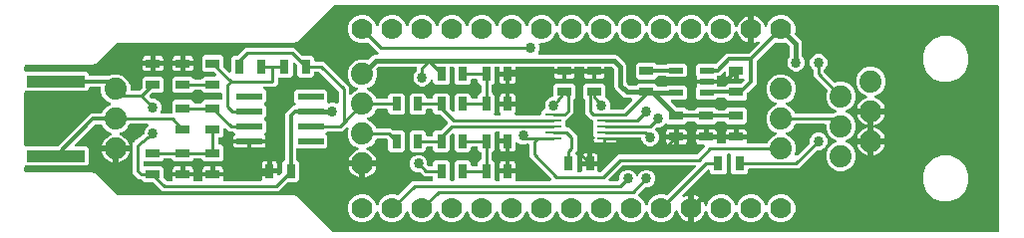
<source format=gtl>
G04 EAGLE Gerber X2 export*
G75*
%MOIN*%
%FSLAX24Y24*%
%LPD*%
%AMOC8*
5,1,8,0,0,1.08239X$1,22.5*%
G01*
%ADD10R,0.047244X0.031496*%
%ADD11R,0.086614X0.023622*%
%ADD12R,0.031496X0.047244*%
%ADD13R,0.047244X0.021654*%
%ADD14C,0.070000*%
%ADD15C,0.074000*%
%ADD16R,0.056000X0.011000*%
%ADD17R,0.196850X0.039370*%
%ADD18C,0.012000*%
%ADD19C,0.031811*%
%ADD20C,0.010000*%
%ADD21C,0.033780*%
%ADD22C,0.016000*%

G36*
X32755Y201D02*
X32755Y201D01*
X32760Y202D01*
X32761Y202D01*
X32762Y202D01*
X32767Y204D01*
X32772Y206D01*
X32773Y206D01*
X32774Y207D01*
X32778Y210D01*
X32782Y213D01*
X32783Y214D01*
X32784Y214D01*
X32787Y218D01*
X32790Y222D01*
X32791Y223D01*
X32792Y224D01*
X32794Y228D01*
X32796Y233D01*
X32796Y234D01*
X32797Y235D01*
X32799Y247D01*
X32799Y249D01*
X32799Y250D01*
X32799Y7750D01*
X32799Y7755D01*
X32798Y7760D01*
X32798Y7761D01*
X32798Y7762D01*
X32796Y7767D01*
X32794Y7772D01*
X32794Y7773D01*
X32793Y7774D01*
X32790Y7778D01*
X32787Y7782D01*
X32786Y7783D01*
X32786Y7784D01*
X32782Y7787D01*
X32778Y7790D01*
X32777Y7791D01*
X32776Y7792D01*
X32772Y7794D01*
X32767Y7796D01*
X32766Y7796D01*
X32765Y7797D01*
X32753Y7799D01*
X32751Y7799D01*
X32750Y7799D01*
X10561Y7799D01*
X10557Y7799D01*
X10553Y7799D01*
X10551Y7798D01*
X10549Y7798D01*
X10545Y7796D01*
X10541Y7795D01*
X10539Y7794D01*
X10537Y7793D01*
X10527Y7786D01*
X10527Y7785D01*
X10526Y7785D01*
X9435Y6694D01*
X9321Y6579D01*
X9280Y6579D01*
X9276Y6579D01*
X9271Y6579D01*
X9270Y6578D01*
X9268Y6578D01*
X9264Y6576D01*
X9260Y6575D01*
X9258Y6574D01*
X9256Y6573D01*
X9246Y6566D01*
X9246Y6565D01*
X9245Y6565D01*
X9230Y6549D01*
X3311Y6549D01*
X3307Y6549D01*
X3303Y6549D01*
X3301Y6548D01*
X3299Y6548D01*
X3295Y6546D01*
X3291Y6545D01*
X3289Y6544D01*
X3287Y6543D01*
X3277Y6536D01*
X3277Y6535D01*
X3276Y6535D01*
X2685Y5944D01*
X2571Y5829D01*
X2530Y5829D01*
X2526Y5829D01*
X2521Y5829D01*
X2520Y5828D01*
X2518Y5828D01*
X2514Y5826D01*
X2510Y5825D01*
X2508Y5824D01*
X2506Y5823D01*
X2496Y5816D01*
X2496Y5815D01*
X2495Y5815D01*
X2480Y5799D01*
X250Y5799D01*
X245Y5799D01*
X240Y5798D01*
X239Y5798D01*
X238Y5798D01*
X233Y5796D01*
X228Y5794D01*
X227Y5794D01*
X226Y5793D01*
X222Y5790D01*
X218Y5787D01*
X217Y5786D01*
X216Y5786D01*
X213Y5782D01*
X210Y5778D01*
X209Y5777D01*
X208Y5776D01*
X206Y5772D01*
X204Y5767D01*
X204Y5766D01*
X203Y5765D01*
X201Y5753D01*
X201Y5751D01*
X201Y5750D01*
X201Y5617D01*
X201Y5612D01*
X202Y5607D01*
X202Y5606D01*
X202Y5605D01*
X204Y5600D01*
X206Y5595D01*
X206Y5594D01*
X207Y5593D01*
X210Y5589D01*
X213Y5585D01*
X214Y5584D01*
X214Y5583D01*
X218Y5580D01*
X222Y5577D01*
X223Y5576D01*
X224Y5575D01*
X228Y5573D01*
X233Y5571D01*
X234Y5571D01*
X235Y5570D01*
X247Y5568D01*
X249Y5568D01*
X250Y5568D01*
X2284Y5568D01*
X2355Y5497D01*
X2355Y5480D01*
X2356Y5475D01*
X2356Y5470D01*
X2356Y5469D01*
X2357Y5468D01*
X2358Y5463D01*
X2360Y5458D01*
X2361Y5457D01*
X2361Y5456D01*
X2364Y5452D01*
X2367Y5448D01*
X2368Y5447D01*
X2369Y5446D01*
X2372Y5443D01*
X2376Y5440D01*
X2377Y5439D01*
X2378Y5438D01*
X2383Y5436D01*
X2387Y5434D01*
X2388Y5434D01*
X2389Y5433D01*
X2402Y5431D01*
X2403Y5431D01*
X2404Y5431D01*
X2998Y5431D01*
X2999Y5431D01*
X3002Y5431D01*
X3010Y5432D01*
X3014Y5434D01*
X3017Y5434D01*
X3152Y5491D01*
X3348Y5491D01*
X3528Y5416D01*
X3666Y5278D01*
X3741Y5098D01*
X3741Y4991D01*
X3741Y4986D01*
X3742Y4981D01*
X3742Y4980D01*
X3742Y4978D01*
X3744Y4974D01*
X3746Y4969D01*
X3746Y4968D01*
X3747Y4967D01*
X3750Y4963D01*
X3753Y4959D01*
X3754Y4958D01*
X3754Y4957D01*
X3758Y4954D01*
X3762Y4950D01*
X3763Y4950D01*
X3764Y4949D01*
X3768Y4947D01*
X3773Y4945D01*
X3774Y4944D01*
X3775Y4944D01*
X3787Y4941D01*
X3789Y4942D01*
X3790Y4941D01*
X4034Y4941D01*
X4038Y4942D01*
X4042Y4942D01*
X4044Y4943D01*
X4046Y4943D01*
X4050Y4945D01*
X4054Y4946D01*
X4056Y4947D01*
X4058Y4948D01*
X4068Y4955D01*
X4068Y4956D01*
X4069Y4956D01*
X4129Y5016D01*
X4131Y5019D01*
X4134Y5022D01*
X4135Y5024D01*
X4136Y5026D01*
X4138Y5030D01*
X4140Y5033D01*
X4140Y5035D01*
X4141Y5037D01*
X4143Y5049D01*
X4143Y5050D01*
X4143Y5051D01*
X4143Y5353D01*
X4214Y5424D01*
X4786Y5424D01*
X4857Y5353D01*
X4857Y4938D01*
X4786Y4867D01*
X4484Y4867D01*
X4479Y4867D01*
X4475Y4867D01*
X4473Y4866D01*
X4471Y4866D01*
X4467Y4864D01*
X4463Y4863D01*
X4462Y4862D01*
X4460Y4861D01*
X4450Y4854D01*
X4449Y4853D01*
X4397Y4801D01*
X4395Y4798D01*
X4392Y4795D01*
X4391Y4793D01*
X4390Y4792D01*
X4388Y4788D01*
X4386Y4784D01*
X4385Y4782D01*
X4385Y4780D01*
X4384Y4776D01*
X4383Y4772D01*
X4383Y4770D01*
X4383Y4768D01*
X4383Y4764D01*
X4383Y4759D01*
X4384Y4757D01*
X4384Y4755D01*
X4386Y4751D01*
X4387Y4747D01*
X4387Y4746D01*
X4388Y4744D01*
X4395Y4734D01*
X4396Y4733D01*
X4446Y4680D01*
X4450Y4677D01*
X4454Y4674D01*
X4455Y4673D01*
X4456Y4672D01*
X4460Y4670D01*
X4465Y4668D01*
X4466Y4668D01*
X4467Y4667D01*
X4479Y4665D01*
X4481Y4665D01*
X4482Y4665D01*
X4558Y4665D01*
X4664Y4621D01*
X4746Y4539D01*
X4790Y4433D01*
X4790Y4317D01*
X4757Y4239D01*
X4757Y4237D01*
X4756Y4235D01*
X4755Y4231D01*
X4754Y4227D01*
X4754Y4225D01*
X4753Y4223D01*
X4754Y4219D01*
X4754Y4214D01*
X4754Y4212D01*
X4754Y4210D01*
X4756Y4206D01*
X4757Y4202D01*
X4758Y4200D01*
X4758Y4198D01*
X4761Y4195D01*
X4763Y4191D01*
X4764Y4190D01*
X4765Y4188D01*
X4768Y4185D01*
X4771Y4182D01*
X4773Y4181D01*
X4774Y4180D01*
X4778Y4178D01*
X4781Y4176D01*
X4783Y4175D01*
X4785Y4174D01*
X4788Y4173D01*
X4793Y4172D01*
X4800Y4171D01*
X4803Y4171D01*
X5094Y4171D01*
X5099Y4171D01*
X5104Y4172D01*
X5105Y4172D01*
X5106Y4172D01*
X5111Y4174D01*
X5115Y4176D01*
X5116Y4176D01*
X5118Y4177D01*
X5122Y4180D01*
X5126Y4183D01*
X5127Y4184D01*
X5128Y4184D01*
X5131Y4188D01*
X5134Y4192D01*
X5135Y4193D01*
X5136Y4194D01*
X5138Y4198D01*
X5140Y4203D01*
X5140Y4204D01*
X5141Y4205D01*
X5143Y4217D01*
X5143Y4219D01*
X5143Y4220D01*
X5143Y4562D01*
X5214Y4633D01*
X5786Y4633D01*
X5860Y4559D01*
X5860Y4557D01*
X5862Y4553D01*
X5863Y4552D01*
X5863Y4550D01*
X5866Y4546D01*
X5869Y4542D01*
X5870Y4541D01*
X5870Y4540D01*
X5874Y4537D01*
X5878Y4534D01*
X5879Y4533D01*
X5880Y4533D01*
X5885Y4531D01*
X5889Y4528D01*
X5890Y4528D01*
X5891Y4527D01*
X5904Y4525D01*
X5905Y4525D01*
X5906Y4525D01*
X6094Y4525D01*
X6099Y4526D01*
X6104Y4526D01*
X6105Y4526D01*
X6106Y4527D01*
X6111Y4528D01*
X6115Y4530D01*
X6116Y4531D01*
X6118Y4531D01*
X6122Y4534D01*
X6126Y4537D01*
X6127Y4538D01*
X6128Y4539D01*
X6131Y4542D01*
X6134Y4546D01*
X6135Y4547D01*
X6136Y4548D01*
X6138Y4553D01*
X6140Y4557D01*
X6140Y4558D01*
X6141Y4560D01*
X6214Y4633D01*
X6780Y4633D01*
X6785Y4633D01*
X6790Y4634D01*
X6791Y4634D01*
X6792Y4634D01*
X6797Y4636D01*
X6802Y4638D01*
X6803Y4638D01*
X6804Y4639D01*
X6808Y4642D01*
X6812Y4644D01*
X6813Y4645D01*
X6814Y4646D01*
X6817Y4650D01*
X6820Y4654D01*
X6821Y4655D01*
X6822Y4656D01*
X6824Y4660D01*
X6826Y4665D01*
X6826Y4666D01*
X6827Y4667D01*
X6829Y4679D01*
X6829Y4680D01*
X6829Y4681D01*
X6829Y4682D01*
X6829Y4818D01*
X6829Y4823D01*
X6828Y4828D01*
X6828Y4829D01*
X6828Y4831D01*
X6826Y4835D01*
X6824Y4840D01*
X6824Y4841D01*
X6823Y4842D01*
X6820Y4846D01*
X6817Y4850D01*
X6816Y4851D01*
X6816Y4852D01*
X6812Y4855D01*
X6808Y4859D01*
X6807Y4859D01*
X6806Y4860D01*
X6802Y4862D01*
X6797Y4864D01*
X6796Y4865D01*
X6795Y4865D01*
X6783Y4867D01*
X6781Y4867D01*
X6780Y4867D01*
X6214Y4867D01*
X6140Y4941D01*
X6140Y4943D01*
X6138Y4947D01*
X6137Y4948D01*
X6137Y4950D01*
X6134Y4954D01*
X6131Y4958D01*
X6130Y4959D01*
X6130Y4960D01*
X6126Y4963D01*
X6122Y4966D01*
X6121Y4967D01*
X6120Y4967D01*
X6115Y4969D01*
X6111Y4972D01*
X6110Y4972D01*
X6109Y4973D01*
X6096Y4975D01*
X6095Y4975D01*
X6094Y4975D01*
X5906Y4975D01*
X5901Y4974D01*
X5896Y4974D01*
X5895Y4974D01*
X5894Y4973D01*
X5889Y4972D01*
X5885Y4970D01*
X5884Y4969D01*
X5882Y4969D01*
X5878Y4966D01*
X5874Y4963D01*
X5873Y4962D01*
X5872Y4961D01*
X5869Y4958D01*
X5866Y4954D01*
X5865Y4953D01*
X5864Y4952D01*
X5862Y4947D01*
X5860Y4943D01*
X5860Y4942D01*
X5859Y4940D01*
X5786Y4867D01*
X5214Y4867D01*
X5143Y4938D01*
X5143Y5353D01*
X5214Y5424D01*
X5786Y5424D01*
X5860Y5350D01*
X5860Y5349D01*
X5862Y5344D01*
X5863Y5343D01*
X5863Y5342D01*
X5866Y5338D01*
X5869Y5334D01*
X5870Y5333D01*
X5870Y5332D01*
X5874Y5329D01*
X5878Y5325D01*
X5879Y5325D01*
X5880Y5324D01*
X5885Y5322D01*
X5889Y5320D01*
X5890Y5319D01*
X5891Y5319D01*
X5904Y5316D01*
X5905Y5317D01*
X5906Y5316D01*
X6094Y5316D01*
X6099Y5317D01*
X6104Y5317D01*
X6105Y5318D01*
X6106Y5318D01*
X6111Y5320D01*
X6115Y5321D01*
X6116Y5322D01*
X6118Y5323D01*
X6122Y5326D01*
X6126Y5328D01*
X6127Y5329D01*
X6128Y5330D01*
X6131Y5334D01*
X6134Y5337D01*
X6135Y5339D01*
X6136Y5340D01*
X6138Y5344D01*
X6140Y5348D01*
X6140Y5349D01*
X6141Y5351D01*
X6214Y5424D01*
X6570Y5424D01*
X6576Y5425D01*
X6581Y5425D01*
X6582Y5425D01*
X6588Y5428D01*
X6593Y5429D01*
X6593Y5430D01*
X6594Y5430D01*
X6598Y5433D01*
X6603Y5437D01*
X6604Y5437D01*
X6607Y5442D01*
X6611Y5446D01*
X6611Y5447D01*
X6612Y5447D01*
X6614Y5452D01*
X6617Y5457D01*
X6617Y5458D01*
X6618Y5464D01*
X6619Y5469D01*
X6619Y5470D01*
X6619Y5471D01*
X6619Y5476D01*
X6619Y5482D01*
X6618Y5482D01*
X6618Y5483D01*
X6617Y5488D01*
X6615Y5494D01*
X6614Y5495D01*
X6608Y5505D01*
X6606Y5507D01*
X6605Y5508D01*
X6551Y5562D01*
X6548Y5564D01*
X6545Y5567D01*
X6543Y5568D01*
X6541Y5569D01*
X6537Y5571D01*
X6534Y5573D01*
X6532Y5573D01*
X6530Y5574D01*
X6518Y5576D01*
X6517Y5576D01*
X6516Y5576D01*
X6214Y5576D01*
X6143Y5647D01*
X6143Y6062D01*
X6214Y6133D01*
X6786Y6133D01*
X6857Y6062D01*
X6857Y5759D01*
X6858Y5755D01*
X6858Y5751D01*
X6858Y5749D01*
X6859Y5747D01*
X6860Y5743D01*
X6861Y5739D01*
X6862Y5738D01*
X6863Y5735D01*
X6870Y5725D01*
X6871Y5725D01*
X6871Y5724D01*
X7033Y5562D01*
X7038Y5559D01*
X7042Y5556D01*
X7043Y5555D01*
X7048Y5553D01*
X7053Y5550D01*
X7054Y5550D01*
X7055Y5550D01*
X7060Y5549D01*
X7066Y5548D01*
X7067Y5548D01*
X7072Y5549D01*
X7078Y5549D01*
X7079Y5549D01*
X7084Y5551D01*
X7090Y5553D01*
X7091Y5554D01*
X7095Y5557D01*
X7100Y5560D01*
X7101Y5560D01*
X7101Y5561D01*
X7105Y5565D01*
X7109Y5569D01*
X7109Y5570D01*
X7112Y5575D01*
X7114Y5580D01*
X7114Y5581D01*
X7115Y5581D01*
X7117Y5593D01*
X7117Y5596D01*
X7117Y5597D01*
X7117Y6036D01*
X7188Y6107D01*
X7295Y6107D01*
X7299Y6108D01*
X7304Y6108D01*
X7305Y6108D01*
X7307Y6109D01*
X7311Y6110D01*
X7316Y6111D01*
X7317Y6112D01*
X7319Y6113D01*
X7329Y6120D01*
X7329Y6121D01*
X7330Y6121D01*
X7465Y6256D01*
X7579Y6371D01*
X9225Y6371D01*
X9474Y6121D01*
X9478Y6119D01*
X9481Y6116D01*
X9483Y6115D01*
X9484Y6114D01*
X9488Y6112D01*
X9492Y6110D01*
X9493Y6110D01*
X9496Y6109D01*
X9508Y6107D01*
X9509Y6107D01*
X9812Y6107D01*
X9883Y6036D01*
X9883Y5970D01*
X9883Y5965D01*
X9884Y5960D01*
X9884Y5959D01*
X9884Y5958D01*
X9886Y5953D01*
X9888Y5948D01*
X9888Y5947D01*
X9889Y5946D01*
X9892Y5942D01*
X9894Y5938D01*
X9895Y5937D01*
X9896Y5936D01*
X9900Y5933D01*
X9904Y5930D01*
X9905Y5929D01*
X9906Y5928D01*
X9910Y5926D01*
X9915Y5924D01*
X9916Y5924D01*
X9917Y5923D01*
X9929Y5921D01*
X9931Y5921D01*
X9932Y5921D01*
X10196Y5921D01*
X11046Y5071D01*
X11046Y4859D01*
X11046Y4853D01*
X11047Y4848D01*
X11047Y4847D01*
X11047Y4846D01*
X11049Y4841D01*
X11051Y4836D01*
X11052Y4835D01*
X11055Y4830D01*
X11058Y4826D01*
X11059Y4825D01*
X11064Y4821D01*
X11068Y4818D01*
X11068Y4817D01*
X11069Y4817D01*
X11074Y4815D01*
X11079Y4812D01*
X11080Y4812D01*
X11086Y4811D01*
X11091Y4810D01*
X11092Y4810D01*
X11092Y4809D01*
X11098Y4810D01*
X11104Y4810D01*
X11105Y4810D01*
X11110Y4812D01*
X11115Y4814D01*
X11116Y4814D01*
X11117Y4814D01*
X11127Y4821D01*
X11129Y4823D01*
X11130Y4824D01*
X11222Y4916D01*
X11315Y4954D01*
X11320Y4957D01*
X11325Y4960D01*
X11326Y4961D01*
X11330Y4965D01*
X11334Y4968D01*
X11334Y4969D01*
X11335Y4969D01*
X11337Y4974D01*
X11340Y4979D01*
X11341Y4979D01*
X11341Y4980D01*
X11343Y4985D01*
X11344Y4991D01*
X11345Y4992D01*
X11345Y4997D01*
X11345Y5003D01*
X11345Y5004D01*
X11344Y5010D01*
X11343Y5015D01*
X11343Y5016D01*
X11342Y5016D01*
X11340Y5021D01*
X11338Y5026D01*
X11337Y5027D01*
X11337Y5028D01*
X11333Y5032D01*
X11330Y5036D01*
X11329Y5036D01*
X11329Y5037D01*
X11318Y5044D01*
X11316Y5045D01*
X11315Y5045D01*
X11222Y5084D01*
X11084Y5222D01*
X11009Y5402D01*
X11009Y5598D01*
X11084Y5778D01*
X11222Y5916D01*
X11402Y5991D01*
X11598Y5991D01*
X11644Y5971D01*
X11646Y5971D01*
X11647Y5970D01*
X11652Y5969D01*
X11656Y5968D01*
X11658Y5968D01*
X11659Y5968D01*
X11664Y5968D01*
X11669Y5968D01*
X11670Y5968D01*
X11672Y5968D01*
X11676Y5970D01*
X11681Y5971D01*
X11682Y5972D01*
X11684Y5972D01*
X11686Y5973D01*
X11692Y5977D01*
X11696Y5981D01*
X11698Y5982D01*
X11836Y6120D01*
X11910Y6151D01*
X11989Y6151D01*
X11994Y6151D01*
X12000Y6152D01*
X12001Y6152D01*
X12006Y6154D01*
X12012Y6156D01*
X12012Y6157D01*
X12013Y6157D01*
X12017Y6160D01*
X12022Y6163D01*
X12022Y6164D01*
X12023Y6164D01*
X12026Y6169D01*
X12030Y6173D01*
X12031Y6174D01*
X12033Y6179D01*
X12035Y6184D01*
X12036Y6185D01*
X12037Y6191D01*
X12038Y6196D01*
X12038Y6197D01*
X12038Y6203D01*
X12037Y6209D01*
X12037Y6210D01*
X12035Y6215D01*
X12034Y6220D01*
X12033Y6221D01*
X12033Y6222D01*
X12026Y6232D01*
X12025Y6234D01*
X12024Y6235D01*
X11940Y6319D01*
X11713Y6546D01*
X11712Y6547D01*
X11711Y6548D01*
X11707Y6550D01*
X11703Y6553D01*
X11702Y6554D01*
X11700Y6555D01*
X11696Y6556D01*
X11692Y6558D01*
X11690Y6558D01*
X11689Y6559D01*
X11684Y6559D01*
X11679Y6560D01*
X11678Y6560D01*
X11676Y6560D01*
X11674Y6560D01*
X11667Y6559D01*
X11662Y6557D01*
X11659Y6556D01*
X11594Y6529D01*
X11406Y6529D01*
X11233Y6601D01*
X11101Y6733D01*
X11029Y6906D01*
X11029Y7094D01*
X11101Y7267D01*
X11233Y7399D01*
X11406Y7471D01*
X11594Y7471D01*
X11767Y7399D01*
X11899Y7267D01*
X11954Y7133D01*
X11957Y7128D01*
X11960Y7123D01*
X11961Y7122D01*
X11965Y7118D01*
X11968Y7114D01*
X11969Y7114D01*
X11969Y7113D01*
X11974Y7110D01*
X11979Y7107D01*
X11980Y7107D01*
X11985Y7105D01*
X11991Y7103D01*
X11992Y7103D01*
X11997Y7103D01*
X12003Y7103D01*
X12004Y7103D01*
X12010Y7104D01*
X12015Y7105D01*
X12016Y7105D01*
X12021Y7108D01*
X12026Y7110D01*
X12027Y7111D01*
X12028Y7111D01*
X12032Y7115D01*
X12036Y7118D01*
X12036Y7119D01*
X12037Y7119D01*
X12044Y7129D01*
X12045Y7132D01*
X12045Y7133D01*
X12101Y7267D01*
X12233Y7399D01*
X12406Y7471D01*
X12594Y7471D01*
X12767Y7399D01*
X12899Y7267D01*
X12954Y7133D01*
X12957Y7128D01*
X12960Y7123D01*
X12961Y7122D01*
X12965Y7118D01*
X12968Y7114D01*
X12969Y7114D01*
X12969Y7113D01*
X12974Y7110D01*
X12979Y7107D01*
X12980Y7107D01*
X12985Y7105D01*
X12991Y7103D01*
X12992Y7103D01*
X12997Y7103D01*
X13003Y7103D01*
X13004Y7103D01*
X13010Y7104D01*
X13015Y7105D01*
X13016Y7105D01*
X13021Y7108D01*
X13026Y7110D01*
X13027Y7111D01*
X13028Y7111D01*
X13032Y7115D01*
X13036Y7118D01*
X13036Y7119D01*
X13037Y7119D01*
X13044Y7129D01*
X13045Y7132D01*
X13045Y7133D01*
X13101Y7267D01*
X13233Y7399D01*
X13406Y7471D01*
X13594Y7471D01*
X13767Y7399D01*
X13899Y7267D01*
X13954Y7133D01*
X13957Y7128D01*
X13960Y7123D01*
X13961Y7122D01*
X13965Y7118D01*
X13968Y7114D01*
X13969Y7114D01*
X13969Y7113D01*
X13974Y7110D01*
X13979Y7107D01*
X13980Y7107D01*
X13985Y7105D01*
X13991Y7103D01*
X13992Y7103D01*
X13997Y7103D01*
X14003Y7103D01*
X14004Y7103D01*
X14010Y7104D01*
X14015Y7105D01*
X14016Y7105D01*
X14021Y7108D01*
X14026Y7110D01*
X14027Y7111D01*
X14028Y7111D01*
X14032Y7115D01*
X14036Y7118D01*
X14036Y7119D01*
X14037Y7119D01*
X14044Y7129D01*
X14045Y7132D01*
X14045Y7133D01*
X14101Y7267D01*
X14233Y7399D01*
X14406Y7471D01*
X14594Y7471D01*
X14767Y7399D01*
X14899Y7267D01*
X14954Y7133D01*
X14957Y7128D01*
X14960Y7123D01*
X14961Y7122D01*
X14965Y7118D01*
X14968Y7114D01*
X14969Y7114D01*
X14969Y7113D01*
X14974Y7110D01*
X14979Y7107D01*
X14980Y7107D01*
X14985Y7105D01*
X14991Y7103D01*
X14992Y7103D01*
X14997Y7103D01*
X15003Y7103D01*
X15004Y7103D01*
X15010Y7104D01*
X15015Y7105D01*
X15016Y7105D01*
X15021Y7108D01*
X15026Y7110D01*
X15027Y7111D01*
X15028Y7111D01*
X15032Y7115D01*
X15036Y7118D01*
X15036Y7119D01*
X15037Y7119D01*
X15044Y7129D01*
X15045Y7132D01*
X15045Y7133D01*
X15101Y7267D01*
X15233Y7399D01*
X15406Y7471D01*
X15594Y7471D01*
X15767Y7399D01*
X15899Y7267D01*
X15954Y7133D01*
X15957Y7128D01*
X15960Y7123D01*
X15961Y7122D01*
X15965Y7118D01*
X15968Y7114D01*
X15969Y7114D01*
X15969Y7113D01*
X15974Y7110D01*
X15979Y7107D01*
X15980Y7107D01*
X15985Y7105D01*
X15991Y7103D01*
X15992Y7103D01*
X15997Y7103D01*
X16003Y7103D01*
X16004Y7103D01*
X16010Y7104D01*
X16015Y7105D01*
X16016Y7105D01*
X16021Y7108D01*
X16026Y7110D01*
X16027Y7111D01*
X16028Y7111D01*
X16032Y7115D01*
X16036Y7118D01*
X16036Y7119D01*
X16037Y7119D01*
X16044Y7129D01*
X16045Y7132D01*
X16045Y7133D01*
X16101Y7267D01*
X16233Y7399D01*
X16406Y7471D01*
X16594Y7471D01*
X16767Y7399D01*
X16899Y7267D01*
X16954Y7133D01*
X16957Y7128D01*
X16960Y7123D01*
X16961Y7122D01*
X16965Y7118D01*
X16968Y7114D01*
X16969Y7114D01*
X16969Y7113D01*
X16974Y7110D01*
X16979Y7107D01*
X16980Y7107D01*
X16985Y7105D01*
X16991Y7103D01*
X16992Y7103D01*
X16997Y7103D01*
X17003Y7103D01*
X17004Y7103D01*
X17010Y7104D01*
X17015Y7105D01*
X17016Y7105D01*
X17021Y7108D01*
X17026Y7110D01*
X17027Y7111D01*
X17028Y7111D01*
X17032Y7115D01*
X17036Y7118D01*
X17036Y7119D01*
X17037Y7119D01*
X17044Y7129D01*
X17045Y7132D01*
X17045Y7133D01*
X17101Y7267D01*
X17233Y7399D01*
X17406Y7471D01*
X17594Y7471D01*
X17767Y7399D01*
X17899Y7267D01*
X17954Y7133D01*
X17957Y7128D01*
X17960Y7123D01*
X17961Y7122D01*
X17965Y7118D01*
X17968Y7114D01*
X17969Y7114D01*
X17969Y7113D01*
X17974Y7110D01*
X17979Y7107D01*
X17980Y7107D01*
X17985Y7105D01*
X17991Y7103D01*
X17992Y7103D01*
X17997Y7103D01*
X18003Y7103D01*
X18004Y7103D01*
X18010Y7104D01*
X18015Y7105D01*
X18016Y7105D01*
X18021Y7108D01*
X18026Y7110D01*
X18027Y7111D01*
X18028Y7111D01*
X18032Y7115D01*
X18036Y7118D01*
X18036Y7119D01*
X18037Y7119D01*
X18044Y7129D01*
X18045Y7132D01*
X18045Y7133D01*
X18101Y7267D01*
X18233Y7399D01*
X18406Y7471D01*
X18594Y7471D01*
X18767Y7399D01*
X18899Y7267D01*
X18954Y7133D01*
X18957Y7128D01*
X18960Y7123D01*
X18961Y7122D01*
X18965Y7118D01*
X18968Y7114D01*
X18969Y7114D01*
X18969Y7113D01*
X18974Y7110D01*
X18979Y7107D01*
X18980Y7107D01*
X18985Y7105D01*
X18991Y7103D01*
X18992Y7103D01*
X18997Y7103D01*
X19003Y7103D01*
X19004Y7103D01*
X19010Y7104D01*
X19015Y7105D01*
X19016Y7105D01*
X19021Y7108D01*
X19026Y7110D01*
X19027Y7111D01*
X19028Y7111D01*
X19032Y7115D01*
X19036Y7118D01*
X19036Y7119D01*
X19037Y7119D01*
X19044Y7129D01*
X19045Y7132D01*
X19045Y7133D01*
X19101Y7267D01*
X19233Y7399D01*
X19406Y7471D01*
X19594Y7471D01*
X19767Y7399D01*
X19899Y7267D01*
X19954Y7133D01*
X19957Y7128D01*
X19960Y7123D01*
X19961Y7122D01*
X19965Y7118D01*
X19968Y7114D01*
X19969Y7114D01*
X19969Y7113D01*
X19974Y7110D01*
X19979Y7107D01*
X19980Y7107D01*
X19985Y7105D01*
X19991Y7103D01*
X19992Y7103D01*
X19997Y7103D01*
X20003Y7103D01*
X20004Y7103D01*
X20010Y7104D01*
X20015Y7105D01*
X20016Y7105D01*
X20021Y7108D01*
X20026Y7110D01*
X20027Y7111D01*
X20028Y7111D01*
X20032Y7115D01*
X20036Y7118D01*
X20036Y7119D01*
X20037Y7119D01*
X20044Y7129D01*
X20045Y7132D01*
X20045Y7133D01*
X20101Y7267D01*
X20233Y7399D01*
X20406Y7471D01*
X20594Y7471D01*
X20767Y7399D01*
X20899Y7267D01*
X20954Y7133D01*
X20957Y7128D01*
X20960Y7123D01*
X20961Y7122D01*
X20965Y7118D01*
X20968Y7114D01*
X20969Y7114D01*
X20969Y7113D01*
X20974Y7110D01*
X20979Y7107D01*
X20980Y7107D01*
X20985Y7105D01*
X20991Y7103D01*
X20992Y7103D01*
X20997Y7103D01*
X21003Y7103D01*
X21004Y7103D01*
X21010Y7104D01*
X21015Y7105D01*
X21016Y7105D01*
X21021Y7108D01*
X21026Y7110D01*
X21027Y7111D01*
X21028Y7111D01*
X21032Y7115D01*
X21036Y7118D01*
X21036Y7119D01*
X21037Y7119D01*
X21044Y7129D01*
X21045Y7132D01*
X21045Y7133D01*
X21101Y7267D01*
X21233Y7399D01*
X21406Y7471D01*
X21594Y7471D01*
X21767Y7399D01*
X21899Y7267D01*
X21954Y7133D01*
X21957Y7128D01*
X21960Y7123D01*
X21961Y7122D01*
X21965Y7118D01*
X21968Y7114D01*
X21969Y7114D01*
X21969Y7113D01*
X21974Y7110D01*
X21979Y7107D01*
X21980Y7107D01*
X21985Y7105D01*
X21991Y7103D01*
X21992Y7103D01*
X21997Y7103D01*
X22003Y7103D01*
X22004Y7103D01*
X22010Y7104D01*
X22015Y7105D01*
X22016Y7105D01*
X22021Y7108D01*
X22026Y7110D01*
X22027Y7111D01*
X22028Y7111D01*
X22032Y7115D01*
X22036Y7118D01*
X22036Y7119D01*
X22037Y7119D01*
X22044Y7129D01*
X22045Y7132D01*
X22045Y7133D01*
X22101Y7267D01*
X22233Y7399D01*
X22406Y7471D01*
X22594Y7471D01*
X22767Y7399D01*
X22899Y7267D01*
X22954Y7133D01*
X22957Y7128D01*
X22960Y7123D01*
X22961Y7122D01*
X22965Y7118D01*
X22968Y7114D01*
X22969Y7114D01*
X22969Y7113D01*
X22974Y7110D01*
X22979Y7107D01*
X22980Y7107D01*
X22985Y7105D01*
X22991Y7103D01*
X22992Y7103D01*
X22997Y7103D01*
X23003Y7103D01*
X23004Y7103D01*
X23010Y7104D01*
X23015Y7105D01*
X23016Y7105D01*
X23021Y7108D01*
X23026Y7110D01*
X23027Y7111D01*
X23028Y7111D01*
X23032Y7115D01*
X23036Y7118D01*
X23036Y7119D01*
X23037Y7119D01*
X23044Y7129D01*
X23045Y7132D01*
X23045Y7133D01*
X23101Y7267D01*
X23233Y7399D01*
X23406Y7471D01*
X23594Y7471D01*
X23767Y7399D01*
X23899Y7267D01*
X23968Y7101D01*
X23968Y7100D01*
X23969Y7099D01*
X23971Y7094D01*
X23974Y7090D01*
X23975Y7089D01*
X23975Y7088D01*
X23979Y7085D01*
X23983Y7081D01*
X23984Y7081D01*
X23985Y7080D01*
X23989Y7077D01*
X23993Y7075D01*
X23994Y7074D01*
X23996Y7074D01*
X24000Y7073D01*
X24005Y7071D01*
X24006Y7071D01*
X24008Y7071D01*
X24013Y7071D01*
X24017Y7071D01*
X24019Y7071D01*
X24020Y7071D01*
X24025Y7072D01*
X24030Y7073D01*
X24031Y7074D01*
X24032Y7074D01*
X24036Y7077D01*
X24041Y7079D01*
X24042Y7080D01*
X24043Y7080D01*
X24046Y7084D01*
X24050Y7087D01*
X24051Y7088D01*
X24052Y7089D01*
X24053Y7091D01*
X24057Y7097D01*
X24059Y7102D01*
X24060Y7105D01*
X24082Y7173D01*
X24114Y7236D01*
X24156Y7294D01*
X24206Y7344D01*
X24264Y7386D01*
X24327Y7418D01*
X24394Y7440D01*
X24402Y7441D01*
X24402Y7048D01*
X24403Y7044D01*
X24403Y7039D01*
X24404Y7037D01*
X24404Y7036D01*
X24406Y7032D01*
X24407Y7027D01*
X24408Y7026D01*
X24408Y7025D01*
X24411Y7021D01*
X24414Y7016D01*
X24415Y7016D01*
X24416Y7015D01*
X24420Y7011D01*
X24423Y7008D01*
X24424Y7007D01*
X24425Y7007D01*
X24430Y7005D01*
X24434Y7002D01*
X24435Y7002D01*
X24437Y7001D01*
X24445Y7000D01*
X24442Y7000D01*
X24441Y6999D01*
X24439Y6999D01*
X24435Y6997D01*
X24430Y6996D01*
X24429Y6995D01*
X24428Y6995D01*
X24424Y6992D01*
X24420Y6989D01*
X24419Y6988D01*
X24418Y6987D01*
X24415Y6983D01*
X24411Y6980D01*
X24411Y6979D01*
X24410Y6978D01*
X24408Y6973D01*
X24405Y6969D01*
X24405Y6968D01*
X24405Y6966D01*
X24402Y6954D01*
X24403Y6953D01*
X24402Y6952D01*
X24402Y6559D01*
X24394Y6560D01*
X24327Y6582D01*
X24264Y6614D01*
X24206Y6656D01*
X24156Y6706D01*
X24114Y6764D01*
X24082Y6827D01*
X24060Y6895D01*
X24059Y6897D01*
X24059Y6898D01*
X24057Y6902D01*
X24055Y6907D01*
X24054Y6908D01*
X24053Y6909D01*
X24050Y6912D01*
X24047Y6916D01*
X24046Y6917D01*
X24045Y6918D01*
X24041Y6921D01*
X24037Y6923D01*
X24036Y6924D01*
X24034Y6925D01*
X24030Y6926D01*
X24025Y6928D01*
X24024Y6928D01*
X24023Y6929D01*
X24018Y6929D01*
X24013Y6929D01*
X24011Y6929D01*
X24010Y6929D01*
X24005Y6928D01*
X24000Y6928D01*
X23999Y6927D01*
X23998Y6927D01*
X23994Y6925D01*
X23989Y6923D01*
X23988Y6922D01*
X23987Y6922D01*
X23983Y6919D01*
X23979Y6916D01*
X23978Y6915D01*
X23977Y6914D01*
X23976Y6912D01*
X23971Y6906D01*
X23969Y6901D01*
X23968Y6899D01*
X23899Y6733D01*
X23767Y6601D01*
X23594Y6529D01*
X23406Y6529D01*
X23233Y6601D01*
X23101Y6733D01*
X23045Y6867D01*
X23043Y6872D01*
X23040Y6877D01*
X23039Y6878D01*
X23035Y6882D01*
X23032Y6886D01*
X23031Y6886D01*
X23031Y6887D01*
X23026Y6890D01*
X23021Y6893D01*
X23020Y6893D01*
X23015Y6895D01*
X23009Y6897D01*
X23008Y6897D01*
X23003Y6897D01*
X22997Y6897D01*
X22996Y6897D01*
X22990Y6896D01*
X22985Y6895D01*
X22984Y6895D01*
X22979Y6892D01*
X22974Y6890D01*
X22973Y6889D01*
X22972Y6889D01*
X22968Y6885D01*
X22964Y6882D01*
X22964Y6881D01*
X22963Y6881D01*
X22956Y6871D01*
X22955Y6868D01*
X22954Y6867D01*
X22899Y6733D01*
X22767Y6601D01*
X22594Y6529D01*
X22406Y6529D01*
X22233Y6601D01*
X22101Y6733D01*
X22045Y6867D01*
X22043Y6872D01*
X22040Y6877D01*
X22039Y6878D01*
X22035Y6882D01*
X22032Y6886D01*
X22031Y6886D01*
X22031Y6887D01*
X22026Y6890D01*
X22021Y6893D01*
X22020Y6893D01*
X22015Y6895D01*
X22009Y6897D01*
X22008Y6897D01*
X22003Y6897D01*
X21997Y6897D01*
X21996Y6897D01*
X21990Y6896D01*
X21985Y6895D01*
X21984Y6895D01*
X21979Y6892D01*
X21974Y6890D01*
X21973Y6889D01*
X21972Y6889D01*
X21968Y6885D01*
X21964Y6882D01*
X21964Y6881D01*
X21963Y6881D01*
X21956Y6871D01*
X21955Y6868D01*
X21954Y6867D01*
X21899Y6733D01*
X21767Y6601D01*
X21594Y6529D01*
X21406Y6529D01*
X21233Y6601D01*
X21101Y6733D01*
X21045Y6867D01*
X21043Y6872D01*
X21040Y6877D01*
X21039Y6878D01*
X21035Y6882D01*
X21032Y6886D01*
X21031Y6886D01*
X21031Y6887D01*
X21026Y6890D01*
X21021Y6893D01*
X21020Y6893D01*
X21015Y6895D01*
X21009Y6897D01*
X21008Y6897D01*
X21003Y6897D01*
X20997Y6897D01*
X20996Y6897D01*
X20990Y6896D01*
X20985Y6895D01*
X20984Y6895D01*
X20979Y6892D01*
X20974Y6890D01*
X20973Y6889D01*
X20972Y6889D01*
X20968Y6885D01*
X20964Y6882D01*
X20964Y6881D01*
X20963Y6881D01*
X20956Y6871D01*
X20955Y6868D01*
X20954Y6867D01*
X20899Y6733D01*
X20767Y6601D01*
X20594Y6529D01*
X20406Y6529D01*
X20233Y6601D01*
X20101Y6733D01*
X20045Y6867D01*
X20043Y6872D01*
X20040Y6877D01*
X20039Y6878D01*
X20035Y6882D01*
X20032Y6886D01*
X20031Y6886D01*
X20031Y6887D01*
X20026Y6890D01*
X20021Y6893D01*
X20020Y6893D01*
X20015Y6895D01*
X20009Y6897D01*
X20008Y6897D01*
X20003Y6897D01*
X19997Y6897D01*
X19996Y6897D01*
X19990Y6896D01*
X19985Y6895D01*
X19984Y6895D01*
X19979Y6892D01*
X19974Y6890D01*
X19973Y6889D01*
X19972Y6889D01*
X19968Y6885D01*
X19964Y6882D01*
X19964Y6881D01*
X19963Y6881D01*
X19956Y6871D01*
X19955Y6868D01*
X19954Y6867D01*
X19899Y6733D01*
X19767Y6601D01*
X19594Y6529D01*
X19406Y6529D01*
X19233Y6601D01*
X19101Y6733D01*
X19045Y6867D01*
X19043Y6872D01*
X19040Y6877D01*
X19039Y6878D01*
X19035Y6882D01*
X19032Y6886D01*
X19031Y6886D01*
X19031Y6887D01*
X19026Y6890D01*
X19021Y6893D01*
X19020Y6893D01*
X19015Y6895D01*
X19009Y6897D01*
X19008Y6897D01*
X19003Y6897D01*
X18997Y6897D01*
X18996Y6897D01*
X18990Y6896D01*
X18985Y6895D01*
X18984Y6895D01*
X18979Y6892D01*
X18974Y6890D01*
X18973Y6889D01*
X18972Y6889D01*
X18968Y6885D01*
X18964Y6882D01*
X18964Y6881D01*
X18963Y6881D01*
X18956Y6871D01*
X18955Y6868D01*
X18954Y6867D01*
X18899Y6733D01*
X18767Y6601D01*
X18594Y6529D01*
X18406Y6529D01*
X18233Y6601D01*
X18101Y6733D01*
X18045Y6867D01*
X18043Y6872D01*
X18040Y6877D01*
X18039Y6878D01*
X18035Y6882D01*
X18032Y6886D01*
X18031Y6886D01*
X18031Y6887D01*
X18026Y6890D01*
X18021Y6893D01*
X18020Y6893D01*
X18015Y6895D01*
X18009Y6897D01*
X18008Y6897D01*
X18003Y6897D01*
X17997Y6897D01*
X17996Y6897D01*
X17990Y6896D01*
X17985Y6895D01*
X17984Y6895D01*
X17979Y6892D01*
X17974Y6890D01*
X17973Y6889D01*
X17972Y6889D01*
X17968Y6885D01*
X17964Y6882D01*
X17964Y6881D01*
X17963Y6881D01*
X17956Y6871D01*
X17955Y6868D01*
X17954Y6867D01*
X17899Y6733D01*
X17767Y6601D01*
X17594Y6529D01*
X17448Y6529D01*
X17446Y6529D01*
X17444Y6529D01*
X17440Y6528D01*
X17436Y6528D01*
X17434Y6527D01*
X17432Y6526D01*
X17428Y6525D01*
X17424Y6523D01*
X17423Y6522D01*
X17421Y6521D01*
X17418Y6518D01*
X17414Y6516D01*
X17413Y6514D01*
X17411Y6513D01*
X17409Y6509D01*
X17407Y6506D01*
X17406Y6504D01*
X17404Y6502D01*
X17403Y6499D01*
X17401Y6495D01*
X17401Y6493D01*
X17400Y6491D01*
X17400Y6487D01*
X17399Y6483D01*
X17399Y6480D01*
X17399Y6478D01*
X17400Y6476D01*
X17400Y6470D01*
X17402Y6464D01*
X17403Y6461D01*
X17415Y6433D01*
X17415Y6317D01*
X17374Y6219D01*
X17373Y6217D01*
X17372Y6215D01*
X17372Y6211D01*
X17371Y6207D01*
X17371Y6205D01*
X17370Y6203D01*
X17370Y6199D01*
X17370Y6194D01*
X17371Y6192D01*
X17371Y6190D01*
X17372Y6186D01*
X17373Y6182D01*
X17374Y6180D01*
X17375Y6178D01*
X17377Y6175D01*
X17379Y6171D01*
X17381Y6170D01*
X17382Y6168D01*
X17385Y6165D01*
X17388Y6162D01*
X17389Y6161D01*
X17391Y6160D01*
X17395Y6158D01*
X17398Y6156D01*
X17400Y6155D01*
X17402Y6154D01*
X17405Y6153D01*
X17410Y6152D01*
X17417Y6151D01*
X17419Y6151D01*
X19965Y6151D01*
X20039Y6120D01*
X20295Y5864D01*
X20326Y5790D01*
X20326Y5229D01*
X20326Y5224D01*
X20326Y5220D01*
X20327Y5218D01*
X20327Y5216D01*
X20329Y5212D01*
X20330Y5208D01*
X20331Y5207D01*
X20332Y5205D01*
X20339Y5195D01*
X20340Y5194D01*
X20423Y5111D01*
X20426Y5108D01*
X20430Y5105D01*
X20431Y5104D01*
X20433Y5103D01*
X20437Y5102D01*
X20441Y5100D01*
X20442Y5099D01*
X20444Y5098D01*
X20457Y5096D01*
X20457Y5097D01*
X20458Y5096D01*
X20616Y5096D01*
X20620Y5097D01*
X20624Y5097D01*
X20626Y5098D01*
X20628Y5098D01*
X20632Y5100D01*
X20636Y5101D01*
X20638Y5102D01*
X20640Y5103D01*
X20650Y5110D01*
X20650Y5111D01*
X20651Y5111D01*
X20714Y5174D01*
X21286Y5174D01*
X21369Y5091D01*
X21372Y5089D01*
X21376Y5086D01*
X21377Y5085D01*
X21379Y5084D01*
X21383Y5082D01*
X21387Y5080D01*
X21388Y5080D01*
X21390Y5079D01*
X21403Y5077D01*
X21404Y5077D01*
X21653Y5077D01*
X21658Y5077D01*
X21662Y5077D01*
X21664Y5078D01*
X21666Y5078D01*
X21670Y5080D01*
X21674Y5081D01*
X21675Y5082D01*
X21677Y5083D01*
X21687Y5090D01*
X21688Y5091D01*
X21702Y5105D01*
X22274Y5105D01*
X22345Y5034D01*
X22345Y4718D01*
X22274Y4647D01*
X21860Y4647D01*
X21855Y4646D01*
X21849Y4646D01*
X21848Y4645D01*
X21843Y4643D01*
X21837Y4641D01*
X21836Y4641D01*
X21832Y4637D01*
X21827Y4634D01*
X21826Y4633D01*
X21823Y4629D01*
X21819Y4625D01*
X21819Y4624D01*
X21818Y4624D01*
X21816Y4619D01*
X21814Y4614D01*
X21813Y4613D01*
X21812Y4607D01*
X21811Y4602D01*
X21811Y4601D01*
X21811Y4600D01*
X21811Y4595D01*
X21812Y4589D01*
X21812Y4588D01*
X21814Y4583D01*
X21815Y4577D01*
X21816Y4577D01*
X21816Y4576D01*
X21823Y4566D01*
X21824Y4564D01*
X21825Y4563D01*
X21991Y4397D01*
X21995Y4394D01*
X21998Y4391D01*
X22000Y4391D01*
X22001Y4389D01*
X22005Y4388D01*
X22009Y4386D01*
X22010Y4385D01*
X22012Y4384D01*
X22025Y4383D01*
X22026Y4383D01*
X22286Y4383D01*
X22369Y4300D01*
X22373Y4297D01*
X22376Y4294D01*
X22378Y4293D01*
X22379Y4292D01*
X22383Y4290D01*
X22387Y4288D01*
X22388Y4288D01*
X22391Y4287D01*
X22403Y4285D01*
X22404Y4285D01*
X22596Y4285D01*
X22600Y4286D01*
X22604Y4286D01*
X22606Y4286D01*
X22608Y4287D01*
X22612Y4288D01*
X22616Y4290D01*
X22618Y4290D01*
X22620Y4291D01*
X22630Y4299D01*
X22631Y4300D01*
X22714Y4383D01*
X23286Y4383D01*
X23369Y4300D01*
X23373Y4297D01*
X23376Y4294D01*
X23378Y4293D01*
X23379Y4292D01*
X23383Y4290D01*
X23387Y4288D01*
X23388Y4288D01*
X23391Y4287D01*
X23403Y4285D01*
X23404Y4285D01*
X23596Y4285D01*
X23600Y4286D01*
X23604Y4286D01*
X23606Y4286D01*
X23608Y4287D01*
X23612Y4288D01*
X23616Y4290D01*
X23618Y4290D01*
X23620Y4291D01*
X23630Y4299D01*
X23631Y4300D01*
X23714Y4383D01*
X24286Y4383D01*
X24357Y4312D01*
X24357Y3897D01*
X24286Y3826D01*
X23714Y3826D01*
X23631Y3909D01*
X23627Y3912D01*
X23624Y3915D01*
X23622Y3916D01*
X23621Y3917D01*
X23617Y3918D01*
X23613Y3920D01*
X23612Y3921D01*
X23609Y3922D01*
X23597Y3924D01*
X23596Y3923D01*
X23596Y3924D01*
X23404Y3924D01*
X23400Y3923D01*
X23396Y3923D01*
X23394Y3922D01*
X23392Y3922D01*
X23388Y3920D01*
X23384Y3919D01*
X23382Y3918D01*
X23380Y3917D01*
X23370Y3910D01*
X23370Y3909D01*
X23369Y3909D01*
X23286Y3826D01*
X22714Y3826D01*
X22631Y3909D01*
X22627Y3912D01*
X22624Y3915D01*
X22622Y3916D01*
X22621Y3917D01*
X22617Y3918D01*
X22613Y3920D01*
X22612Y3921D01*
X22609Y3922D01*
X22597Y3924D01*
X22596Y3923D01*
X22596Y3924D01*
X22404Y3924D01*
X22400Y3923D01*
X22396Y3923D01*
X22394Y3922D01*
X22392Y3922D01*
X22388Y3920D01*
X22384Y3919D01*
X22382Y3918D01*
X22380Y3917D01*
X22370Y3910D01*
X22370Y3909D01*
X22369Y3909D01*
X22286Y3826D01*
X21714Y3826D01*
X21697Y3843D01*
X21693Y3846D01*
X21689Y3849D01*
X21688Y3850D01*
X21687Y3850D01*
X21683Y3852D01*
X21678Y3855D01*
X21677Y3855D01*
X21676Y3855D01*
X21671Y3856D01*
X21666Y3857D01*
X21665Y3857D01*
X21664Y3857D01*
X21659Y3857D01*
X21654Y3856D01*
X21652Y3856D01*
X21651Y3856D01*
X21647Y3854D01*
X21642Y3853D01*
X21641Y3852D01*
X21640Y3852D01*
X21629Y3845D01*
X21628Y3843D01*
X21627Y3843D01*
X21539Y3754D01*
X21433Y3710D01*
X21347Y3710D01*
X21343Y3710D01*
X21339Y3710D01*
X21337Y3709D01*
X21335Y3709D01*
X21331Y3707D01*
X21327Y3706D01*
X21326Y3705D01*
X21323Y3704D01*
X21313Y3697D01*
X21313Y3696D01*
X21312Y3696D01*
X21298Y3681D01*
X21295Y3677D01*
X21292Y3674D01*
X21291Y3673D01*
X21290Y3672D01*
X21288Y3667D01*
X21286Y3663D01*
X21286Y3661D01*
X21285Y3660D01*
X21285Y3655D01*
X21284Y3650D01*
X21284Y3649D01*
X21283Y3648D01*
X21284Y3643D01*
X21284Y3638D01*
X21285Y3637D01*
X21285Y3635D01*
X21286Y3631D01*
X21288Y3626D01*
X21288Y3625D01*
X21289Y3624D01*
X21296Y3614D01*
X21297Y3613D01*
X21298Y3612D01*
X21371Y3539D01*
X21415Y3433D01*
X21415Y3317D01*
X21371Y3211D01*
X21289Y3129D01*
X21183Y3085D01*
X21067Y3085D01*
X20961Y3129D01*
X20879Y3211D01*
X20835Y3317D01*
X20835Y3330D01*
X20835Y3335D01*
X20834Y3340D01*
X20834Y3341D01*
X20834Y3342D01*
X20832Y3347D01*
X20830Y3352D01*
X20830Y3353D01*
X20829Y3354D01*
X20826Y3358D01*
X20824Y3362D01*
X20823Y3363D01*
X20822Y3364D01*
X20818Y3367D01*
X20814Y3370D01*
X20813Y3371D01*
X20812Y3372D01*
X20808Y3374D01*
X20803Y3376D01*
X20802Y3376D01*
X20801Y3377D01*
X20789Y3379D01*
X20787Y3379D01*
X20786Y3379D01*
X20040Y3379D01*
X20035Y3379D01*
X20030Y3378D01*
X20029Y3378D01*
X20028Y3378D01*
X20023Y3376D01*
X20018Y3374D01*
X20017Y3374D01*
X20016Y3373D01*
X20012Y3370D01*
X20008Y3367D01*
X20007Y3366D01*
X20006Y3366D01*
X20003Y3362D01*
X20000Y3358D01*
X19999Y3357D01*
X19998Y3356D01*
X19996Y3352D01*
X19994Y3347D01*
X19994Y3346D01*
X19993Y3345D01*
X19991Y3333D01*
X19991Y3331D01*
X19991Y3330D01*
X19991Y3292D01*
X19984Y3266D01*
X19971Y3243D01*
X19952Y3224D01*
X19929Y3211D01*
X19903Y3204D01*
X19659Y3204D01*
X19659Y3325D01*
X19659Y3330D01*
X19658Y3335D01*
X19658Y3336D01*
X19658Y3337D01*
X19656Y3342D01*
X19654Y3347D01*
X19654Y3348D01*
X19653Y3349D01*
X19650Y3353D01*
X19647Y3357D01*
X19646Y3358D01*
X19646Y3359D01*
X19642Y3362D01*
X19638Y3365D01*
X19637Y3366D01*
X19636Y3367D01*
X19632Y3369D01*
X19627Y3371D01*
X19626Y3371D01*
X19625Y3372D01*
X19613Y3374D01*
X19611Y3374D01*
X19610Y3374D01*
X19605Y3374D01*
X19600Y3373D01*
X19599Y3373D01*
X19598Y3373D01*
X19593Y3371D01*
X19588Y3369D01*
X19587Y3369D01*
X19586Y3368D01*
X19582Y3365D01*
X19578Y3362D01*
X19577Y3361D01*
X19576Y3361D01*
X19573Y3357D01*
X19570Y3353D01*
X19569Y3352D01*
X19568Y3351D01*
X19566Y3347D01*
X19564Y3342D01*
X19564Y3341D01*
X19563Y3340D01*
X19561Y3328D01*
X19561Y3326D01*
X19561Y3325D01*
X19561Y3204D01*
X19317Y3204D01*
X19291Y3211D01*
X19268Y3224D01*
X19249Y3243D01*
X19236Y3266D01*
X19229Y3292D01*
X19229Y3311D01*
X19231Y3312D01*
X19237Y3312D01*
X19237Y3313D01*
X19238Y3313D01*
X19243Y3315D01*
X19248Y3317D01*
X19249Y3317D01*
X19254Y3321D01*
X19258Y3324D01*
X19259Y3325D01*
X19263Y3329D01*
X19266Y3334D01*
X19267Y3334D01*
X19267Y3335D01*
X19269Y3340D01*
X19272Y3345D01*
X19272Y3346D01*
X19273Y3352D01*
X19274Y3357D01*
X19274Y3358D01*
X19273Y3364D01*
X19273Y3370D01*
X19273Y3371D01*
X19271Y3376D01*
X19269Y3382D01*
X19268Y3383D01*
X19267Y3384D01*
X19262Y3392D01*
X19259Y3395D01*
X19258Y3396D01*
X19255Y3398D01*
X19253Y3400D01*
X19250Y3402D01*
X19248Y3404D01*
X19245Y3405D01*
X19242Y3406D01*
X19240Y3407D01*
X19236Y3408D01*
X19229Y3409D01*
X19229Y3413D01*
X19228Y3415D01*
X19228Y3417D01*
X19226Y3421D01*
X19225Y3425D01*
X19224Y3426D01*
X19223Y3428D01*
X19216Y3438D01*
X19215Y3439D01*
X19209Y3445D01*
X19209Y3920D01*
X19209Y3925D01*
X19208Y3930D01*
X19208Y3931D01*
X19208Y3932D01*
X19206Y3937D01*
X19204Y3942D01*
X19204Y3943D01*
X19203Y3944D01*
X19200Y3948D01*
X19197Y3952D01*
X19196Y3953D01*
X19196Y3954D01*
X19192Y3957D01*
X19188Y3960D01*
X19187Y3961D01*
X19186Y3962D01*
X19182Y3964D01*
X19177Y3966D01*
X19176Y3966D01*
X19175Y3967D01*
X19165Y3969D01*
X18954Y4179D01*
X18954Y4607D01*
X18954Y4611D01*
X18954Y4615D01*
X18953Y4617D01*
X18953Y4619D01*
X18951Y4623D01*
X18950Y4627D01*
X18949Y4628D01*
X18948Y4630D01*
X18941Y4640D01*
X18940Y4641D01*
X18893Y4688D01*
X18893Y5103D01*
X18964Y5174D01*
X19536Y5174D01*
X19607Y5103D01*
X19607Y4752D01*
X19607Y4751D01*
X19607Y4749D01*
X19608Y4744D01*
X19609Y4740D01*
X19609Y4738D01*
X19609Y4737D01*
X19611Y4733D01*
X19613Y4728D01*
X19614Y4727D01*
X19615Y4726D01*
X19618Y4722D01*
X19620Y4718D01*
X19622Y4717D01*
X19623Y4716D01*
X19625Y4715D01*
X19630Y4710D01*
X19635Y4708D01*
X19637Y4707D01*
X19664Y4696D01*
X19746Y4614D01*
X19790Y4508D01*
X19790Y4392D01*
X19786Y4384D01*
X19786Y4382D01*
X19785Y4380D01*
X19784Y4376D01*
X19783Y4372D01*
X19783Y4370D01*
X19782Y4368D01*
X19783Y4364D01*
X19783Y4359D01*
X19783Y4357D01*
X19783Y4355D01*
X19785Y4351D01*
X19786Y4347D01*
X19787Y4345D01*
X19787Y4343D01*
X19790Y4340D01*
X19792Y4336D01*
X19793Y4335D01*
X19794Y4333D01*
X19797Y4330D01*
X19800Y4327D01*
X19802Y4326D01*
X19803Y4325D01*
X19807Y4323D01*
X19810Y4321D01*
X19812Y4320D01*
X19814Y4319D01*
X19817Y4318D01*
X19822Y4317D01*
X19829Y4316D01*
X19832Y4316D01*
X19945Y4316D01*
X19948Y4314D01*
X19950Y4314D01*
X19952Y4313D01*
X19964Y4311D01*
X19965Y4311D01*
X20193Y4311D01*
X20197Y4311D01*
X20201Y4311D01*
X20203Y4312D01*
X20205Y4312D01*
X20209Y4314D01*
X20213Y4315D01*
X20214Y4316D01*
X20216Y4317D01*
X20226Y4324D01*
X20227Y4325D01*
X20513Y4611D01*
X20516Y4615D01*
X20520Y4620D01*
X20521Y4621D01*
X20523Y4626D01*
X20525Y4631D01*
X20526Y4632D01*
X20526Y4638D01*
X20527Y4643D01*
X20527Y4644D01*
X20527Y4650D01*
X20527Y4655D01*
X20526Y4656D01*
X20526Y4657D01*
X20524Y4662D01*
X20523Y4667D01*
X20522Y4668D01*
X20519Y4673D01*
X20516Y4678D01*
X20515Y4678D01*
X20515Y4679D01*
X20511Y4682D01*
X20507Y4686D01*
X20506Y4686D01*
X20505Y4687D01*
X20500Y4689D01*
X20496Y4692D01*
X20495Y4692D01*
X20494Y4692D01*
X20482Y4695D01*
X20480Y4695D01*
X20478Y4695D01*
X20314Y4695D01*
X20241Y4725D01*
X20018Y4948D01*
X19955Y5011D01*
X19924Y5085D01*
X19924Y5646D01*
X19924Y5651D01*
X19924Y5655D01*
X19923Y5657D01*
X19923Y5659D01*
X19921Y5663D01*
X19920Y5667D01*
X19919Y5668D01*
X19918Y5670D01*
X19911Y5680D01*
X19910Y5681D01*
X19856Y5735D01*
X19853Y5737D01*
X19850Y5740D01*
X19848Y5741D01*
X19846Y5742D01*
X19843Y5744D01*
X19839Y5746D01*
X19837Y5746D01*
X19835Y5747D01*
X19823Y5749D01*
X19822Y5749D01*
X19821Y5749D01*
X19636Y5749D01*
X19631Y5749D01*
X19626Y5748D01*
X19625Y5748D01*
X19624Y5748D01*
X19619Y5746D01*
X19615Y5744D01*
X19614Y5744D01*
X19612Y5743D01*
X19608Y5740D01*
X19604Y5737D01*
X19603Y5736D01*
X19602Y5736D01*
X19599Y5732D01*
X19596Y5728D01*
X19595Y5727D01*
X19594Y5726D01*
X19592Y5722D01*
X19590Y5717D01*
X19590Y5716D01*
X19589Y5715D01*
X19587Y5703D01*
X19587Y5701D01*
X19587Y5700D01*
X19587Y5682D01*
X19279Y5682D01*
X19274Y5682D01*
X19269Y5681D01*
X19268Y5681D01*
X19266Y5681D01*
X19262Y5679D01*
X19257Y5677D01*
X19256Y5677D01*
X19255Y5676D01*
X19251Y5673D01*
X19250Y5673D01*
X19248Y5674D01*
X19247Y5675D01*
X19243Y5677D01*
X19239Y5679D01*
X19237Y5679D01*
X19236Y5680D01*
X19224Y5682D01*
X19222Y5682D01*
X19221Y5682D01*
X18913Y5682D01*
X18913Y5700D01*
X18912Y5705D01*
X18912Y5710D01*
X18912Y5711D01*
X18911Y5712D01*
X18910Y5717D01*
X18908Y5722D01*
X18907Y5723D01*
X18907Y5724D01*
X18904Y5728D01*
X18901Y5732D01*
X18900Y5733D01*
X18900Y5734D01*
X18896Y5737D01*
X18892Y5740D01*
X18891Y5741D01*
X18890Y5742D01*
X18885Y5744D01*
X18881Y5746D01*
X18880Y5746D01*
X18879Y5747D01*
X18866Y5749D01*
X18865Y5749D01*
X18864Y5749D01*
X18636Y5749D01*
X18631Y5749D01*
X18626Y5748D01*
X18625Y5748D01*
X18624Y5748D01*
X18619Y5746D01*
X18615Y5744D01*
X18614Y5744D01*
X18612Y5743D01*
X18608Y5740D01*
X18604Y5737D01*
X18603Y5736D01*
X18602Y5736D01*
X18599Y5732D01*
X18596Y5728D01*
X18595Y5727D01*
X18594Y5726D01*
X18592Y5722D01*
X18590Y5717D01*
X18590Y5716D01*
X18589Y5715D01*
X18587Y5703D01*
X18587Y5701D01*
X18587Y5700D01*
X18587Y5682D01*
X18279Y5682D01*
X18274Y5682D01*
X18269Y5681D01*
X18268Y5681D01*
X18266Y5681D01*
X18262Y5679D01*
X18257Y5677D01*
X18256Y5677D01*
X18255Y5676D01*
X18251Y5673D01*
X18250Y5673D01*
X18248Y5674D01*
X18247Y5675D01*
X18243Y5677D01*
X18239Y5679D01*
X18237Y5679D01*
X18236Y5680D01*
X18224Y5682D01*
X18222Y5682D01*
X18221Y5682D01*
X17913Y5682D01*
X17913Y5700D01*
X17912Y5705D01*
X17912Y5710D01*
X17912Y5711D01*
X17911Y5712D01*
X17910Y5717D01*
X17908Y5722D01*
X17907Y5723D01*
X17907Y5724D01*
X17904Y5728D01*
X17901Y5732D01*
X17900Y5733D01*
X17900Y5734D01*
X17896Y5737D01*
X17892Y5740D01*
X17891Y5741D01*
X17890Y5742D01*
X17885Y5744D01*
X17881Y5746D01*
X17880Y5746D01*
X17879Y5747D01*
X17866Y5749D01*
X17865Y5749D01*
X17864Y5749D01*
X16662Y5749D01*
X16657Y5749D01*
X16652Y5748D01*
X16651Y5748D01*
X16649Y5748D01*
X16645Y5746D01*
X16640Y5744D01*
X16639Y5744D01*
X16638Y5743D01*
X16634Y5740D01*
X16630Y5737D01*
X16629Y5736D01*
X16628Y5736D01*
X16625Y5732D01*
X16621Y5728D01*
X16621Y5727D01*
X16620Y5726D01*
X16618Y5722D01*
X16616Y5717D01*
X16615Y5716D01*
X16615Y5715D01*
X16613Y5703D01*
X16613Y5701D01*
X16613Y5700D01*
X16613Y5578D01*
X16383Y5578D01*
X16378Y5577D01*
X16373Y5577D01*
X16372Y5577D01*
X16371Y5576D01*
X16366Y5575D01*
X16361Y5573D01*
X16360Y5572D01*
X16359Y5572D01*
X16355Y5569D01*
X16355Y5568D01*
X16354Y5569D01*
X16353Y5570D01*
X16352Y5571D01*
X16347Y5573D01*
X16343Y5575D01*
X16342Y5575D01*
X16340Y5576D01*
X16328Y5578D01*
X16327Y5578D01*
X16326Y5578D01*
X16096Y5578D01*
X16096Y5700D01*
X16095Y5705D01*
X16095Y5710D01*
X16095Y5711D01*
X16095Y5712D01*
X16093Y5717D01*
X16091Y5722D01*
X16090Y5723D01*
X16090Y5724D01*
X16087Y5728D01*
X16084Y5732D01*
X16083Y5733D01*
X16083Y5734D01*
X16079Y5737D01*
X16075Y5740D01*
X16074Y5741D01*
X16073Y5742D01*
X16068Y5744D01*
X16064Y5746D01*
X16063Y5746D01*
X16062Y5747D01*
X16049Y5749D01*
X16048Y5749D01*
X16047Y5749D01*
X15973Y5749D01*
X15968Y5749D01*
X15963Y5748D01*
X15962Y5748D01*
X15961Y5748D01*
X15956Y5746D01*
X15952Y5744D01*
X15950Y5744D01*
X15949Y5743D01*
X15945Y5740D01*
X15941Y5737D01*
X15940Y5736D01*
X15939Y5736D01*
X15936Y5732D01*
X15933Y5728D01*
X15932Y5727D01*
X15931Y5726D01*
X15929Y5722D01*
X15927Y5717D01*
X15927Y5716D01*
X15926Y5715D01*
X15924Y5703D01*
X15924Y5701D01*
X15924Y5700D01*
X15924Y5214D01*
X15850Y5140D01*
X15849Y5140D01*
X15844Y5138D01*
X15843Y5137D01*
X15842Y5137D01*
X15838Y5134D01*
X15834Y5131D01*
X15833Y5130D01*
X15832Y5130D01*
X15829Y5126D01*
X15825Y5122D01*
X15825Y5121D01*
X15824Y5120D01*
X15822Y5115D01*
X15820Y5111D01*
X15819Y5110D01*
X15819Y5109D01*
X15816Y5096D01*
X15817Y5095D01*
X15816Y5094D01*
X15816Y4906D01*
X15817Y4901D01*
X15817Y4896D01*
X15818Y4895D01*
X15818Y4894D01*
X15820Y4889D01*
X15821Y4885D01*
X15822Y4884D01*
X15823Y4882D01*
X15826Y4878D01*
X15828Y4874D01*
X15829Y4873D01*
X15830Y4872D01*
X15834Y4869D01*
X15837Y4866D01*
X15839Y4865D01*
X15840Y4864D01*
X15844Y4862D01*
X15848Y4860D01*
X15849Y4860D01*
X15851Y4859D01*
X15924Y4786D01*
X15924Y4214D01*
X15915Y4205D01*
X15912Y4200D01*
X15908Y4196D01*
X15907Y4195D01*
X15905Y4190D01*
X15903Y4185D01*
X15903Y4184D01*
X15902Y4184D01*
X15902Y4178D01*
X15901Y4173D01*
X15901Y4172D01*
X15901Y4171D01*
X15901Y4166D01*
X15902Y4160D01*
X15902Y4159D01*
X15904Y4154D01*
X15906Y4148D01*
X15906Y4147D01*
X15909Y4143D01*
X15912Y4138D01*
X15913Y4138D01*
X15913Y4137D01*
X15917Y4133D01*
X15922Y4130D01*
X15922Y4129D01*
X15923Y4129D01*
X15928Y4126D01*
X15933Y4124D01*
X15934Y4123D01*
X15946Y4121D01*
X15948Y4121D01*
X15950Y4121D01*
X16079Y4121D01*
X16084Y4121D01*
X16090Y4122D01*
X16091Y4122D01*
X16096Y4124D01*
X16101Y4126D01*
X16102Y4127D01*
X16107Y4130D01*
X16111Y4133D01*
X16112Y4134D01*
X16116Y4139D01*
X16120Y4143D01*
X16120Y4144D01*
X16123Y4149D01*
X16125Y4154D01*
X16125Y4155D01*
X16126Y4161D01*
X16128Y4166D01*
X16128Y4167D01*
X16127Y4173D01*
X16127Y4179D01*
X16127Y4180D01*
X16125Y4185D01*
X16123Y4190D01*
X16123Y4191D01*
X16123Y4192D01*
X16118Y4199D01*
X16103Y4225D01*
X16096Y4251D01*
X16096Y4422D01*
X16326Y4422D01*
X16330Y4423D01*
X16335Y4423D01*
X16337Y4423D01*
X16338Y4424D01*
X16342Y4425D01*
X16347Y4427D01*
X16348Y4428D01*
X16349Y4428D01*
X16353Y4431D01*
X16354Y4432D01*
X16355Y4431D01*
X16356Y4430D01*
X16357Y4429D01*
X16361Y4427D01*
X16366Y4425D01*
X16367Y4425D01*
X16368Y4424D01*
X16380Y4422D01*
X16382Y4422D01*
X16383Y4422D01*
X16613Y4422D01*
X16613Y4251D01*
X16606Y4225D01*
X16591Y4199D01*
X16588Y4196D01*
X16588Y4195D01*
X16586Y4190D01*
X16583Y4185D01*
X16583Y4184D01*
X16582Y4178D01*
X16581Y4173D01*
X16581Y4172D01*
X16581Y4171D01*
X16581Y4166D01*
X16582Y4160D01*
X16582Y4159D01*
X16584Y4154D01*
X16586Y4148D01*
X16586Y4147D01*
X16590Y4143D01*
X16593Y4138D01*
X16594Y4137D01*
X16598Y4133D01*
X16602Y4130D01*
X16602Y4129D01*
X16603Y4129D01*
X16608Y4126D01*
X16613Y4124D01*
X16614Y4123D01*
X16626Y4121D01*
X16629Y4121D01*
X16630Y4121D01*
X17440Y4121D01*
X17445Y4121D01*
X17450Y4122D01*
X17451Y4122D01*
X17452Y4122D01*
X17457Y4124D01*
X17462Y4126D01*
X17463Y4126D01*
X17464Y4127D01*
X17468Y4130D01*
X17472Y4133D01*
X17473Y4134D01*
X17474Y4134D01*
X17477Y4138D01*
X17480Y4142D01*
X17481Y4143D01*
X17482Y4144D01*
X17484Y4148D01*
X17486Y4153D01*
X17486Y4154D01*
X17487Y4155D01*
X17489Y4167D01*
X17489Y4169D01*
X17489Y4170D01*
X17489Y4245D01*
X17560Y4316D01*
X17568Y4316D01*
X17571Y4316D01*
X17573Y4316D01*
X17577Y4317D01*
X17581Y4317D01*
X17583Y4318D01*
X17585Y4319D01*
X17588Y4320D01*
X17592Y4322D01*
X17594Y4323D01*
X17596Y4324D01*
X17599Y4327D01*
X17602Y4329D01*
X17604Y4331D01*
X17605Y4332D01*
X17608Y4336D01*
X17610Y4339D01*
X17611Y4341D01*
X17612Y4343D01*
X17614Y4346D01*
X17615Y4350D01*
X17616Y4352D01*
X17616Y4354D01*
X17617Y4358D01*
X17618Y4362D01*
X17617Y4365D01*
X17618Y4367D01*
X17617Y4369D01*
X17617Y4375D01*
X17614Y4381D01*
X17614Y4384D01*
X17610Y4392D01*
X17610Y4508D01*
X17654Y4614D01*
X17736Y4696D01*
X17842Y4740D01*
X17844Y4740D01*
X17849Y4740D01*
X17854Y4741D01*
X17855Y4741D01*
X17856Y4741D01*
X17861Y4743D01*
X17865Y4745D01*
X17866Y4745D01*
X17868Y4746D01*
X17872Y4749D01*
X17876Y4751D01*
X17877Y4752D01*
X17878Y4753D01*
X17881Y4757D01*
X17884Y4761D01*
X17885Y4762D01*
X17886Y4763D01*
X17888Y4767D01*
X17890Y4772D01*
X17890Y4773D01*
X17891Y4774D01*
X17893Y4786D01*
X17893Y4788D01*
X17893Y4789D01*
X17893Y5103D01*
X17964Y5174D01*
X18536Y5174D01*
X18607Y5103D01*
X18607Y4688D01*
X18560Y4641D01*
X18558Y4638D01*
X18555Y4635D01*
X18554Y4633D01*
X18553Y4632D01*
X18551Y4628D01*
X18549Y4624D01*
X18549Y4622D01*
X18548Y4620D01*
X18546Y4608D01*
X18546Y4607D01*
X18546Y4179D01*
X18335Y3969D01*
X18330Y3968D01*
X18329Y3968D01*
X18328Y3968D01*
X18323Y3966D01*
X18318Y3964D01*
X18317Y3964D01*
X18316Y3963D01*
X18312Y3960D01*
X18308Y3957D01*
X18307Y3956D01*
X18306Y3956D01*
X18303Y3952D01*
X18300Y3948D01*
X18299Y3947D01*
X18298Y3946D01*
X18296Y3942D01*
X18294Y3937D01*
X18294Y3936D01*
X18293Y3935D01*
X18291Y3923D01*
X18291Y3921D01*
X18291Y3920D01*
X18291Y3770D01*
X18291Y3765D01*
X18292Y3760D01*
X18292Y3759D01*
X18292Y3758D01*
X18294Y3753D01*
X18296Y3748D01*
X18296Y3747D01*
X18297Y3746D01*
X18300Y3742D01*
X18303Y3738D01*
X18304Y3737D01*
X18304Y3736D01*
X18308Y3733D01*
X18312Y3730D01*
X18313Y3729D01*
X18314Y3728D01*
X18318Y3726D01*
X18323Y3724D01*
X18324Y3724D01*
X18325Y3723D01*
X18337Y3721D01*
X18339Y3721D01*
X18340Y3721D01*
X18396Y3721D01*
X18671Y3446D01*
X18671Y2929D01*
X18636Y2894D01*
X18633Y2890D01*
X18629Y2887D01*
X18629Y2885D01*
X18628Y2884D01*
X18626Y2880D01*
X18624Y2875D01*
X18624Y2874D01*
X18623Y2873D01*
X18622Y2868D01*
X18621Y2863D01*
X18621Y2862D01*
X18621Y2861D01*
X18622Y2856D01*
X18622Y2851D01*
X18622Y2850D01*
X18622Y2848D01*
X18624Y2844D01*
X18626Y2839D01*
X18626Y2838D01*
X18627Y2837D01*
X18634Y2826D01*
X18635Y2825D01*
X18636Y2825D01*
X18674Y2786D01*
X18674Y2270D01*
X18675Y2265D01*
X18675Y2260D01*
X18675Y2259D01*
X18675Y2258D01*
X18677Y2253D01*
X18679Y2248D01*
X18680Y2247D01*
X18680Y2246D01*
X18683Y2242D01*
X18686Y2238D01*
X18687Y2237D01*
X18687Y2236D01*
X18691Y2233D01*
X18695Y2230D01*
X18696Y2229D01*
X18697Y2228D01*
X18702Y2226D01*
X18706Y2224D01*
X18707Y2224D01*
X18708Y2223D01*
X18721Y2221D01*
X18722Y2221D01*
X18723Y2221D01*
X18797Y2221D01*
X18802Y2221D01*
X18807Y2222D01*
X18808Y2222D01*
X18809Y2222D01*
X18814Y2224D01*
X18818Y2226D01*
X18820Y2226D01*
X18821Y2227D01*
X18825Y2230D01*
X18829Y2233D01*
X18830Y2234D01*
X18831Y2234D01*
X18834Y2238D01*
X18837Y2242D01*
X18838Y2243D01*
X18839Y2244D01*
X18841Y2248D01*
X18843Y2253D01*
X18843Y2254D01*
X18844Y2255D01*
X18846Y2267D01*
X18846Y2269D01*
X18846Y2270D01*
X18846Y2422D01*
X19076Y2422D01*
X19080Y2423D01*
X19085Y2423D01*
X19087Y2423D01*
X19088Y2424D01*
X19092Y2425D01*
X19097Y2427D01*
X19098Y2428D01*
X19099Y2428D01*
X19103Y2431D01*
X19104Y2432D01*
X19105Y2431D01*
X19106Y2430D01*
X19107Y2429D01*
X19111Y2427D01*
X19116Y2425D01*
X19117Y2425D01*
X19118Y2424D01*
X19130Y2422D01*
X19132Y2422D01*
X19133Y2422D01*
X19363Y2422D01*
X19363Y2270D01*
X19363Y2265D01*
X19364Y2260D01*
X19364Y2259D01*
X19364Y2258D01*
X19366Y2253D01*
X19368Y2248D01*
X19368Y2247D01*
X19369Y2246D01*
X19372Y2242D01*
X19374Y2238D01*
X19375Y2237D01*
X19376Y2236D01*
X19380Y2233D01*
X19384Y2230D01*
X19385Y2229D01*
X19386Y2228D01*
X19390Y2226D01*
X19395Y2224D01*
X19396Y2224D01*
X19397Y2223D01*
X19409Y2221D01*
X19411Y2221D01*
X19412Y2221D01*
X19459Y2221D01*
X19463Y2221D01*
X19467Y2221D01*
X19469Y2222D01*
X19471Y2222D01*
X19475Y2224D01*
X19479Y2225D01*
X19481Y2226D01*
X19483Y2227D01*
X19493Y2234D01*
X19493Y2235D01*
X19494Y2235D01*
X20054Y2796D01*
X22659Y2796D01*
X22663Y2796D01*
X22667Y2796D01*
X22669Y2797D01*
X22671Y2797D01*
X22675Y2799D01*
X22679Y2800D01*
X22681Y2801D01*
X22683Y2802D01*
X22693Y2809D01*
X22693Y2810D01*
X22694Y2810D01*
X22937Y3053D01*
X22940Y3058D01*
X22944Y3062D01*
X22944Y3063D01*
X22947Y3068D01*
X22949Y3073D01*
X22949Y3074D01*
X22949Y3075D01*
X22950Y3080D01*
X22951Y3086D01*
X22951Y3087D01*
X22951Y3092D01*
X22950Y3098D01*
X22950Y3099D01*
X22948Y3104D01*
X22946Y3110D01*
X22946Y3111D01*
X22943Y3115D01*
X22940Y3120D01*
X22939Y3121D01*
X22934Y3125D01*
X22930Y3129D01*
X22929Y3129D01*
X22924Y3132D01*
X22919Y3134D01*
X22918Y3135D01*
X22906Y3137D01*
X22904Y3137D01*
X22902Y3137D01*
X22751Y3137D01*
X22725Y3144D01*
X22702Y3158D01*
X22683Y3176D01*
X22670Y3199D01*
X22663Y3225D01*
X22663Y3318D01*
X22971Y3318D01*
X22976Y3318D01*
X22981Y3319D01*
X22982Y3319D01*
X22984Y3319D01*
X22988Y3321D01*
X22993Y3323D01*
X22994Y3323D01*
X22995Y3324D01*
X22999Y3327D01*
X23000Y3327D01*
X23002Y3326D01*
X23003Y3325D01*
X23007Y3323D01*
X23011Y3321D01*
X23013Y3321D01*
X23014Y3320D01*
X23026Y3318D01*
X23028Y3318D01*
X23029Y3318D01*
X23337Y3318D01*
X23337Y3220D01*
X23338Y3215D01*
X23338Y3210D01*
X23338Y3209D01*
X23339Y3208D01*
X23340Y3203D01*
X23342Y3198D01*
X23343Y3197D01*
X23343Y3196D01*
X23346Y3192D01*
X23349Y3188D01*
X23350Y3187D01*
X23350Y3186D01*
X23354Y3183D01*
X23358Y3180D01*
X23359Y3179D01*
X23360Y3178D01*
X23365Y3176D01*
X23369Y3174D01*
X23370Y3174D01*
X23371Y3173D01*
X23384Y3171D01*
X23385Y3171D01*
X23386Y3171D01*
X23614Y3171D01*
X23619Y3171D01*
X23624Y3172D01*
X23625Y3172D01*
X23626Y3172D01*
X23631Y3174D01*
X23635Y3176D01*
X23636Y3176D01*
X23638Y3177D01*
X23642Y3180D01*
X23646Y3183D01*
X23647Y3184D01*
X23648Y3184D01*
X23651Y3188D01*
X23654Y3192D01*
X23655Y3193D01*
X23656Y3194D01*
X23658Y3198D01*
X23660Y3203D01*
X23660Y3204D01*
X23661Y3205D01*
X23663Y3217D01*
X23663Y3219D01*
X23663Y3220D01*
X23663Y3318D01*
X23971Y3318D01*
X23976Y3318D01*
X23981Y3319D01*
X23982Y3319D01*
X23984Y3319D01*
X23988Y3321D01*
X23993Y3323D01*
X23994Y3323D01*
X23995Y3324D01*
X23999Y3327D01*
X24000Y3327D01*
X24002Y3326D01*
X24003Y3325D01*
X24007Y3323D01*
X24011Y3321D01*
X24013Y3321D01*
X24014Y3320D01*
X24026Y3318D01*
X24028Y3318D01*
X24029Y3318D01*
X24337Y3318D01*
X24337Y3220D01*
X24338Y3215D01*
X24338Y3210D01*
X24338Y3209D01*
X24339Y3208D01*
X24340Y3203D01*
X24342Y3198D01*
X24343Y3197D01*
X24343Y3196D01*
X24346Y3192D01*
X24349Y3188D01*
X24350Y3187D01*
X24350Y3186D01*
X24354Y3183D01*
X24358Y3180D01*
X24359Y3179D01*
X24360Y3178D01*
X24365Y3176D01*
X24369Y3174D01*
X24370Y3174D01*
X24371Y3173D01*
X24384Y3171D01*
X24385Y3171D01*
X24386Y3171D01*
X25007Y3171D01*
X25008Y3171D01*
X25010Y3171D01*
X25014Y3172D01*
X25019Y3172D01*
X25020Y3173D01*
X25022Y3173D01*
X25026Y3175D01*
X25031Y3177D01*
X25032Y3178D01*
X25033Y3178D01*
X25037Y3181D01*
X25041Y3184D01*
X25041Y3185D01*
X25043Y3186D01*
X25044Y3189D01*
X25048Y3194D01*
X25051Y3199D01*
X25052Y3201D01*
X25084Y3278D01*
X25222Y3416D01*
X25315Y3454D01*
X25320Y3457D01*
X25325Y3460D01*
X25326Y3461D01*
X25330Y3465D01*
X25334Y3468D01*
X25334Y3469D01*
X25335Y3469D01*
X25337Y3474D01*
X25340Y3479D01*
X25341Y3479D01*
X25341Y3480D01*
X25343Y3485D01*
X25344Y3491D01*
X25345Y3492D01*
X25345Y3497D01*
X25345Y3503D01*
X25345Y3504D01*
X25344Y3510D01*
X25343Y3515D01*
X25343Y3516D01*
X25342Y3516D01*
X25340Y3521D01*
X25338Y3526D01*
X25337Y3527D01*
X25337Y3528D01*
X25333Y3532D01*
X25330Y3536D01*
X25329Y3536D01*
X25329Y3537D01*
X25324Y3540D01*
X25323Y3541D01*
X25322Y3541D01*
X25318Y3544D01*
X25316Y3545D01*
X25315Y3545D01*
X25222Y3584D01*
X25084Y3722D01*
X25009Y3902D01*
X25009Y4098D01*
X25084Y4278D01*
X25222Y4416D01*
X25315Y4454D01*
X25320Y4457D01*
X25325Y4460D01*
X25326Y4461D01*
X25330Y4465D01*
X25334Y4468D01*
X25334Y4469D01*
X25335Y4469D01*
X25337Y4474D01*
X25340Y4479D01*
X25341Y4479D01*
X25341Y4480D01*
X25343Y4485D01*
X25344Y4491D01*
X25345Y4492D01*
X25345Y4497D01*
X25345Y4503D01*
X25345Y4504D01*
X25344Y4510D01*
X25343Y4515D01*
X25343Y4516D01*
X25342Y4516D01*
X25340Y4521D01*
X25338Y4526D01*
X25337Y4527D01*
X25337Y4528D01*
X25333Y4532D01*
X25330Y4536D01*
X25329Y4536D01*
X25329Y4537D01*
X25318Y4544D01*
X25316Y4545D01*
X25315Y4545D01*
X25222Y4584D01*
X25084Y4722D01*
X25009Y4902D01*
X25009Y5098D01*
X25084Y5278D01*
X25222Y5416D01*
X25402Y5491D01*
X25598Y5491D01*
X25778Y5416D01*
X25916Y5278D01*
X25991Y5098D01*
X25991Y4902D01*
X25916Y4722D01*
X25778Y4584D01*
X25685Y4545D01*
X25680Y4543D01*
X25675Y4540D01*
X25674Y4539D01*
X25670Y4535D01*
X25666Y4532D01*
X25666Y4531D01*
X25665Y4531D01*
X25663Y4526D01*
X25660Y4521D01*
X25659Y4521D01*
X25659Y4520D01*
X25657Y4515D01*
X25656Y4509D01*
X25655Y4508D01*
X25655Y4503D01*
X25655Y4497D01*
X25655Y4496D01*
X25656Y4490D01*
X25657Y4485D01*
X25657Y4484D01*
X25658Y4484D01*
X25660Y4479D01*
X25662Y4474D01*
X25663Y4473D01*
X25663Y4472D01*
X25667Y4468D01*
X25670Y4464D01*
X25671Y4464D01*
X25671Y4463D01*
X25682Y4456D01*
X25684Y4455D01*
X25685Y4454D01*
X25778Y4416D01*
X25916Y4278D01*
X25948Y4201D01*
X25949Y4200D01*
X25949Y4198D01*
X25952Y4194D01*
X25954Y4190D01*
X25955Y4189D01*
X25956Y4188D01*
X25959Y4185D01*
X25963Y4181D01*
X25964Y4181D01*
X25965Y4180D01*
X25969Y4177D01*
X25973Y4175D01*
X25975Y4175D01*
X25976Y4174D01*
X25979Y4173D01*
X25985Y4171D01*
X25991Y4171D01*
X25993Y4171D01*
X27224Y4171D01*
X27225Y4171D01*
X27227Y4171D01*
X27236Y4172D01*
X27240Y4174D01*
X27242Y4174D01*
X27315Y4204D01*
X27320Y4207D01*
X27325Y4210D01*
X27326Y4211D01*
X27330Y4215D01*
X27334Y4218D01*
X27334Y4219D01*
X27335Y4219D01*
X27337Y4224D01*
X27340Y4229D01*
X27341Y4229D01*
X27341Y4230D01*
X27343Y4235D01*
X27344Y4241D01*
X27345Y4242D01*
X27345Y4247D01*
X27345Y4253D01*
X27345Y4254D01*
X27344Y4260D01*
X27343Y4265D01*
X27343Y4266D01*
X27342Y4266D01*
X27340Y4271D01*
X27338Y4276D01*
X27337Y4277D01*
X27337Y4278D01*
X27333Y4282D01*
X27330Y4286D01*
X27329Y4286D01*
X27329Y4287D01*
X27318Y4294D01*
X27316Y4295D01*
X27315Y4295D01*
X27222Y4334D01*
X27084Y4472D01*
X27009Y4652D01*
X27009Y4848D01*
X27041Y4924D01*
X27041Y4926D01*
X27042Y4927D01*
X27043Y4932D01*
X27044Y4936D01*
X27044Y4938D01*
X27045Y4939D01*
X27044Y4944D01*
X27045Y4949D01*
X27044Y4950D01*
X27044Y4952D01*
X27043Y4956D01*
X27042Y4961D01*
X27041Y4962D01*
X27040Y4964D01*
X27039Y4966D01*
X27036Y4972D01*
X27032Y4976D01*
X27030Y4978D01*
X26579Y5429D01*
X26579Y5616D01*
X26579Y5620D01*
X26579Y5624D01*
X26578Y5626D01*
X26578Y5628D01*
X26576Y5632D01*
X26575Y5636D01*
X26574Y5637D01*
X26573Y5640D01*
X26566Y5650D01*
X26565Y5650D01*
X26565Y5651D01*
X26504Y5711D01*
X26460Y5817D01*
X26460Y5933D01*
X26504Y6039D01*
X26586Y6121D01*
X26692Y6165D01*
X26808Y6165D01*
X26914Y6121D01*
X26996Y6039D01*
X27040Y5933D01*
X27040Y5817D01*
X26996Y5711D01*
X26935Y5651D01*
X26933Y5647D01*
X26930Y5644D01*
X26929Y5642D01*
X26928Y5641D01*
X26926Y5637D01*
X26924Y5633D01*
X26924Y5632D01*
X26923Y5629D01*
X26921Y5617D01*
X26921Y5616D01*
X26921Y5591D01*
X26921Y5587D01*
X26921Y5583D01*
X26922Y5581D01*
X26922Y5579D01*
X26924Y5575D01*
X26925Y5571D01*
X26926Y5569D01*
X26927Y5567D01*
X26934Y5557D01*
X26935Y5557D01*
X26935Y5556D01*
X27272Y5220D01*
X27273Y5219D01*
X27274Y5218D01*
X27278Y5215D01*
X27282Y5212D01*
X27283Y5211D01*
X27284Y5211D01*
X27289Y5209D01*
X27293Y5207D01*
X27295Y5207D01*
X27296Y5206D01*
X27301Y5206D01*
X27305Y5205D01*
X27307Y5205D01*
X27308Y5205D01*
X27311Y5206D01*
X27318Y5206D01*
X27323Y5208D01*
X27326Y5209D01*
X27402Y5241D01*
X27598Y5241D01*
X27778Y5166D01*
X27916Y5028D01*
X27991Y4848D01*
X27991Y4652D01*
X27916Y4472D01*
X27778Y4334D01*
X27685Y4295D01*
X27680Y4293D01*
X27675Y4290D01*
X27674Y4289D01*
X27670Y4285D01*
X27666Y4282D01*
X27666Y4281D01*
X27665Y4281D01*
X27663Y4276D01*
X27660Y4271D01*
X27659Y4271D01*
X27659Y4270D01*
X27657Y4265D01*
X27656Y4259D01*
X27655Y4258D01*
X27655Y4253D01*
X27655Y4247D01*
X27655Y4246D01*
X27656Y4240D01*
X27657Y4235D01*
X27657Y4234D01*
X27658Y4234D01*
X27660Y4229D01*
X27662Y4224D01*
X27663Y4223D01*
X27663Y4222D01*
X27667Y4218D01*
X27670Y4214D01*
X27671Y4214D01*
X27671Y4213D01*
X27682Y4206D01*
X27684Y4205D01*
X27685Y4204D01*
X27778Y4166D01*
X27916Y4028D01*
X27991Y3848D01*
X27991Y3652D01*
X27916Y3472D01*
X27778Y3334D01*
X27685Y3295D01*
X27680Y3293D01*
X27675Y3290D01*
X27674Y3289D01*
X27670Y3285D01*
X27666Y3282D01*
X27666Y3281D01*
X27665Y3281D01*
X27663Y3276D01*
X27660Y3271D01*
X27659Y3271D01*
X27659Y3270D01*
X27657Y3265D01*
X27656Y3259D01*
X27655Y3258D01*
X27655Y3253D01*
X27655Y3247D01*
X27655Y3246D01*
X27656Y3240D01*
X27657Y3235D01*
X27657Y3234D01*
X27658Y3234D01*
X27660Y3229D01*
X27662Y3224D01*
X27663Y3223D01*
X27663Y3222D01*
X27667Y3218D01*
X27670Y3214D01*
X27671Y3214D01*
X27671Y3213D01*
X27682Y3206D01*
X27684Y3205D01*
X27685Y3204D01*
X27778Y3166D01*
X27916Y3028D01*
X27991Y2848D01*
X27991Y2652D01*
X27916Y2472D01*
X27778Y2334D01*
X27598Y2259D01*
X27402Y2259D01*
X27222Y2334D01*
X27084Y2472D01*
X27009Y2652D01*
X27009Y2848D01*
X27084Y3028D01*
X27222Y3166D01*
X27315Y3204D01*
X27320Y3207D01*
X27325Y3210D01*
X27326Y3211D01*
X27330Y3215D01*
X27334Y3218D01*
X27334Y3219D01*
X27335Y3219D01*
X27337Y3224D01*
X27340Y3229D01*
X27341Y3229D01*
X27341Y3230D01*
X27343Y3235D01*
X27344Y3241D01*
X27345Y3242D01*
X27345Y3247D01*
X27345Y3253D01*
X27345Y3254D01*
X27344Y3260D01*
X27343Y3265D01*
X27343Y3266D01*
X27342Y3266D01*
X27340Y3271D01*
X27338Y3276D01*
X27337Y3277D01*
X27337Y3278D01*
X27333Y3282D01*
X27330Y3286D01*
X27329Y3286D01*
X27329Y3287D01*
X27318Y3294D01*
X27316Y3295D01*
X27315Y3295D01*
X27222Y3334D01*
X27084Y3472D01*
X27009Y3652D01*
X27009Y3780D01*
X27009Y3785D01*
X27008Y3790D01*
X27008Y3791D01*
X27008Y3792D01*
X27006Y3797D01*
X27004Y3802D01*
X27004Y3803D01*
X27003Y3804D01*
X27000Y3808D01*
X26997Y3812D01*
X26996Y3813D01*
X26996Y3814D01*
X26992Y3817D01*
X26988Y3820D01*
X26987Y3821D01*
X26986Y3822D01*
X26982Y3824D01*
X26977Y3826D01*
X26976Y3826D01*
X26975Y3827D01*
X26963Y3829D01*
X26961Y3829D01*
X26960Y3829D01*
X25993Y3829D01*
X25992Y3829D01*
X25990Y3829D01*
X25986Y3828D01*
X25981Y3828D01*
X25980Y3827D01*
X25978Y3827D01*
X25974Y3825D01*
X25969Y3823D01*
X25968Y3822D01*
X25967Y3822D01*
X25963Y3819D01*
X25959Y3816D01*
X25959Y3815D01*
X25957Y3814D01*
X25956Y3811D01*
X25952Y3806D01*
X25949Y3801D01*
X25948Y3799D01*
X25916Y3722D01*
X25778Y3584D01*
X25685Y3545D01*
X25683Y3544D01*
X25681Y3544D01*
X25680Y3542D01*
X25675Y3540D01*
X25674Y3539D01*
X25670Y3535D01*
X25666Y3532D01*
X25666Y3531D01*
X25665Y3531D01*
X25663Y3526D01*
X25660Y3521D01*
X25659Y3521D01*
X25659Y3520D01*
X25657Y3515D01*
X25656Y3509D01*
X25655Y3508D01*
X25655Y3503D01*
X25655Y3497D01*
X25655Y3496D01*
X25656Y3490D01*
X25657Y3485D01*
X25657Y3484D01*
X25658Y3484D01*
X25660Y3479D01*
X25662Y3474D01*
X25663Y3473D01*
X25663Y3472D01*
X25667Y3468D01*
X25670Y3464D01*
X25671Y3464D01*
X25671Y3463D01*
X25682Y3456D01*
X25684Y3455D01*
X25685Y3454D01*
X25778Y3416D01*
X25916Y3278D01*
X25991Y3098D01*
X25991Y2902D01*
X25965Y2841D01*
X25964Y2838D01*
X25963Y2835D01*
X25963Y2832D01*
X25962Y2829D01*
X25962Y2826D01*
X25961Y2823D01*
X25962Y2820D01*
X25962Y2816D01*
X25962Y2814D01*
X25963Y2811D01*
X25964Y2808D01*
X25965Y2804D01*
X25966Y2802D01*
X25967Y2799D01*
X25969Y2796D01*
X25971Y2793D01*
X25972Y2791D01*
X25974Y2789D01*
X25977Y2787D01*
X25979Y2784D01*
X25981Y2783D01*
X25983Y2781D01*
X25987Y2779D01*
X25989Y2777D01*
X25992Y2776D01*
X25995Y2775D01*
X25998Y2775D01*
X26001Y2773D01*
X26004Y2773D01*
X26007Y2773D01*
X26010Y2773D01*
X26014Y2773D01*
X26016Y2773D01*
X26019Y2773D01*
X26023Y2774D01*
X26026Y2775D01*
X26028Y2776D01*
X26031Y2777D01*
X26033Y2778D01*
X26037Y2780D01*
X26044Y2786D01*
X26046Y2787D01*
X26446Y3187D01*
X26449Y3191D01*
X26451Y3194D01*
X26452Y3196D01*
X26454Y3197D01*
X26455Y3201D01*
X26457Y3205D01*
X26457Y3206D01*
X26458Y3209D01*
X26460Y3221D01*
X26460Y3222D01*
X26460Y3308D01*
X26504Y3414D01*
X26586Y3496D01*
X26692Y3540D01*
X26808Y3540D01*
X26914Y3496D01*
X26996Y3414D01*
X27040Y3308D01*
X27040Y3192D01*
X26996Y3086D01*
X26914Y3004D01*
X26808Y2960D01*
X26722Y2960D01*
X26718Y2960D01*
X26714Y2960D01*
X26712Y2959D01*
X26710Y2959D01*
X26706Y2957D01*
X26702Y2956D01*
X26701Y2955D01*
X26698Y2954D01*
X26688Y2947D01*
X26688Y2946D01*
X26687Y2946D01*
X26071Y2329D01*
X24432Y2329D01*
X24427Y2329D01*
X24422Y2328D01*
X24421Y2328D01*
X24419Y2328D01*
X24415Y2326D01*
X24410Y2324D01*
X24409Y2324D01*
X24408Y2323D01*
X24404Y2320D01*
X24400Y2317D01*
X24399Y2316D01*
X24398Y2316D01*
X24395Y2312D01*
X24391Y2308D01*
X24391Y2307D01*
X24390Y2306D01*
X24388Y2302D01*
X24386Y2297D01*
X24385Y2296D01*
X24385Y2295D01*
X24383Y2283D01*
X24383Y2281D01*
X24383Y2280D01*
X24383Y2214D01*
X24312Y2143D01*
X23897Y2143D01*
X23826Y2214D01*
X23826Y2780D01*
X23825Y2785D01*
X23825Y2790D01*
X23825Y2791D01*
X23825Y2792D01*
X23823Y2797D01*
X23821Y2802D01*
X23820Y2803D01*
X23820Y2804D01*
X23817Y2808D01*
X23814Y2812D01*
X23813Y2813D01*
X23813Y2814D01*
X23809Y2817D01*
X23805Y2820D01*
X23804Y2821D01*
X23803Y2822D01*
X23798Y2824D01*
X23794Y2826D01*
X23793Y2826D01*
X23792Y2827D01*
X23779Y2829D01*
X23778Y2829D01*
X23777Y2829D01*
X23723Y2829D01*
X23718Y2829D01*
X23713Y2828D01*
X23712Y2828D01*
X23711Y2828D01*
X23706Y2826D01*
X23702Y2824D01*
X23700Y2824D01*
X23699Y2823D01*
X23695Y2820D01*
X23691Y2817D01*
X23690Y2816D01*
X23689Y2816D01*
X23686Y2812D01*
X23683Y2808D01*
X23682Y2807D01*
X23681Y2806D01*
X23679Y2802D01*
X23677Y2797D01*
X23677Y2796D01*
X23676Y2795D01*
X23674Y2783D01*
X23674Y2781D01*
X23674Y2780D01*
X23674Y2214D01*
X23603Y2143D01*
X23188Y2143D01*
X23117Y2214D01*
X23117Y2257D01*
X23117Y2263D01*
X23116Y2268D01*
X23116Y2269D01*
X23114Y2275D01*
X23112Y2280D01*
X23111Y2281D01*
X23108Y2285D01*
X23105Y2290D01*
X23104Y2290D01*
X23104Y2291D01*
X23100Y2294D01*
X23095Y2298D01*
X23094Y2299D01*
X23089Y2301D01*
X23084Y2304D01*
X23083Y2304D01*
X23078Y2305D01*
X23072Y2306D01*
X23071Y2306D01*
X23065Y2306D01*
X23060Y2306D01*
X23059Y2305D01*
X23058Y2305D01*
X23053Y2304D01*
X23048Y2302D01*
X23047Y2302D01*
X23047Y2301D01*
X23036Y2295D01*
X23035Y2293D01*
X23033Y2292D01*
X22205Y1463D01*
X22202Y1460D01*
X22199Y1456D01*
X22198Y1455D01*
X22197Y1453D01*
X22195Y1449D01*
X22193Y1445D01*
X22193Y1443D01*
X22192Y1442D01*
X22192Y1437D01*
X22191Y1433D01*
X22191Y1431D01*
X22190Y1430D01*
X22191Y1425D01*
X22191Y1420D01*
X22191Y1419D01*
X22192Y1417D01*
X22193Y1413D01*
X22195Y1408D01*
X22195Y1407D01*
X22196Y1406D01*
X22199Y1402D01*
X22201Y1398D01*
X22202Y1397D01*
X22203Y1396D01*
X22207Y1392D01*
X22210Y1389D01*
X22211Y1388D01*
X22212Y1387D01*
X22217Y1385D01*
X22221Y1383D01*
X22222Y1383D01*
X22224Y1382D01*
X22228Y1381D01*
X22233Y1380D01*
X22234Y1380D01*
X22236Y1379D01*
X22240Y1380D01*
X22245Y1380D01*
X22246Y1380D01*
X22248Y1380D01*
X22260Y1384D01*
X22261Y1384D01*
X22262Y1385D01*
X22327Y1418D01*
X22394Y1440D01*
X22402Y1441D01*
X22402Y1048D01*
X22403Y1044D01*
X22403Y1039D01*
X22404Y1037D01*
X22404Y1036D01*
X22406Y1032D01*
X22407Y1027D01*
X22408Y1026D01*
X22408Y1025D01*
X22411Y1021D01*
X22414Y1016D01*
X22415Y1016D01*
X22416Y1015D01*
X22420Y1011D01*
X22423Y1008D01*
X22424Y1007D01*
X22425Y1007D01*
X22430Y1005D01*
X22434Y1002D01*
X22435Y1002D01*
X22437Y1001D01*
X22445Y1000D01*
X22442Y1000D01*
X22441Y999D01*
X22439Y999D01*
X22435Y997D01*
X22430Y996D01*
X22429Y995D01*
X22428Y995D01*
X22424Y992D01*
X22420Y989D01*
X22419Y988D01*
X22418Y987D01*
X22415Y983D01*
X22411Y980D01*
X22411Y979D01*
X22410Y978D01*
X22408Y973D01*
X22405Y969D01*
X22405Y968D01*
X22405Y966D01*
X22402Y954D01*
X22403Y953D01*
X22402Y952D01*
X22402Y559D01*
X22394Y560D01*
X22327Y582D01*
X22264Y614D01*
X22206Y656D01*
X22156Y706D01*
X22114Y764D01*
X22082Y827D01*
X22060Y895D01*
X22059Y897D01*
X22059Y898D01*
X22057Y902D01*
X22055Y907D01*
X22054Y908D01*
X22053Y909D01*
X22050Y912D01*
X22047Y916D01*
X22046Y917D01*
X22045Y918D01*
X22041Y921D01*
X22037Y923D01*
X22036Y924D01*
X22034Y925D01*
X22030Y926D01*
X22025Y928D01*
X22024Y928D01*
X22023Y929D01*
X22018Y929D01*
X22013Y929D01*
X22011Y929D01*
X22010Y929D01*
X22005Y928D01*
X22000Y928D01*
X21999Y927D01*
X21998Y927D01*
X21994Y925D01*
X21989Y923D01*
X21988Y922D01*
X21987Y922D01*
X21983Y919D01*
X21979Y916D01*
X21978Y915D01*
X21977Y914D01*
X21976Y912D01*
X21971Y906D01*
X21969Y901D01*
X21968Y899D01*
X21899Y733D01*
X21767Y601D01*
X21594Y529D01*
X21406Y529D01*
X21233Y601D01*
X21101Y733D01*
X21045Y867D01*
X21043Y872D01*
X21040Y877D01*
X21039Y878D01*
X21035Y882D01*
X21032Y886D01*
X21031Y886D01*
X21031Y887D01*
X21026Y890D01*
X21021Y893D01*
X21020Y893D01*
X21015Y895D01*
X21009Y897D01*
X21008Y897D01*
X21003Y897D01*
X20997Y897D01*
X20996Y897D01*
X20990Y896D01*
X20985Y895D01*
X20984Y895D01*
X20979Y892D01*
X20974Y890D01*
X20973Y889D01*
X20972Y889D01*
X20968Y885D01*
X20964Y882D01*
X20964Y881D01*
X20963Y881D01*
X20956Y871D01*
X20955Y868D01*
X20954Y867D01*
X20899Y733D01*
X20767Y601D01*
X20594Y529D01*
X20406Y529D01*
X20233Y601D01*
X20101Y733D01*
X20045Y867D01*
X20043Y872D01*
X20040Y877D01*
X20039Y878D01*
X20035Y882D01*
X20032Y886D01*
X20031Y886D01*
X20031Y887D01*
X20026Y890D01*
X20021Y893D01*
X20020Y893D01*
X20015Y895D01*
X20009Y897D01*
X20008Y897D01*
X20003Y897D01*
X19997Y897D01*
X19996Y897D01*
X19990Y896D01*
X19985Y895D01*
X19984Y895D01*
X19979Y892D01*
X19974Y890D01*
X19973Y889D01*
X19972Y889D01*
X19968Y885D01*
X19964Y882D01*
X19964Y881D01*
X19963Y881D01*
X19956Y871D01*
X19955Y868D01*
X19954Y867D01*
X19899Y733D01*
X19767Y601D01*
X19594Y529D01*
X19406Y529D01*
X19233Y601D01*
X19101Y733D01*
X19045Y867D01*
X19043Y872D01*
X19040Y877D01*
X19039Y878D01*
X19035Y882D01*
X19032Y886D01*
X19031Y886D01*
X19031Y887D01*
X19026Y890D01*
X19021Y893D01*
X19020Y893D01*
X19015Y895D01*
X19009Y897D01*
X19008Y897D01*
X19003Y897D01*
X18997Y897D01*
X18996Y897D01*
X18990Y896D01*
X18985Y895D01*
X18984Y895D01*
X18979Y892D01*
X18974Y890D01*
X18973Y889D01*
X18972Y889D01*
X18968Y885D01*
X18964Y882D01*
X18964Y881D01*
X18963Y881D01*
X18956Y871D01*
X18955Y868D01*
X18954Y867D01*
X18899Y733D01*
X18767Y601D01*
X18594Y529D01*
X18406Y529D01*
X18233Y601D01*
X18101Y733D01*
X18045Y867D01*
X18043Y872D01*
X18040Y877D01*
X18039Y878D01*
X18035Y882D01*
X18032Y886D01*
X18031Y886D01*
X18031Y887D01*
X18026Y890D01*
X18021Y893D01*
X18020Y893D01*
X18015Y895D01*
X18009Y897D01*
X18008Y897D01*
X18003Y897D01*
X17997Y897D01*
X17996Y897D01*
X17990Y896D01*
X17985Y895D01*
X17984Y895D01*
X17979Y892D01*
X17974Y890D01*
X17973Y889D01*
X17972Y889D01*
X17968Y885D01*
X17964Y882D01*
X17964Y881D01*
X17963Y881D01*
X17956Y871D01*
X17955Y868D01*
X17954Y867D01*
X17899Y733D01*
X17767Y601D01*
X17594Y529D01*
X17406Y529D01*
X17233Y601D01*
X17101Y733D01*
X17045Y867D01*
X17043Y872D01*
X17040Y877D01*
X17039Y878D01*
X17035Y882D01*
X17032Y886D01*
X17031Y886D01*
X17031Y887D01*
X17026Y890D01*
X17021Y893D01*
X17020Y893D01*
X17015Y895D01*
X17009Y897D01*
X17008Y897D01*
X17003Y897D01*
X16997Y897D01*
X16996Y897D01*
X16990Y896D01*
X16985Y895D01*
X16984Y895D01*
X16979Y892D01*
X16974Y890D01*
X16973Y889D01*
X16972Y889D01*
X16968Y885D01*
X16964Y882D01*
X16964Y881D01*
X16963Y881D01*
X16956Y871D01*
X16955Y868D01*
X16954Y867D01*
X16899Y733D01*
X16767Y601D01*
X16594Y529D01*
X16406Y529D01*
X16233Y601D01*
X16101Y733D01*
X16045Y867D01*
X16043Y872D01*
X16040Y877D01*
X16039Y878D01*
X16035Y882D01*
X16032Y886D01*
X16031Y886D01*
X16031Y887D01*
X16026Y890D01*
X16021Y893D01*
X16020Y893D01*
X16015Y895D01*
X16009Y897D01*
X16008Y897D01*
X16003Y897D01*
X15997Y897D01*
X15996Y897D01*
X15990Y896D01*
X15985Y895D01*
X15984Y895D01*
X15979Y892D01*
X15974Y890D01*
X15973Y889D01*
X15972Y889D01*
X15968Y885D01*
X15964Y882D01*
X15964Y881D01*
X15963Y881D01*
X15956Y871D01*
X15955Y868D01*
X15954Y867D01*
X15899Y733D01*
X15767Y601D01*
X15594Y529D01*
X15406Y529D01*
X15233Y601D01*
X15101Y733D01*
X15045Y867D01*
X15043Y872D01*
X15040Y877D01*
X15039Y878D01*
X15035Y882D01*
X15032Y886D01*
X15031Y886D01*
X15031Y887D01*
X15026Y890D01*
X15021Y893D01*
X15020Y893D01*
X15015Y895D01*
X15009Y897D01*
X15008Y897D01*
X15003Y897D01*
X14997Y897D01*
X14996Y897D01*
X14990Y896D01*
X14985Y895D01*
X14984Y895D01*
X14979Y892D01*
X14974Y890D01*
X14973Y889D01*
X14972Y889D01*
X14968Y885D01*
X14964Y882D01*
X14964Y881D01*
X14963Y881D01*
X14956Y871D01*
X14955Y868D01*
X14954Y867D01*
X14899Y733D01*
X14767Y601D01*
X14594Y529D01*
X14406Y529D01*
X14233Y601D01*
X14101Y733D01*
X14045Y867D01*
X14043Y872D01*
X14040Y877D01*
X14039Y878D01*
X14035Y882D01*
X14032Y886D01*
X14031Y886D01*
X14031Y887D01*
X14026Y890D01*
X14021Y893D01*
X14020Y893D01*
X14015Y895D01*
X14009Y897D01*
X14008Y897D01*
X14003Y897D01*
X13997Y897D01*
X13996Y897D01*
X13990Y896D01*
X13985Y895D01*
X13984Y895D01*
X13979Y892D01*
X13974Y890D01*
X13973Y889D01*
X13972Y889D01*
X13968Y885D01*
X13964Y882D01*
X13964Y881D01*
X13963Y881D01*
X13956Y871D01*
X13955Y868D01*
X13954Y867D01*
X13899Y733D01*
X13767Y601D01*
X13594Y529D01*
X13406Y529D01*
X13233Y601D01*
X13101Y733D01*
X13045Y867D01*
X13043Y872D01*
X13040Y877D01*
X13039Y878D01*
X13035Y882D01*
X13032Y886D01*
X13031Y886D01*
X13031Y887D01*
X13026Y890D01*
X13021Y893D01*
X13020Y893D01*
X13015Y895D01*
X13009Y897D01*
X13008Y897D01*
X13003Y897D01*
X12997Y897D01*
X12996Y897D01*
X12990Y896D01*
X12985Y895D01*
X12984Y895D01*
X12979Y892D01*
X12974Y890D01*
X12973Y889D01*
X12972Y889D01*
X12968Y885D01*
X12964Y882D01*
X12964Y881D01*
X12963Y881D01*
X12956Y871D01*
X12955Y868D01*
X12954Y867D01*
X12899Y733D01*
X12767Y601D01*
X12594Y529D01*
X12406Y529D01*
X12233Y601D01*
X12101Y733D01*
X12045Y867D01*
X12043Y872D01*
X12040Y877D01*
X12039Y878D01*
X12035Y882D01*
X12032Y886D01*
X12031Y886D01*
X12031Y887D01*
X12026Y890D01*
X12021Y893D01*
X12020Y893D01*
X12015Y895D01*
X12009Y897D01*
X12008Y897D01*
X12003Y897D01*
X11997Y897D01*
X11996Y897D01*
X11990Y896D01*
X11985Y895D01*
X11984Y895D01*
X11979Y892D01*
X11974Y890D01*
X11973Y889D01*
X11972Y889D01*
X11968Y885D01*
X11964Y882D01*
X11964Y881D01*
X11963Y881D01*
X11956Y871D01*
X11955Y868D01*
X11954Y867D01*
X11899Y733D01*
X11767Y601D01*
X11594Y529D01*
X11406Y529D01*
X11233Y601D01*
X11101Y733D01*
X11029Y906D01*
X11029Y1094D01*
X11101Y1267D01*
X11233Y1399D01*
X11406Y1471D01*
X11594Y1471D01*
X11767Y1399D01*
X11899Y1267D01*
X11954Y1133D01*
X11957Y1128D01*
X11960Y1123D01*
X11961Y1122D01*
X11965Y1118D01*
X11968Y1114D01*
X11969Y1114D01*
X11969Y1113D01*
X11974Y1110D01*
X11979Y1107D01*
X11980Y1107D01*
X11985Y1105D01*
X11991Y1103D01*
X11992Y1103D01*
X11997Y1103D01*
X12003Y1103D01*
X12004Y1103D01*
X12010Y1104D01*
X12015Y1105D01*
X12016Y1105D01*
X12021Y1108D01*
X12026Y1110D01*
X12027Y1111D01*
X12028Y1111D01*
X12032Y1115D01*
X12036Y1118D01*
X12036Y1119D01*
X12037Y1119D01*
X12044Y1129D01*
X12045Y1132D01*
X12045Y1133D01*
X12101Y1267D01*
X12233Y1399D01*
X12406Y1471D01*
X12594Y1471D01*
X12659Y1444D01*
X12661Y1443D01*
X12662Y1443D01*
X12667Y1442D01*
X12671Y1440D01*
X12673Y1440D01*
X12674Y1440D01*
X12679Y1440D01*
X12684Y1440D01*
X12685Y1441D01*
X12687Y1441D01*
X12691Y1442D01*
X12696Y1443D01*
X12697Y1444D01*
X12698Y1444D01*
X12700Y1446D01*
X12707Y1449D01*
X12711Y1453D01*
X12713Y1454D01*
X13065Y1806D01*
X13179Y1921D01*
X13818Y1921D01*
X13823Y1921D01*
X13828Y1922D01*
X13829Y1922D01*
X13831Y1922D01*
X13835Y1924D01*
X13840Y1926D01*
X13841Y1926D01*
X13842Y1927D01*
X13846Y1930D01*
X13850Y1933D01*
X13851Y1934D01*
X13852Y1934D01*
X13855Y1938D01*
X13859Y1942D01*
X13859Y1943D01*
X13860Y1944D01*
X13862Y1948D01*
X13864Y1953D01*
X13865Y1954D01*
X13865Y1955D01*
X13867Y1967D01*
X13867Y1969D01*
X13867Y1970D01*
X13867Y2030D01*
X13867Y2035D01*
X13866Y2040D01*
X13866Y2041D01*
X13866Y2042D01*
X13864Y2047D01*
X13862Y2052D01*
X13862Y2053D01*
X13861Y2054D01*
X13858Y2058D01*
X13856Y2062D01*
X13855Y2063D01*
X13854Y2064D01*
X13850Y2067D01*
X13846Y2070D01*
X13845Y2071D01*
X13844Y2072D01*
X13840Y2074D01*
X13835Y2076D01*
X13834Y2076D01*
X13833Y2077D01*
X13821Y2079D01*
X13819Y2079D01*
X13818Y2079D01*
X13554Y2079D01*
X13438Y2196D01*
X13434Y2199D01*
X13431Y2201D01*
X13429Y2202D01*
X13428Y2204D01*
X13424Y2205D01*
X13420Y2207D01*
X13419Y2207D01*
X13416Y2208D01*
X13404Y2210D01*
X13403Y2210D01*
X13317Y2210D01*
X13211Y2254D01*
X13129Y2336D01*
X13085Y2442D01*
X13085Y2558D01*
X13129Y2664D01*
X13211Y2746D01*
X13317Y2790D01*
X13433Y2790D01*
X13539Y2746D01*
X13621Y2664D01*
X13665Y2558D01*
X13665Y2472D01*
X13665Y2468D01*
X13665Y2464D01*
X13666Y2462D01*
X13666Y2460D01*
X13668Y2456D01*
X13669Y2452D01*
X13670Y2451D01*
X13671Y2448D01*
X13678Y2438D01*
X13679Y2438D01*
X13679Y2437D01*
X13681Y2435D01*
X13685Y2433D01*
X13688Y2430D01*
X13690Y2429D01*
X13691Y2428D01*
X13695Y2426D01*
X13699Y2424D01*
X13700Y2424D01*
X13703Y2423D01*
X13715Y2421D01*
X13716Y2421D01*
X13818Y2421D01*
X13823Y2421D01*
X13828Y2422D01*
X13829Y2422D01*
X13831Y2422D01*
X13835Y2424D01*
X13840Y2426D01*
X13841Y2426D01*
X13842Y2427D01*
X13846Y2430D01*
X13850Y2433D01*
X13851Y2434D01*
X13852Y2434D01*
X13855Y2438D01*
X13859Y2442D01*
X13859Y2443D01*
X13860Y2444D01*
X13862Y2448D01*
X13864Y2453D01*
X13865Y2454D01*
X13865Y2455D01*
X13867Y2467D01*
X13867Y2469D01*
X13867Y2470D01*
X13867Y2536D01*
X13938Y2607D01*
X14353Y2607D01*
X14424Y2536D01*
X14424Y1970D01*
X14425Y1965D01*
X14425Y1960D01*
X14425Y1959D01*
X14425Y1958D01*
X14427Y1953D01*
X14429Y1948D01*
X14430Y1947D01*
X14430Y1946D01*
X14433Y1942D01*
X14436Y1938D01*
X14437Y1937D01*
X14437Y1936D01*
X14441Y1933D01*
X14445Y1930D01*
X14446Y1929D01*
X14447Y1928D01*
X14452Y1926D01*
X14456Y1924D01*
X14457Y1924D01*
X14458Y1923D01*
X14471Y1921D01*
X14472Y1921D01*
X14473Y1921D01*
X14527Y1921D01*
X14532Y1921D01*
X14537Y1922D01*
X14538Y1922D01*
X14539Y1922D01*
X14544Y1924D01*
X14548Y1926D01*
X14550Y1926D01*
X14551Y1927D01*
X14555Y1930D01*
X14559Y1933D01*
X14560Y1934D01*
X14561Y1934D01*
X14564Y1938D01*
X14567Y1942D01*
X14568Y1943D01*
X14569Y1944D01*
X14571Y1948D01*
X14573Y1953D01*
X14573Y1954D01*
X14574Y1955D01*
X14576Y1967D01*
X14576Y1969D01*
X14576Y1970D01*
X14576Y2536D01*
X14647Y2607D01*
X15062Y2607D01*
X15133Y2536D01*
X15133Y2470D01*
X15133Y2465D01*
X15134Y2460D01*
X15134Y2459D01*
X15134Y2458D01*
X15136Y2453D01*
X15138Y2448D01*
X15138Y2447D01*
X15139Y2446D01*
X15142Y2442D01*
X15144Y2438D01*
X15145Y2437D01*
X15146Y2436D01*
X15150Y2433D01*
X15154Y2430D01*
X15155Y2429D01*
X15156Y2428D01*
X15160Y2426D01*
X15165Y2424D01*
X15166Y2424D01*
X15167Y2423D01*
X15179Y2421D01*
X15181Y2421D01*
X15182Y2421D01*
X15318Y2421D01*
X15323Y2421D01*
X15328Y2422D01*
X15329Y2422D01*
X15331Y2422D01*
X15335Y2424D01*
X15340Y2426D01*
X15341Y2426D01*
X15342Y2427D01*
X15346Y2430D01*
X15350Y2433D01*
X15351Y2434D01*
X15352Y2434D01*
X15355Y2438D01*
X15359Y2442D01*
X15359Y2443D01*
X15360Y2444D01*
X15362Y2448D01*
X15364Y2453D01*
X15365Y2454D01*
X15365Y2455D01*
X15367Y2467D01*
X15367Y2469D01*
X15367Y2470D01*
X15367Y2536D01*
X15441Y2610D01*
X15443Y2610D01*
X15447Y2612D01*
X15448Y2613D01*
X15450Y2613D01*
X15454Y2616D01*
X15458Y2619D01*
X15459Y2620D01*
X15460Y2620D01*
X15463Y2624D01*
X15466Y2628D01*
X15467Y2629D01*
X15467Y2630D01*
X15469Y2635D01*
X15472Y2639D01*
X15472Y2640D01*
X15473Y2641D01*
X15475Y2654D01*
X15475Y2655D01*
X15475Y2656D01*
X15475Y2844D01*
X15474Y2849D01*
X15474Y2854D01*
X15474Y2855D01*
X15473Y2856D01*
X15472Y2861D01*
X15470Y2865D01*
X15469Y2866D01*
X15469Y2868D01*
X15466Y2872D01*
X15463Y2876D01*
X15462Y2877D01*
X15461Y2878D01*
X15458Y2881D01*
X15454Y2884D01*
X15453Y2885D01*
X15452Y2886D01*
X15447Y2888D01*
X15443Y2890D01*
X15442Y2890D01*
X15440Y2891D01*
X15367Y2964D01*
X15367Y3030D01*
X15367Y3035D01*
X15366Y3040D01*
X15366Y3041D01*
X15366Y3042D01*
X15364Y3047D01*
X15362Y3052D01*
X15362Y3053D01*
X15361Y3054D01*
X15358Y3058D01*
X15356Y3062D01*
X15355Y3063D01*
X15354Y3064D01*
X15350Y3067D01*
X15346Y3070D01*
X15345Y3071D01*
X15344Y3072D01*
X15340Y3074D01*
X15335Y3076D01*
X15334Y3076D01*
X15333Y3077D01*
X15321Y3079D01*
X15319Y3079D01*
X15318Y3079D01*
X15182Y3079D01*
X15177Y3079D01*
X15172Y3078D01*
X15171Y3078D01*
X15169Y3078D01*
X15165Y3076D01*
X15160Y3074D01*
X15159Y3074D01*
X15158Y3073D01*
X15154Y3070D01*
X15150Y3067D01*
X15149Y3066D01*
X15148Y3066D01*
X15145Y3062D01*
X15141Y3058D01*
X15141Y3057D01*
X15140Y3056D01*
X15138Y3052D01*
X15136Y3047D01*
X15135Y3046D01*
X15135Y3045D01*
X15133Y3033D01*
X15133Y3031D01*
X15133Y3030D01*
X15133Y2964D01*
X15062Y2893D01*
X14647Y2893D01*
X14576Y2964D01*
X14576Y3466D01*
X14575Y3471D01*
X14575Y3477D01*
X14575Y3478D01*
X14572Y3483D01*
X14571Y3488D01*
X14570Y3489D01*
X14570Y3490D01*
X14567Y3494D01*
X14563Y3499D01*
X14563Y3500D01*
X14558Y3503D01*
X14554Y3507D01*
X14553Y3507D01*
X14548Y3510D01*
X14543Y3512D01*
X14542Y3512D01*
X14542Y3513D01*
X14536Y3514D01*
X14531Y3515D01*
X14530Y3515D01*
X14529Y3515D01*
X14524Y3514D01*
X14518Y3514D01*
X14517Y3514D01*
X14512Y3512D01*
X14506Y3511D01*
X14506Y3510D01*
X14505Y3510D01*
X14495Y3503D01*
X14493Y3501D01*
X14492Y3501D01*
X14438Y3447D01*
X14436Y3443D01*
X14433Y3440D01*
X14432Y3439D01*
X14431Y3437D01*
X14429Y3433D01*
X14427Y3429D01*
X14427Y3428D01*
X14426Y3426D01*
X14424Y3413D01*
X14424Y3412D01*
X14424Y2964D01*
X14353Y2893D01*
X13938Y2893D01*
X13867Y2964D01*
X13867Y3030D01*
X13867Y3035D01*
X13866Y3040D01*
X13866Y3041D01*
X13866Y3042D01*
X13864Y3047D01*
X13862Y3052D01*
X13862Y3053D01*
X13861Y3054D01*
X13858Y3058D01*
X13856Y3062D01*
X13855Y3063D01*
X13854Y3064D01*
X13850Y3067D01*
X13846Y3070D01*
X13845Y3071D01*
X13844Y3072D01*
X13840Y3074D01*
X13835Y3076D01*
X13834Y3076D01*
X13833Y3077D01*
X13821Y3079D01*
X13819Y3079D01*
X13818Y3079D01*
X13682Y3079D01*
X13677Y3079D01*
X13672Y3078D01*
X13671Y3078D01*
X13669Y3078D01*
X13665Y3076D01*
X13660Y3074D01*
X13659Y3074D01*
X13658Y3073D01*
X13654Y3070D01*
X13650Y3067D01*
X13649Y3066D01*
X13648Y3066D01*
X13645Y3062D01*
X13641Y3058D01*
X13641Y3057D01*
X13640Y3056D01*
X13638Y3052D01*
X13636Y3047D01*
X13635Y3046D01*
X13635Y3045D01*
X13633Y3033D01*
X13633Y3031D01*
X13633Y3030D01*
X13633Y2964D01*
X13562Y2893D01*
X13147Y2893D01*
X13076Y2964D01*
X13076Y3536D01*
X13147Y3607D01*
X13562Y3607D01*
X13633Y3536D01*
X13633Y3470D01*
X13633Y3465D01*
X13634Y3460D01*
X13634Y3459D01*
X13634Y3458D01*
X13636Y3453D01*
X13638Y3448D01*
X13638Y3447D01*
X13639Y3446D01*
X13642Y3442D01*
X13644Y3438D01*
X13645Y3437D01*
X13646Y3436D01*
X13650Y3433D01*
X13654Y3430D01*
X13655Y3429D01*
X13656Y3428D01*
X13660Y3426D01*
X13665Y3424D01*
X13666Y3424D01*
X13667Y3423D01*
X13679Y3421D01*
X13681Y3421D01*
X13682Y3421D01*
X13818Y3421D01*
X13823Y3421D01*
X13828Y3422D01*
X13829Y3422D01*
X13831Y3422D01*
X13835Y3424D01*
X13840Y3426D01*
X13841Y3426D01*
X13842Y3427D01*
X13846Y3430D01*
X13850Y3433D01*
X13851Y3434D01*
X13852Y3434D01*
X13855Y3438D01*
X13859Y3442D01*
X13859Y3443D01*
X13860Y3444D01*
X13862Y3448D01*
X13864Y3453D01*
X13865Y3454D01*
X13865Y3455D01*
X13867Y3467D01*
X13867Y3469D01*
X13867Y3470D01*
X13867Y3536D01*
X13938Y3607D01*
X14095Y3607D01*
X14099Y3608D01*
X14104Y3608D01*
X14105Y3608D01*
X14107Y3609D01*
X14111Y3610D01*
X14116Y3611D01*
X14117Y3612D01*
X14119Y3613D01*
X14129Y3620D01*
X14129Y3621D01*
X14130Y3621D01*
X14349Y3840D01*
X14352Y3844D01*
X14355Y3848D01*
X14356Y3849D01*
X14356Y3850D01*
X14358Y3855D01*
X14360Y3859D01*
X14361Y3860D01*
X14361Y3861D01*
X14362Y3866D01*
X14363Y3871D01*
X14363Y3872D01*
X14363Y3874D01*
X14363Y3879D01*
X14362Y3884D01*
X14362Y3885D01*
X14362Y3886D01*
X14360Y3891D01*
X14359Y3895D01*
X14358Y3896D01*
X14358Y3898D01*
X14350Y3908D01*
X14349Y3909D01*
X14349Y3910D01*
X14130Y4129D01*
X14127Y4131D01*
X14123Y4134D01*
X14122Y4135D01*
X14120Y4136D01*
X14116Y4138D01*
X14112Y4140D01*
X14111Y4140D01*
X14109Y4141D01*
X14096Y4143D01*
X14095Y4143D01*
X13938Y4143D01*
X13867Y4214D01*
X13867Y4280D01*
X13867Y4285D01*
X13866Y4290D01*
X13866Y4291D01*
X13866Y4292D01*
X13864Y4297D01*
X13862Y4302D01*
X13862Y4303D01*
X13861Y4304D01*
X13858Y4308D01*
X13856Y4312D01*
X13855Y4313D01*
X13854Y4314D01*
X13850Y4317D01*
X13846Y4320D01*
X13845Y4321D01*
X13844Y4322D01*
X13840Y4324D01*
X13835Y4326D01*
X13834Y4326D01*
X13833Y4327D01*
X13821Y4329D01*
X13819Y4329D01*
X13818Y4329D01*
X13682Y4329D01*
X13677Y4329D01*
X13672Y4328D01*
X13671Y4328D01*
X13669Y4328D01*
X13665Y4326D01*
X13660Y4324D01*
X13659Y4324D01*
X13658Y4323D01*
X13654Y4320D01*
X13650Y4317D01*
X13649Y4316D01*
X13648Y4316D01*
X13645Y4312D01*
X13641Y4308D01*
X13641Y4307D01*
X13640Y4306D01*
X13638Y4302D01*
X13636Y4297D01*
X13635Y4296D01*
X13635Y4295D01*
X13633Y4283D01*
X13633Y4281D01*
X13633Y4280D01*
X13633Y4214D01*
X13562Y4143D01*
X13147Y4143D01*
X13076Y4214D01*
X13076Y4786D01*
X13147Y4857D01*
X13562Y4857D01*
X13633Y4786D01*
X13633Y4720D01*
X13633Y4715D01*
X13634Y4710D01*
X13634Y4709D01*
X13634Y4708D01*
X13636Y4703D01*
X13638Y4698D01*
X13638Y4697D01*
X13639Y4696D01*
X13642Y4692D01*
X13644Y4688D01*
X13645Y4687D01*
X13646Y4686D01*
X13650Y4683D01*
X13654Y4680D01*
X13655Y4679D01*
X13656Y4678D01*
X13660Y4676D01*
X13665Y4674D01*
X13666Y4674D01*
X13667Y4673D01*
X13679Y4671D01*
X13681Y4671D01*
X13682Y4671D01*
X13818Y4671D01*
X13823Y4671D01*
X13828Y4672D01*
X13829Y4672D01*
X13831Y4672D01*
X13835Y4674D01*
X13840Y4676D01*
X13841Y4676D01*
X13842Y4677D01*
X13846Y4680D01*
X13850Y4683D01*
X13851Y4684D01*
X13852Y4684D01*
X13855Y4688D01*
X13859Y4692D01*
X13859Y4693D01*
X13860Y4694D01*
X13862Y4698D01*
X13864Y4703D01*
X13865Y4704D01*
X13865Y4705D01*
X13867Y4717D01*
X13867Y4719D01*
X13867Y4720D01*
X13867Y4786D01*
X13938Y4857D01*
X14353Y4857D01*
X14424Y4786D01*
X14424Y4338D01*
X14424Y4334D01*
X14425Y4329D01*
X14425Y4328D01*
X14425Y4326D01*
X14427Y4322D01*
X14428Y4318D01*
X14429Y4317D01*
X14429Y4316D01*
X14430Y4314D01*
X14434Y4309D01*
X14436Y4306D01*
X14437Y4305D01*
X14437Y4304D01*
X14438Y4304D01*
X14438Y4303D01*
X14492Y4249D01*
X14496Y4246D01*
X14501Y4243D01*
X14501Y4242D01*
X14502Y4242D01*
X14507Y4240D01*
X14512Y4237D01*
X14513Y4237D01*
X14519Y4236D01*
X14524Y4235D01*
X14525Y4235D01*
X14526Y4235D01*
X14531Y4236D01*
X14537Y4236D01*
X14538Y4236D01*
X14543Y4238D01*
X14548Y4240D01*
X14549Y4240D01*
X14550Y4241D01*
X14554Y4244D01*
X14559Y4247D01*
X14560Y4248D01*
X14563Y4252D01*
X14567Y4256D01*
X14567Y4257D01*
X14568Y4257D01*
X14570Y4262D01*
X14573Y4267D01*
X14573Y4268D01*
X14576Y4280D01*
X14576Y4283D01*
X14576Y4284D01*
X14576Y4786D01*
X14647Y4857D01*
X15062Y4857D01*
X15133Y4786D01*
X15133Y4720D01*
X15133Y4715D01*
X15134Y4710D01*
X15134Y4709D01*
X15134Y4708D01*
X15136Y4703D01*
X15138Y4698D01*
X15138Y4697D01*
X15139Y4696D01*
X15142Y4692D01*
X15144Y4688D01*
X15145Y4687D01*
X15146Y4686D01*
X15150Y4683D01*
X15154Y4680D01*
X15155Y4679D01*
X15156Y4678D01*
X15160Y4676D01*
X15165Y4674D01*
X15166Y4674D01*
X15167Y4673D01*
X15179Y4671D01*
X15181Y4671D01*
X15182Y4671D01*
X15318Y4671D01*
X15323Y4671D01*
X15328Y4672D01*
X15329Y4672D01*
X15331Y4672D01*
X15335Y4674D01*
X15340Y4676D01*
X15341Y4676D01*
X15342Y4677D01*
X15346Y4680D01*
X15350Y4683D01*
X15351Y4684D01*
X15352Y4684D01*
X15355Y4688D01*
X15359Y4692D01*
X15359Y4693D01*
X15360Y4694D01*
X15362Y4698D01*
X15364Y4703D01*
X15365Y4704D01*
X15365Y4705D01*
X15367Y4717D01*
X15367Y4719D01*
X15367Y4720D01*
X15367Y4786D01*
X15441Y4860D01*
X15443Y4860D01*
X15447Y4862D01*
X15448Y4863D01*
X15450Y4863D01*
X15454Y4866D01*
X15458Y4869D01*
X15459Y4870D01*
X15460Y4870D01*
X15463Y4874D01*
X15466Y4878D01*
X15467Y4879D01*
X15467Y4880D01*
X15469Y4885D01*
X15472Y4889D01*
X15472Y4890D01*
X15473Y4891D01*
X15475Y4904D01*
X15475Y4905D01*
X15475Y4906D01*
X15475Y5094D01*
X15474Y5099D01*
X15474Y5104D01*
X15474Y5105D01*
X15473Y5106D01*
X15472Y5111D01*
X15470Y5115D01*
X15469Y5116D01*
X15469Y5118D01*
X15466Y5122D01*
X15463Y5126D01*
X15462Y5127D01*
X15461Y5128D01*
X15458Y5131D01*
X15454Y5134D01*
X15453Y5135D01*
X15452Y5136D01*
X15447Y5138D01*
X15443Y5140D01*
X15442Y5140D01*
X15440Y5141D01*
X15367Y5214D01*
X15367Y5280D01*
X15367Y5285D01*
X15366Y5290D01*
X15366Y5291D01*
X15366Y5292D01*
X15364Y5297D01*
X15362Y5302D01*
X15362Y5303D01*
X15361Y5304D01*
X15358Y5308D01*
X15356Y5312D01*
X15355Y5313D01*
X15354Y5314D01*
X15350Y5317D01*
X15346Y5320D01*
X15345Y5321D01*
X15344Y5322D01*
X15340Y5324D01*
X15335Y5326D01*
X15334Y5326D01*
X15333Y5327D01*
X15321Y5329D01*
X15319Y5329D01*
X15318Y5329D01*
X15182Y5329D01*
X15177Y5329D01*
X15172Y5328D01*
X15171Y5328D01*
X15169Y5328D01*
X15165Y5326D01*
X15160Y5324D01*
X15159Y5324D01*
X15158Y5323D01*
X15154Y5320D01*
X15150Y5317D01*
X15149Y5316D01*
X15148Y5316D01*
X15145Y5312D01*
X15141Y5308D01*
X15141Y5307D01*
X15140Y5306D01*
X15138Y5302D01*
X15136Y5297D01*
X15135Y5296D01*
X15135Y5295D01*
X15133Y5283D01*
X15133Y5281D01*
X15133Y5280D01*
X15133Y5214D01*
X15062Y5143D01*
X14647Y5143D01*
X14576Y5214D01*
X14576Y5700D01*
X14575Y5705D01*
X14575Y5710D01*
X14575Y5711D01*
X14575Y5712D01*
X14573Y5717D01*
X14571Y5722D01*
X14570Y5723D01*
X14570Y5724D01*
X14567Y5728D01*
X14564Y5732D01*
X14563Y5733D01*
X14563Y5734D01*
X14559Y5737D01*
X14555Y5740D01*
X14554Y5741D01*
X14553Y5742D01*
X14548Y5744D01*
X14544Y5746D01*
X14543Y5746D01*
X14542Y5747D01*
X14529Y5749D01*
X14528Y5749D01*
X14527Y5749D01*
X14473Y5749D01*
X14468Y5749D01*
X14463Y5748D01*
X14462Y5748D01*
X14461Y5748D01*
X14456Y5746D01*
X14452Y5744D01*
X14450Y5744D01*
X14449Y5743D01*
X14445Y5740D01*
X14441Y5737D01*
X14440Y5736D01*
X14439Y5736D01*
X14436Y5732D01*
X14433Y5728D01*
X14432Y5727D01*
X14431Y5726D01*
X14429Y5722D01*
X14427Y5717D01*
X14427Y5716D01*
X14426Y5715D01*
X14424Y5703D01*
X14424Y5701D01*
X14424Y5700D01*
X14424Y5214D01*
X14353Y5143D01*
X13938Y5143D01*
X13867Y5214D01*
X13867Y5258D01*
X13867Y5260D01*
X13867Y5263D01*
X13866Y5267D01*
X13866Y5270D01*
X13865Y5273D01*
X13864Y5275D01*
X13863Y5278D01*
X13861Y5281D01*
X13860Y5284D01*
X13858Y5286D01*
X13856Y5289D01*
X13854Y5291D01*
X13852Y5293D01*
X13850Y5295D01*
X13847Y5297D01*
X13844Y5299D01*
X13842Y5301D01*
X13839Y5302D01*
X13836Y5303D01*
X13833Y5305D01*
X13830Y5305D01*
X13828Y5306D01*
X13824Y5306D01*
X13821Y5307D01*
X13818Y5307D01*
X13815Y5307D01*
X13812Y5306D01*
X13808Y5306D01*
X13806Y5305D01*
X13803Y5304D01*
X13800Y5303D01*
X13797Y5302D01*
X13794Y5300D01*
X13792Y5299D01*
X13789Y5297D01*
X13786Y5295D01*
X13784Y5293D01*
X13782Y5291D01*
X13781Y5289D01*
X13778Y5286D01*
X13774Y5278D01*
X13773Y5276D01*
X13746Y5211D01*
X13664Y5129D01*
X13558Y5085D01*
X13442Y5085D01*
X13336Y5129D01*
X13254Y5211D01*
X13210Y5317D01*
X13210Y5433D01*
X13254Y5539D01*
X13315Y5599D01*
X13317Y5603D01*
X13320Y5606D01*
X13321Y5608D01*
X13322Y5609D01*
X13324Y5613D01*
X13326Y5617D01*
X13326Y5618D01*
X13327Y5621D01*
X13329Y5633D01*
X13329Y5634D01*
X13329Y5700D01*
X13329Y5705D01*
X13328Y5710D01*
X13328Y5711D01*
X13328Y5712D01*
X13326Y5717D01*
X13324Y5722D01*
X13324Y5723D01*
X13323Y5724D01*
X13320Y5728D01*
X13317Y5732D01*
X13316Y5733D01*
X13316Y5734D01*
X13312Y5737D01*
X13308Y5740D01*
X13307Y5741D01*
X13306Y5742D01*
X13302Y5744D01*
X13297Y5746D01*
X13296Y5746D01*
X13295Y5747D01*
X13283Y5749D01*
X13281Y5749D01*
X13280Y5749D01*
X12054Y5749D01*
X12049Y5749D01*
X12045Y5749D01*
X12043Y5748D01*
X12041Y5748D01*
X12037Y5746D01*
X12033Y5745D01*
X12032Y5744D01*
X12030Y5743D01*
X12020Y5736D01*
X12019Y5735D01*
X11982Y5698D01*
X11981Y5697D01*
X11980Y5696D01*
X11977Y5692D01*
X11974Y5688D01*
X11974Y5687D01*
X11973Y5686D01*
X11971Y5681D01*
X11970Y5677D01*
X11969Y5675D01*
X11969Y5674D01*
X11968Y5669D01*
X11968Y5665D01*
X11968Y5663D01*
X11968Y5662D01*
X11968Y5659D01*
X11969Y5652D01*
X11971Y5647D01*
X11971Y5644D01*
X11991Y5598D01*
X11991Y5402D01*
X11916Y5222D01*
X11778Y5084D01*
X11685Y5045D01*
X11680Y5043D01*
X11675Y5040D01*
X11674Y5039D01*
X11670Y5035D01*
X11666Y5032D01*
X11666Y5031D01*
X11665Y5031D01*
X11663Y5026D01*
X11660Y5021D01*
X11659Y5021D01*
X11659Y5020D01*
X11657Y5015D01*
X11656Y5009D01*
X11655Y5008D01*
X11655Y5003D01*
X11655Y4997D01*
X11655Y4996D01*
X11656Y4990D01*
X11657Y4985D01*
X11657Y4984D01*
X11658Y4984D01*
X11660Y4979D01*
X11662Y4974D01*
X11663Y4973D01*
X11663Y4972D01*
X11667Y4968D01*
X11670Y4964D01*
X11671Y4964D01*
X11671Y4963D01*
X11682Y4956D01*
X11684Y4955D01*
X11685Y4954D01*
X11778Y4916D01*
X11916Y4778D01*
X11948Y4701D01*
X11949Y4700D01*
X11949Y4698D01*
X11952Y4694D01*
X11954Y4690D01*
X11955Y4689D01*
X11956Y4688D01*
X11959Y4685D01*
X11963Y4681D01*
X11964Y4681D01*
X11965Y4680D01*
X11969Y4677D01*
X11973Y4675D01*
X11975Y4675D01*
X11976Y4674D01*
X11979Y4673D01*
X11985Y4671D01*
X11991Y4671D01*
X11993Y4671D01*
X12318Y4671D01*
X12323Y4671D01*
X12328Y4672D01*
X12329Y4672D01*
X12331Y4672D01*
X12335Y4674D01*
X12340Y4676D01*
X12341Y4676D01*
X12342Y4677D01*
X12346Y4680D01*
X12350Y4683D01*
X12351Y4684D01*
X12352Y4684D01*
X12355Y4688D01*
X12359Y4692D01*
X12359Y4693D01*
X12360Y4694D01*
X12362Y4698D01*
X12364Y4703D01*
X12365Y4704D01*
X12365Y4705D01*
X12367Y4717D01*
X12367Y4719D01*
X12367Y4720D01*
X12367Y4786D01*
X12438Y4857D01*
X12853Y4857D01*
X12924Y4786D01*
X12924Y4214D01*
X12853Y4143D01*
X12438Y4143D01*
X12367Y4214D01*
X12367Y4280D01*
X12367Y4285D01*
X12366Y4290D01*
X12366Y4291D01*
X12366Y4292D01*
X12364Y4297D01*
X12362Y4302D01*
X12362Y4303D01*
X12361Y4304D01*
X12358Y4308D01*
X12356Y4312D01*
X12355Y4313D01*
X12354Y4314D01*
X12350Y4317D01*
X12346Y4320D01*
X12345Y4321D01*
X12344Y4322D01*
X12340Y4324D01*
X12335Y4326D01*
X12334Y4326D01*
X12333Y4327D01*
X12321Y4329D01*
X12319Y4329D01*
X12318Y4329D01*
X11993Y4329D01*
X11992Y4329D01*
X11990Y4329D01*
X11986Y4328D01*
X11981Y4328D01*
X11980Y4327D01*
X11978Y4327D01*
X11974Y4325D01*
X11969Y4323D01*
X11968Y4322D01*
X11967Y4322D01*
X11963Y4319D01*
X11959Y4316D01*
X11959Y4315D01*
X11957Y4314D01*
X11956Y4311D01*
X11952Y4306D01*
X11949Y4301D01*
X11948Y4299D01*
X11916Y4222D01*
X11778Y4084D01*
X11685Y4045D01*
X11680Y4043D01*
X11675Y4040D01*
X11674Y4039D01*
X11670Y4035D01*
X11666Y4032D01*
X11666Y4031D01*
X11665Y4031D01*
X11663Y4026D01*
X11660Y4021D01*
X11659Y4021D01*
X11659Y4020D01*
X11657Y4015D01*
X11656Y4009D01*
X11655Y4008D01*
X11655Y4003D01*
X11655Y3997D01*
X11655Y3996D01*
X11656Y3990D01*
X11657Y3985D01*
X11657Y3984D01*
X11658Y3984D01*
X11660Y3979D01*
X11662Y3974D01*
X11663Y3973D01*
X11663Y3972D01*
X11667Y3968D01*
X11670Y3964D01*
X11671Y3964D01*
X11671Y3963D01*
X11682Y3956D01*
X11684Y3955D01*
X11685Y3954D01*
X11778Y3916D01*
X11916Y3778D01*
X11948Y3701D01*
X11949Y3700D01*
X11949Y3698D01*
X11952Y3694D01*
X11954Y3690D01*
X11955Y3689D01*
X11956Y3688D01*
X11959Y3685D01*
X11963Y3681D01*
X11964Y3681D01*
X11965Y3680D01*
X11969Y3677D01*
X11973Y3675D01*
X11975Y3675D01*
X11976Y3674D01*
X11979Y3673D01*
X11985Y3671D01*
X11991Y3671D01*
X11993Y3671D01*
X12466Y3671D01*
X12516Y3621D01*
X12519Y3619D01*
X12522Y3616D01*
X12524Y3615D01*
X12526Y3614D01*
X12530Y3612D01*
X12533Y3610D01*
X12535Y3610D01*
X12537Y3609D01*
X12549Y3607D01*
X12550Y3607D01*
X12551Y3607D01*
X12853Y3607D01*
X12924Y3536D01*
X12924Y2964D01*
X12853Y2893D01*
X12438Y2893D01*
X12367Y2964D01*
X12367Y3266D01*
X12367Y3271D01*
X12367Y3275D01*
X12366Y3277D01*
X12366Y3279D01*
X12364Y3283D01*
X12363Y3287D01*
X12362Y3288D01*
X12361Y3290D01*
X12354Y3300D01*
X12353Y3301D01*
X12339Y3315D01*
X12336Y3317D01*
X12333Y3320D01*
X12331Y3321D01*
X12330Y3322D01*
X12326Y3324D01*
X12322Y3326D01*
X12320Y3326D01*
X12318Y3327D01*
X12306Y3329D01*
X12305Y3329D01*
X11993Y3329D01*
X11992Y3329D01*
X11990Y3329D01*
X11986Y3328D01*
X11981Y3328D01*
X11980Y3327D01*
X11978Y3327D01*
X11974Y3325D01*
X11969Y3323D01*
X11968Y3322D01*
X11967Y3322D01*
X11963Y3319D01*
X11959Y3316D01*
X11959Y3315D01*
X11957Y3314D01*
X11956Y3311D01*
X11952Y3306D01*
X11949Y3301D01*
X11948Y3299D01*
X11916Y3222D01*
X11778Y3084D01*
X11659Y3035D01*
X11658Y3034D01*
X11656Y3034D01*
X11652Y3031D01*
X11648Y3028D01*
X11647Y3027D01*
X11646Y3027D01*
X11643Y3023D01*
X11639Y3020D01*
X11638Y3019D01*
X11637Y3018D01*
X11635Y3013D01*
X11633Y3009D01*
X11632Y3008D01*
X11632Y3007D01*
X11630Y3002D01*
X11629Y2997D01*
X11629Y2996D01*
X11629Y2995D01*
X11629Y2990D01*
X11629Y2985D01*
X11629Y2984D01*
X11629Y2982D01*
X11630Y2977D01*
X11631Y2973D01*
X11632Y2971D01*
X11632Y2970D01*
X11635Y2966D01*
X11637Y2962D01*
X11638Y2961D01*
X11638Y2959D01*
X11642Y2956D01*
X11645Y2952D01*
X11646Y2951D01*
X11647Y2951D01*
X11649Y2949D01*
X11655Y2945D01*
X11660Y2943D01*
X11662Y2942D01*
X11681Y2936D01*
X11747Y2903D01*
X11807Y2859D01*
X11859Y2807D01*
X11903Y2747D01*
X11936Y2681D01*
X11959Y2610D01*
X11961Y2599D01*
X11550Y2599D01*
X11545Y2599D01*
X11540Y2598D01*
X11539Y2598D01*
X11538Y2598D01*
X11533Y2596D01*
X11528Y2594D01*
X11527Y2594D01*
X11526Y2593D01*
X11522Y2590D01*
X11518Y2587D01*
X11517Y2586D01*
X11516Y2586D01*
X11513Y2582D01*
X11510Y2578D01*
X11509Y2577D01*
X11508Y2576D01*
X11506Y2572D01*
X11504Y2567D01*
X11504Y2566D01*
X11503Y2565D01*
X11501Y2553D01*
X11501Y2551D01*
X11501Y2550D01*
X11501Y2499D01*
X11499Y2499D01*
X11499Y2550D01*
X11499Y2555D01*
X11498Y2560D01*
X11498Y2561D01*
X11498Y2562D01*
X11496Y2567D01*
X11494Y2572D01*
X11494Y2573D01*
X11493Y2574D01*
X11490Y2578D01*
X11487Y2582D01*
X11486Y2583D01*
X11486Y2584D01*
X11482Y2587D01*
X11478Y2590D01*
X11477Y2591D01*
X11476Y2592D01*
X11472Y2594D01*
X11467Y2596D01*
X11466Y2596D01*
X11465Y2597D01*
X11453Y2599D01*
X11451Y2599D01*
X11450Y2599D01*
X11039Y2599D01*
X11041Y2610D01*
X11064Y2681D01*
X11097Y2747D01*
X11141Y2807D01*
X11193Y2859D01*
X11253Y2903D01*
X11319Y2936D01*
X11338Y2942D01*
X11339Y2943D01*
X11340Y2943D01*
X11344Y2945D01*
X11349Y2948D01*
X11350Y2948D01*
X11351Y2949D01*
X11355Y2952D01*
X11358Y2955D01*
X11359Y2957D01*
X11360Y2957D01*
X11363Y2962D01*
X11366Y2966D01*
X11366Y2967D01*
X11367Y2968D01*
X11368Y2973D01*
X11370Y2977D01*
X11370Y2978D01*
X11371Y2980D01*
X11371Y2985D01*
X11372Y2989D01*
X11371Y2991D01*
X11372Y2992D01*
X11371Y2997D01*
X11370Y3002D01*
X11370Y3003D01*
X11369Y3004D01*
X11367Y3009D01*
X11365Y3013D01*
X11365Y3014D01*
X11364Y3016D01*
X11361Y3019D01*
X11358Y3023D01*
X11357Y3024D01*
X11356Y3025D01*
X11354Y3026D01*
X11348Y3031D01*
X11343Y3033D01*
X11341Y3035D01*
X11222Y3084D01*
X11084Y3222D01*
X11009Y3402D01*
X11009Y3598D01*
X11035Y3659D01*
X11036Y3662D01*
X11037Y3665D01*
X11037Y3668D01*
X11038Y3671D01*
X11038Y3674D01*
X11039Y3677D01*
X11038Y3680D01*
X11038Y3684D01*
X11038Y3686D01*
X11037Y3689D01*
X11036Y3692D01*
X11035Y3696D01*
X11034Y3698D01*
X11033Y3701D01*
X11031Y3704D01*
X11029Y3707D01*
X11028Y3709D01*
X11026Y3711D01*
X11023Y3713D01*
X11021Y3716D01*
X11019Y3717D01*
X11017Y3719D01*
X11013Y3721D01*
X11011Y3723D01*
X11008Y3724D01*
X11005Y3725D01*
X11002Y3725D01*
X10999Y3727D01*
X10996Y3727D01*
X10993Y3727D01*
X10990Y3727D01*
X10986Y3727D01*
X10984Y3727D01*
X10981Y3727D01*
X10977Y3726D01*
X10974Y3725D01*
X10972Y3724D01*
X10969Y3723D01*
X10967Y3722D01*
X10963Y3720D01*
X10956Y3714D01*
X10954Y3713D01*
X10931Y3690D01*
X10821Y3579D01*
X10345Y3579D01*
X10341Y3579D01*
X10337Y3579D01*
X10335Y3578D01*
X10333Y3578D01*
X10329Y3576D01*
X10325Y3575D01*
X10324Y3574D01*
X10321Y3573D01*
X10311Y3566D01*
X10311Y3565D01*
X10310Y3565D01*
X10280Y3535D01*
X10277Y3531D01*
X10274Y3527D01*
X10274Y3526D01*
X10273Y3525D01*
X10271Y3520D01*
X10269Y3516D01*
X10268Y3515D01*
X10268Y3514D01*
X10267Y3509D01*
X10266Y3504D01*
X10266Y3503D01*
X10266Y3501D01*
X10266Y3496D01*
X10267Y3491D01*
X10267Y3490D01*
X10267Y3489D01*
X10269Y3484D01*
X10270Y3480D01*
X10271Y3479D01*
X10272Y3477D01*
X10279Y3467D01*
X10280Y3466D01*
X10280Y3465D01*
X10327Y3418D01*
X10327Y3082D01*
X10257Y3011D01*
X9334Y3011D01*
X9329Y3011D01*
X9325Y3010D01*
X9323Y3010D01*
X9322Y3010D01*
X9317Y3008D01*
X9313Y3006D01*
X9312Y3005D01*
X9310Y3005D01*
X9306Y3002D01*
X9302Y2999D01*
X9301Y2998D01*
X9300Y2998D01*
X9297Y2994D01*
X9294Y2990D01*
X9293Y2989D01*
X9293Y2988D01*
X9291Y2984D01*
X9288Y2979D01*
X9288Y2978D01*
X9287Y2977D01*
X9285Y2964D01*
X9285Y2963D01*
X9285Y2962D01*
X9285Y2654D01*
X9286Y2650D01*
X9286Y2646D01*
X9286Y2644D01*
X9287Y2642D01*
X9288Y2638D01*
X9290Y2634D01*
X9290Y2632D01*
X9291Y2630D01*
X9299Y2620D01*
X9300Y2619D01*
X9383Y2536D01*
X9383Y1964D01*
X9312Y1893D01*
X9009Y1893D01*
X9005Y1892D01*
X9001Y1892D01*
X8999Y1892D01*
X8997Y1891D01*
X8993Y1890D01*
X8989Y1889D01*
X8988Y1888D01*
X8985Y1887D01*
X8975Y1880D01*
X8975Y1879D01*
X8974Y1879D01*
X8790Y1694D01*
X8675Y1579D01*
X4804Y1579D01*
X4531Y1853D01*
X4527Y1856D01*
X4524Y1859D01*
X4522Y1859D01*
X4521Y1861D01*
X4517Y1862D01*
X4513Y1864D01*
X4511Y1865D01*
X4509Y1866D01*
X4497Y1867D01*
X4496Y1867D01*
X4214Y1867D01*
X4140Y1941D01*
X4140Y1943D01*
X4138Y1947D01*
X4137Y1948D01*
X4137Y1950D01*
X4134Y1954D01*
X4131Y1958D01*
X4130Y1959D01*
X4130Y1960D01*
X4126Y1963D01*
X4122Y1966D01*
X4121Y1967D01*
X4120Y1967D01*
X4115Y1969D01*
X4111Y1972D01*
X4110Y1972D01*
X4109Y1973D01*
X4096Y1975D01*
X4095Y1975D01*
X4094Y1975D01*
X4034Y1975D01*
X3829Y2179D01*
X3829Y3052D01*
X3829Y3053D01*
X3828Y3059D01*
X3828Y3064D01*
X3827Y3065D01*
X3827Y3066D01*
X3826Y3067D01*
X3823Y3076D01*
X3821Y3079D01*
X3829Y3134D01*
X3829Y3138D01*
X3829Y3141D01*
X3829Y3196D01*
X3832Y3199D01*
X3835Y3204D01*
X3836Y3205D01*
X3836Y3207D01*
X3840Y3215D01*
X3840Y3219D01*
X3885Y3252D01*
X3888Y3255D01*
X3890Y3257D01*
X3929Y3296D01*
X3934Y3297D01*
X3939Y3297D01*
X3940Y3298D01*
X3941Y3298D01*
X3942Y3299D01*
X3951Y3302D01*
X3954Y3305D01*
X3956Y3306D01*
X4191Y3481D01*
X4192Y3483D01*
X4193Y3483D01*
X4196Y3487D01*
X4200Y3490D01*
X4200Y3491D01*
X4201Y3493D01*
X4204Y3497D01*
X4206Y3501D01*
X4207Y3502D01*
X4207Y3504D01*
X4208Y3506D01*
X4210Y3513D01*
X4210Y3518D01*
X4210Y3521D01*
X4210Y3558D01*
X4254Y3664D01*
X4336Y3745D01*
X4339Y3750D01*
X4342Y3754D01*
X4343Y3754D01*
X4343Y3755D01*
X4345Y3760D01*
X4348Y3765D01*
X4348Y3766D01*
X4349Y3772D01*
X4350Y3777D01*
X4350Y3778D01*
X4350Y3779D01*
X4349Y3784D01*
X4349Y3790D01*
X4349Y3791D01*
X4347Y3796D01*
X4345Y3802D01*
X4344Y3803D01*
X4341Y3807D01*
X4338Y3812D01*
X4337Y3813D01*
X4333Y3817D01*
X4329Y3820D01*
X4328Y3821D01*
X4323Y3824D01*
X4318Y3826D01*
X4317Y3826D01*
X4317Y3827D01*
X4305Y3829D01*
X4302Y3829D01*
X4301Y3829D01*
X3743Y3829D01*
X3742Y3829D01*
X3740Y3829D01*
X3736Y3828D01*
X3731Y3828D01*
X3730Y3827D01*
X3728Y3827D01*
X3724Y3825D01*
X3719Y3823D01*
X3718Y3822D01*
X3717Y3822D01*
X3713Y3819D01*
X3709Y3816D01*
X3709Y3815D01*
X3707Y3814D01*
X3706Y3811D01*
X3702Y3806D01*
X3699Y3801D01*
X3698Y3799D01*
X3666Y3722D01*
X3528Y3584D01*
X3409Y3535D01*
X3408Y3534D01*
X3406Y3534D01*
X3402Y3531D01*
X3398Y3528D01*
X3397Y3527D01*
X3396Y3527D01*
X3393Y3523D01*
X3389Y3520D01*
X3388Y3519D01*
X3387Y3518D01*
X3385Y3513D01*
X3383Y3509D01*
X3382Y3508D01*
X3382Y3507D01*
X3380Y3502D01*
X3379Y3497D01*
X3379Y3496D01*
X3379Y3495D01*
X3379Y3490D01*
X3379Y3485D01*
X3379Y3484D01*
X3379Y3482D01*
X3380Y3477D01*
X3381Y3473D01*
X3382Y3471D01*
X3382Y3470D01*
X3385Y3466D01*
X3387Y3462D01*
X3388Y3461D01*
X3388Y3459D01*
X3392Y3456D01*
X3395Y3452D01*
X3396Y3451D01*
X3397Y3451D01*
X3399Y3449D01*
X3405Y3445D01*
X3410Y3443D01*
X3412Y3442D01*
X3431Y3436D01*
X3497Y3403D01*
X3557Y3359D01*
X3609Y3307D01*
X3653Y3247D01*
X3686Y3181D01*
X3709Y3110D01*
X3711Y3099D01*
X3300Y3099D01*
X3295Y3099D01*
X3290Y3098D01*
X3289Y3098D01*
X3288Y3098D01*
X3283Y3096D01*
X3278Y3094D01*
X3277Y3094D01*
X3276Y3093D01*
X3272Y3090D01*
X3268Y3087D01*
X3267Y3086D01*
X3266Y3086D01*
X3263Y3082D01*
X3260Y3078D01*
X3259Y3077D01*
X3258Y3076D01*
X3256Y3072D01*
X3254Y3067D01*
X3254Y3066D01*
X3253Y3065D01*
X3251Y3053D01*
X3251Y3051D01*
X3251Y3050D01*
X3251Y2999D01*
X3249Y2999D01*
X3249Y3050D01*
X3249Y3055D01*
X3248Y3060D01*
X3248Y3061D01*
X3248Y3062D01*
X3246Y3067D01*
X3244Y3072D01*
X3244Y3073D01*
X3243Y3074D01*
X3240Y3078D01*
X3237Y3082D01*
X3236Y3083D01*
X3236Y3084D01*
X3232Y3087D01*
X3228Y3090D01*
X3227Y3091D01*
X3226Y3092D01*
X3222Y3094D01*
X3217Y3096D01*
X3216Y3096D01*
X3215Y3097D01*
X3203Y3099D01*
X3201Y3099D01*
X3200Y3099D01*
X2789Y3099D01*
X2791Y3110D01*
X2814Y3181D01*
X2847Y3247D01*
X2891Y3307D01*
X2943Y3359D01*
X3003Y3403D01*
X3069Y3436D01*
X3088Y3442D01*
X3089Y3443D01*
X3090Y3443D01*
X3094Y3445D01*
X3099Y3448D01*
X3100Y3448D01*
X3101Y3449D01*
X3105Y3452D01*
X3108Y3455D01*
X3109Y3457D01*
X3110Y3457D01*
X3113Y3462D01*
X3116Y3466D01*
X3116Y3467D01*
X3117Y3468D01*
X3118Y3473D01*
X3120Y3477D01*
X3120Y3478D01*
X3121Y3480D01*
X3121Y3485D01*
X3122Y3489D01*
X3121Y3491D01*
X3122Y3492D01*
X3121Y3497D01*
X3120Y3502D01*
X3120Y3503D01*
X3119Y3504D01*
X3117Y3509D01*
X3115Y3513D01*
X3115Y3514D01*
X3114Y3516D01*
X3111Y3519D01*
X3108Y3523D01*
X3107Y3524D01*
X3106Y3525D01*
X3104Y3526D01*
X3098Y3531D01*
X3093Y3533D01*
X3091Y3535D01*
X2972Y3584D01*
X2834Y3722D01*
X2806Y3789D01*
X2806Y3790D01*
X2805Y3792D01*
X2802Y3796D01*
X2800Y3800D01*
X2799Y3801D01*
X2798Y3802D01*
X2795Y3805D01*
X2791Y3809D01*
X2790Y3809D01*
X2789Y3810D01*
X2785Y3813D01*
X2781Y3815D01*
X2779Y3815D01*
X2778Y3816D01*
X2776Y3817D01*
X2769Y3819D01*
X2763Y3819D01*
X2761Y3819D01*
X2595Y3819D01*
X2591Y3819D01*
X2587Y3819D01*
X2585Y3818D01*
X2583Y3818D01*
X2579Y3816D01*
X2575Y3815D01*
X2574Y3814D01*
X2571Y3813D01*
X2561Y3806D01*
X2561Y3805D01*
X2560Y3805D01*
X1907Y3152D01*
X1904Y3147D01*
X1900Y3143D01*
X1900Y3142D01*
X1897Y3137D01*
X1895Y3132D01*
X1895Y3131D01*
X1895Y3130D01*
X1894Y3125D01*
X1893Y3119D01*
X1893Y3118D01*
X1893Y3113D01*
X1894Y3107D01*
X1894Y3106D01*
X1896Y3101D01*
X1898Y3095D01*
X1898Y3094D01*
X1902Y3090D01*
X1905Y3085D01*
X1905Y3084D01*
X1906Y3084D01*
X1910Y3080D01*
X1914Y3077D01*
X1914Y3076D01*
X1915Y3076D01*
X1920Y3073D01*
X1925Y3071D01*
X1926Y3070D01*
X1938Y3068D01*
X1941Y3068D01*
X1942Y3068D01*
X2284Y3068D01*
X2355Y2997D01*
X2355Y2503D01*
X2284Y2432D01*
X250Y2432D01*
X245Y2432D01*
X240Y2431D01*
X239Y2431D01*
X238Y2431D01*
X233Y2429D01*
X228Y2427D01*
X227Y2427D01*
X226Y2426D01*
X222Y2423D01*
X218Y2421D01*
X217Y2420D01*
X216Y2419D01*
X213Y2415D01*
X210Y2411D01*
X209Y2410D01*
X208Y2409D01*
X206Y2405D01*
X204Y2400D01*
X204Y2399D01*
X203Y2398D01*
X201Y2386D01*
X201Y2384D01*
X201Y2383D01*
X201Y2250D01*
X201Y2245D01*
X202Y2240D01*
X202Y2239D01*
X202Y2238D01*
X204Y2233D01*
X206Y2228D01*
X206Y2227D01*
X207Y2226D01*
X210Y2222D01*
X213Y2218D01*
X214Y2217D01*
X214Y2216D01*
X218Y2213D01*
X222Y2210D01*
X223Y2209D01*
X224Y2208D01*
X228Y2206D01*
X233Y2204D01*
X234Y2204D01*
X235Y2203D01*
X247Y2201D01*
X249Y2201D01*
X250Y2201D01*
X2480Y2201D01*
X2495Y2185D01*
X2499Y2183D01*
X2502Y2180D01*
X2503Y2179D01*
X2505Y2178D01*
X2509Y2176D01*
X2513Y2174D01*
X2514Y2174D01*
X2516Y2173D01*
X2529Y2171D01*
X2530Y2171D01*
X2571Y2171D01*
X3276Y1465D01*
X3280Y1463D01*
X3283Y1460D01*
X3285Y1459D01*
X3286Y1458D01*
X3290Y1456D01*
X3294Y1454D01*
X3295Y1454D01*
X3298Y1453D01*
X3310Y1451D01*
X3311Y1451D01*
X9230Y1451D01*
X9245Y1435D01*
X9249Y1433D01*
X9252Y1430D01*
X9253Y1429D01*
X9255Y1428D01*
X9259Y1426D01*
X9263Y1424D01*
X9264Y1424D01*
X9266Y1423D01*
X9279Y1421D01*
X9280Y1421D01*
X9321Y1421D01*
X10526Y215D01*
X10530Y213D01*
X10533Y210D01*
X10535Y209D01*
X10536Y208D01*
X10540Y206D01*
X10544Y204D01*
X10545Y204D01*
X10548Y203D01*
X10560Y201D01*
X10561Y201D01*
X32750Y201D01*
X32755Y201D01*
G37*
G36*
X5119Y1921D02*
X5119Y1921D01*
X5124Y1922D01*
X5125Y1922D01*
X5126Y1922D01*
X5131Y1924D01*
X5135Y1926D01*
X5136Y1926D01*
X5138Y1927D01*
X5142Y1930D01*
X5146Y1933D01*
X5147Y1934D01*
X5148Y1934D01*
X5151Y1938D01*
X5154Y1942D01*
X5155Y1943D01*
X5156Y1944D01*
X5158Y1948D01*
X5160Y1953D01*
X5160Y1954D01*
X5161Y1955D01*
X5163Y1967D01*
X5163Y1969D01*
X5163Y1970D01*
X5163Y2068D01*
X5471Y2068D01*
X5476Y2068D01*
X5481Y2069D01*
X5482Y2069D01*
X5484Y2069D01*
X5488Y2071D01*
X5493Y2073D01*
X5494Y2073D01*
X5495Y2074D01*
X5499Y2077D01*
X5500Y2077D01*
X5502Y2076D01*
X5503Y2075D01*
X5507Y2073D01*
X5511Y2071D01*
X5513Y2071D01*
X5514Y2070D01*
X5526Y2068D01*
X5528Y2068D01*
X5529Y2068D01*
X5837Y2068D01*
X5837Y1970D01*
X5838Y1965D01*
X5838Y1960D01*
X5838Y1959D01*
X5839Y1958D01*
X5840Y1953D01*
X5842Y1948D01*
X5843Y1947D01*
X5843Y1946D01*
X5846Y1942D01*
X5849Y1938D01*
X5850Y1937D01*
X5850Y1936D01*
X5854Y1933D01*
X5858Y1930D01*
X5859Y1929D01*
X5860Y1928D01*
X5865Y1926D01*
X5869Y1924D01*
X5870Y1924D01*
X5871Y1923D01*
X5884Y1921D01*
X5885Y1921D01*
X5886Y1921D01*
X6114Y1921D01*
X6119Y1921D01*
X6124Y1922D01*
X6125Y1922D01*
X6126Y1922D01*
X6131Y1924D01*
X6135Y1926D01*
X6136Y1926D01*
X6138Y1927D01*
X6142Y1930D01*
X6146Y1933D01*
X6147Y1934D01*
X6148Y1934D01*
X6151Y1938D01*
X6154Y1942D01*
X6155Y1943D01*
X6156Y1944D01*
X6158Y1948D01*
X6160Y1953D01*
X6160Y1954D01*
X6161Y1955D01*
X6163Y1967D01*
X6163Y1969D01*
X6163Y1970D01*
X6163Y2068D01*
X6471Y2068D01*
X6476Y2068D01*
X6481Y2069D01*
X6482Y2069D01*
X6484Y2069D01*
X6488Y2071D01*
X6493Y2073D01*
X6494Y2073D01*
X6495Y2074D01*
X6499Y2077D01*
X6500Y2077D01*
X6502Y2076D01*
X6503Y2075D01*
X6507Y2073D01*
X6511Y2071D01*
X6513Y2071D01*
X6514Y2070D01*
X6526Y2068D01*
X6528Y2068D01*
X6529Y2068D01*
X6837Y2068D01*
X6837Y1970D01*
X6838Y1965D01*
X6838Y1960D01*
X6838Y1959D01*
X6839Y1958D01*
X6840Y1953D01*
X6842Y1948D01*
X6843Y1947D01*
X6843Y1946D01*
X6846Y1942D01*
X6849Y1938D01*
X6850Y1937D01*
X6850Y1936D01*
X6854Y1933D01*
X6858Y1930D01*
X6859Y1929D01*
X6860Y1928D01*
X6865Y1926D01*
X6869Y1924D01*
X6870Y1924D01*
X6871Y1923D01*
X6884Y1921D01*
X6885Y1921D01*
X6886Y1921D01*
X8095Y1921D01*
X8100Y1921D01*
X8105Y1922D01*
X8106Y1922D01*
X8107Y1922D01*
X8112Y1924D01*
X8117Y1926D01*
X8117Y1927D01*
X8119Y1927D01*
X8123Y1930D01*
X8127Y1933D01*
X8128Y1934D01*
X8129Y1934D01*
X8132Y1938D01*
X8135Y1942D01*
X8136Y1943D01*
X8136Y1944D01*
X8139Y1949D01*
X8141Y1953D01*
X8141Y1954D01*
X8142Y1955D01*
X8143Y1960D01*
X8144Y1965D01*
X8144Y1966D01*
X8144Y1967D01*
X8143Y1980D01*
X8142Y1982D01*
X8142Y1983D01*
X8137Y2001D01*
X8137Y2172D01*
X8367Y2172D01*
X8372Y2173D01*
X8377Y2173D01*
X8378Y2173D01*
X8379Y2174D01*
X8384Y2175D01*
X8389Y2177D01*
X8390Y2178D01*
X8391Y2178D01*
X8395Y2181D01*
X8395Y2182D01*
X8396Y2181D01*
X8397Y2180D01*
X8398Y2179D01*
X8403Y2177D01*
X8407Y2175D01*
X8408Y2175D01*
X8410Y2174D01*
X8422Y2172D01*
X8423Y2172D01*
X8424Y2172D01*
X8654Y2172D01*
X8654Y2160D01*
X8655Y2154D01*
X8655Y2149D01*
X8655Y2148D01*
X8658Y2142D01*
X8659Y2137D01*
X8660Y2137D01*
X8660Y2136D01*
X8663Y2132D01*
X8667Y2127D01*
X8667Y2126D01*
X8672Y2123D01*
X8676Y2119D01*
X8677Y2119D01*
X8677Y2118D01*
X8682Y2116D01*
X8687Y2113D01*
X8688Y2113D01*
X8694Y2112D01*
X8699Y2111D01*
X8700Y2111D01*
X8701Y2111D01*
X8706Y2111D01*
X8712Y2111D01*
X8712Y2112D01*
X8713Y2112D01*
X8718Y2113D01*
X8724Y2115D01*
X8725Y2116D01*
X8735Y2122D01*
X8737Y2124D01*
X8738Y2125D01*
X8812Y2199D01*
X8814Y2202D01*
X8817Y2205D01*
X8818Y2207D01*
X8819Y2209D01*
X8821Y2213D01*
X8823Y2216D01*
X8823Y2218D01*
X8824Y2220D01*
X8826Y2232D01*
X8826Y2233D01*
X8826Y2234D01*
X8826Y2536D01*
X8909Y2619D01*
X8912Y2623D01*
X8915Y2626D01*
X8916Y2628D01*
X8917Y2629D01*
X8918Y2633D01*
X8920Y2637D01*
X8921Y2638D01*
X8922Y2641D01*
X8924Y2653D01*
X8923Y2654D01*
X8924Y2654D01*
X8924Y4179D01*
X9175Y4431D01*
X9212Y4431D01*
X9216Y4431D01*
X9221Y4431D01*
X9222Y4432D01*
X9224Y4432D01*
X9228Y4434D01*
X9232Y4435D01*
X9234Y4436D01*
X9236Y4437D01*
X9246Y4444D01*
X9246Y4445D01*
X9247Y4445D01*
X9267Y4465D01*
X9270Y4469D01*
X9273Y4473D01*
X9274Y4474D01*
X9274Y4475D01*
X9276Y4480D01*
X9279Y4484D01*
X9279Y4485D01*
X9279Y4486D01*
X9280Y4491D01*
X9281Y4496D01*
X9281Y4497D01*
X9281Y4499D01*
X9281Y4504D01*
X9281Y4509D01*
X9280Y4510D01*
X9280Y4511D01*
X9278Y4516D01*
X9277Y4520D01*
X9276Y4521D01*
X9276Y4523D01*
X9269Y4533D01*
X9267Y4534D01*
X9267Y4535D01*
X9220Y4582D01*
X9220Y4918D01*
X9291Y4989D01*
X10257Y4989D01*
X10327Y4918D01*
X10327Y4566D01*
X10328Y4564D01*
X10328Y4561D01*
X10328Y4557D01*
X10329Y4553D01*
X10330Y4551D01*
X10330Y4549D01*
X10332Y4546D01*
X10334Y4542D01*
X10335Y4540D01*
X10336Y4538D01*
X10339Y4535D01*
X10341Y4532D01*
X10343Y4530D01*
X10344Y4529D01*
X10347Y4527D01*
X10351Y4524D01*
X10353Y4523D01*
X10354Y4522D01*
X10358Y4520D01*
X10362Y4519D01*
X10364Y4518D01*
X10366Y4518D01*
X10370Y4517D01*
X10374Y4517D01*
X10376Y4517D01*
X10378Y4517D01*
X10381Y4517D01*
X10387Y4517D01*
X10393Y4520D01*
X10396Y4520D01*
X10442Y4540D01*
X10558Y4540D01*
X10636Y4507D01*
X10638Y4507D01*
X10640Y4506D01*
X10644Y4505D01*
X10648Y4504D01*
X10650Y4504D01*
X10652Y4503D01*
X10656Y4504D01*
X10661Y4504D01*
X10663Y4504D01*
X10665Y4504D01*
X10669Y4506D01*
X10673Y4507D01*
X10675Y4508D01*
X10677Y4508D01*
X10680Y4511D01*
X10684Y4513D01*
X10685Y4514D01*
X10687Y4515D01*
X10690Y4518D01*
X10693Y4521D01*
X10694Y4523D01*
X10695Y4524D01*
X10697Y4528D01*
X10699Y4531D01*
X10700Y4533D01*
X10701Y4535D01*
X10702Y4538D01*
X10703Y4543D01*
X10704Y4550D01*
X10704Y4553D01*
X10704Y4909D01*
X10704Y4913D01*
X10704Y4917D01*
X10703Y4919D01*
X10703Y4921D01*
X10701Y4925D01*
X10700Y4929D01*
X10699Y4931D01*
X10698Y4933D01*
X10691Y4943D01*
X10690Y4943D01*
X10690Y4944D01*
X10069Y5565D01*
X10065Y5567D01*
X10062Y5570D01*
X10060Y5571D01*
X10059Y5572D01*
X10055Y5574D01*
X10051Y5576D01*
X10050Y5576D01*
X10047Y5577D01*
X10035Y5579D01*
X10034Y5579D01*
X9932Y5579D01*
X9927Y5579D01*
X9922Y5578D01*
X9921Y5578D01*
X9919Y5578D01*
X9915Y5576D01*
X9910Y5574D01*
X9909Y5574D01*
X9908Y5573D01*
X9904Y5570D01*
X9900Y5567D01*
X9899Y5566D01*
X9898Y5566D01*
X9895Y5562D01*
X9891Y5558D01*
X9891Y5557D01*
X9890Y5556D01*
X9888Y5552D01*
X9886Y5547D01*
X9885Y5546D01*
X9885Y5545D01*
X9883Y5533D01*
X9883Y5531D01*
X9883Y5530D01*
X9883Y5464D01*
X9812Y5393D01*
X9397Y5393D01*
X9326Y5464D01*
X9326Y5766D01*
X9326Y5771D01*
X9325Y5775D01*
X9325Y5776D01*
X9325Y5777D01*
X9325Y5779D01*
X9323Y5783D01*
X9322Y5787D01*
X9321Y5788D01*
X9320Y5790D01*
X9314Y5798D01*
X9313Y5800D01*
X9312Y5801D01*
X9258Y5855D01*
X9254Y5858D01*
X9249Y5862D01*
X9248Y5862D01*
X9243Y5865D01*
X9238Y5867D01*
X9237Y5867D01*
X9231Y5868D01*
X9226Y5869D01*
X9225Y5869D01*
X9224Y5869D01*
X9219Y5869D01*
X9213Y5868D01*
X9212Y5868D01*
X9207Y5866D01*
X9202Y5864D01*
X9201Y5864D01*
X9200Y5864D01*
X9196Y5861D01*
X9191Y5858D01*
X9191Y5857D01*
X9190Y5857D01*
X9187Y5852D01*
X9183Y5848D01*
X9182Y5847D01*
X9180Y5842D01*
X9177Y5837D01*
X9177Y5836D01*
X9174Y5824D01*
X9174Y5822D01*
X9174Y5820D01*
X9174Y5464D01*
X9103Y5393D01*
X8720Y5393D01*
X8715Y5392D01*
X8710Y5392D01*
X8709Y5392D01*
X8708Y5391D01*
X8703Y5390D01*
X8698Y5388D01*
X8697Y5387D01*
X8696Y5387D01*
X8692Y5384D01*
X8688Y5381D01*
X8687Y5380D01*
X8686Y5380D01*
X8683Y5376D01*
X8680Y5372D01*
X8679Y5371D01*
X8678Y5370D01*
X8676Y5365D01*
X8674Y5361D01*
X8674Y5360D01*
X8673Y5359D01*
X8671Y5346D01*
X8671Y5345D01*
X8671Y5344D01*
X8671Y5179D01*
X8571Y5079D01*
X8238Y5079D01*
X8232Y5079D01*
X8227Y5078D01*
X8226Y5078D01*
X8220Y5076D01*
X8215Y5074D01*
X8215Y5073D01*
X8214Y5073D01*
X8210Y5070D01*
X8205Y5067D01*
X8205Y5066D01*
X8204Y5066D01*
X8201Y5061D01*
X8197Y5057D01*
X8196Y5056D01*
X8194Y5051D01*
X8191Y5046D01*
X8191Y5045D01*
X8190Y5039D01*
X8189Y5034D01*
X8189Y5033D01*
X8189Y5027D01*
X8189Y5021D01*
X8190Y5021D01*
X8190Y5020D01*
X8192Y5015D01*
X8193Y5010D01*
X8193Y5009D01*
X8194Y5008D01*
X8201Y4998D01*
X8202Y4996D01*
X8203Y4995D01*
X8280Y4918D01*
X8280Y4582D01*
X8233Y4535D01*
X8230Y4531D01*
X8227Y4527D01*
X8226Y4526D01*
X8226Y4525D01*
X8224Y4520D01*
X8221Y4516D01*
X8221Y4515D01*
X8221Y4514D01*
X8220Y4509D01*
X8219Y4504D01*
X8219Y4503D01*
X8219Y4501D01*
X8219Y4496D01*
X8219Y4491D01*
X8220Y4490D01*
X8220Y4489D01*
X8222Y4484D01*
X8223Y4480D01*
X8224Y4479D01*
X8224Y4477D01*
X8231Y4467D01*
X8233Y4466D01*
X8233Y4465D01*
X8280Y4418D01*
X8280Y4082D01*
X8233Y4035D01*
X8230Y4031D01*
X8227Y4027D01*
X8226Y4026D01*
X8226Y4025D01*
X8224Y4020D01*
X8221Y4016D01*
X8221Y4015D01*
X8221Y4014D01*
X8220Y4009D01*
X8219Y4004D01*
X8219Y4003D01*
X8219Y4001D01*
X8219Y3996D01*
X8219Y3991D01*
X8220Y3990D01*
X8220Y3989D01*
X8222Y3984D01*
X8223Y3980D01*
X8224Y3979D01*
X8224Y3977D01*
X8231Y3967D01*
X8233Y3966D01*
X8233Y3965D01*
X8280Y3918D01*
X8280Y3582D01*
X8219Y3521D01*
X8216Y3517D01*
X8213Y3513D01*
X8212Y3512D01*
X8211Y3511D01*
X8209Y3506D01*
X8207Y3502D01*
X8207Y3501D01*
X8206Y3499D01*
X8206Y3495D01*
X8205Y3490D01*
X8205Y3488D01*
X8205Y3487D01*
X8205Y3482D01*
X8205Y3477D01*
X8206Y3476D01*
X8206Y3475D01*
X8208Y3470D01*
X8209Y3465D01*
X8210Y3465D01*
X8210Y3463D01*
X8217Y3453D01*
X8218Y3452D01*
X8219Y3451D01*
X8240Y3430D01*
X8253Y3407D01*
X8260Y3381D01*
X8260Y3308D01*
X7735Y3308D01*
X7731Y3308D01*
X7726Y3307D01*
X7725Y3307D01*
X7720Y3308D01*
X7718Y3308D01*
X7717Y3308D01*
X7193Y3308D01*
X7193Y3381D01*
X7199Y3407D01*
X7213Y3430D01*
X7234Y3451D01*
X7237Y3455D01*
X7240Y3459D01*
X7241Y3460D01*
X7241Y3461D01*
X7243Y3465D01*
X7245Y3470D01*
X7246Y3471D01*
X7246Y3472D01*
X7247Y3477D01*
X7248Y3482D01*
X7248Y3483D01*
X7248Y3485D01*
X7248Y3489D01*
X7247Y3494D01*
X7247Y3496D01*
X7247Y3497D01*
X7245Y3502D01*
X7244Y3506D01*
X7243Y3507D01*
X7243Y3509D01*
X7236Y3519D01*
X7234Y3520D01*
X7234Y3521D01*
X7190Y3565D01*
X7186Y3567D01*
X7183Y3570D01*
X7181Y3571D01*
X7180Y3572D01*
X7176Y3574D01*
X7172Y3576D01*
X7171Y3576D01*
X7168Y3577D01*
X7156Y3579D01*
X7155Y3579D01*
X7034Y3579D01*
X6941Y3672D01*
X6937Y3675D01*
X6932Y3679D01*
X6931Y3679D01*
X6926Y3682D01*
X6921Y3684D01*
X6920Y3684D01*
X6914Y3685D01*
X6909Y3686D01*
X6908Y3686D01*
X6902Y3686D01*
X6896Y3685D01*
X6895Y3685D01*
X6890Y3683D01*
X6885Y3681D01*
X6884Y3681D01*
X6883Y3681D01*
X6879Y3678D01*
X6874Y3674D01*
X6873Y3674D01*
X6870Y3669D01*
X6866Y3665D01*
X6865Y3664D01*
X6863Y3659D01*
X6860Y3654D01*
X6860Y3653D01*
X6857Y3641D01*
X6857Y3638D01*
X6857Y3637D01*
X6857Y3438D01*
X6786Y3367D01*
X6720Y3367D01*
X6715Y3367D01*
X6710Y3366D01*
X6709Y3366D01*
X6708Y3366D01*
X6703Y3364D01*
X6698Y3362D01*
X6697Y3362D01*
X6696Y3361D01*
X6692Y3358D01*
X6688Y3356D01*
X6687Y3355D01*
X6686Y3354D01*
X6683Y3350D01*
X6680Y3346D01*
X6679Y3345D01*
X6678Y3344D01*
X6676Y3340D01*
X6674Y3335D01*
X6674Y3334D01*
X6673Y3333D01*
X6671Y3321D01*
X6671Y3319D01*
X6671Y3318D01*
X6671Y3182D01*
X6671Y3177D01*
X6672Y3172D01*
X6672Y3171D01*
X6672Y3169D01*
X6674Y3165D01*
X6676Y3160D01*
X6676Y3159D01*
X6677Y3158D01*
X6680Y3154D01*
X6683Y3150D01*
X6684Y3149D01*
X6684Y3148D01*
X6688Y3145D01*
X6692Y3141D01*
X6693Y3141D01*
X6694Y3140D01*
X6698Y3138D01*
X6703Y3136D01*
X6704Y3135D01*
X6705Y3135D01*
X6717Y3133D01*
X6719Y3133D01*
X6720Y3133D01*
X6786Y3133D01*
X6857Y3062D01*
X6857Y2647D01*
X6786Y2576D01*
X6214Y2576D01*
X6140Y2650D01*
X6140Y2651D01*
X6138Y2656D01*
X6137Y2657D01*
X6137Y2658D01*
X6134Y2662D01*
X6131Y2666D01*
X6130Y2667D01*
X6130Y2668D01*
X6126Y2671D01*
X6122Y2675D01*
X6121Y2675D01*
X6120Y2676D01*
X6115Y2678D01*
X6111Y2680D01*
X6110Y2681D01*
X6109Y2681D01*
X6096Y2684D01*
X6095Y2683D01*
X6094Y2684D01*
X5906Y2684D01*
X5901Y2683D01*
X5896Y2683D01*
X5895Y2682D01*
X5894Y2682D01*
X5889Y2680D01*
X5885Y2679D01*
X5884Y2678D01*
X5882Y2677D01*
X5878Y2674D01*
X5874Y2672D01*
X5873Y2671D01*
X5872Y2670D01*
X5869Y2666D01*
X5866Y2663D01*
X5865Y2661D01*
X5864Y2660D01*
X5862Y2656D01*
X5860Y2652D01*
X5860Y2651D01*
X5859Y2649D01*
X5786Y2576D01*
X5214Y2576D01*
X5140Y2650D01*
X5140Y2651D01*
X5138Y2656D01*
X5137Y2657D01*
X5137Y2658D01*
X5134Y2662D01*
X5131Y2666D01*
X5130Y2667D01*
X5130Y2668D01*
X5126Y2671D01*
X5122Y2675D01*
X5121Y2675D01*
X5120Y2676D01*
X5115Y2678D01*
X5111Y2680D01*
X5110Y2681D01*
X5109Y2681D01*
X5096Y2684D01*
X5095Y2683D01*
X5094Y2684D01*
X4906Y2684D01*
X4901Y2683D01*
X4896Y2683D01*
X4895Y2682D01*
X4894Y2682D01*
X4889Y2680D01*
X4885Y2679D01*
X4884Y2678D01*
X4882Y2677D01*
X4878Y2674D01*
X4874Y2672D01*
X4873Y2671D01*
X4872Y2670D01*
X4869Y2666D01*
X4866Y2663D01*
X4865Y2661D01*
X4864Y2660D01*
X4862Y2656D01*
X4860Y2652D01*
X4860Y2651D01*
X4859Y2649D01*
X4786Y2576D01*
X4220Y2576D01*
X4215Y2575D01*
X4210Y2575D01*
X4209Y2575D01*
X4208Y2575D01*
X4203Y2573D01*
X4198Y2571D01*
X4197Y2570D01*
X4196Y2570D01*
X4192Y2567D01*
X4188Y2564D01*
X4187Y2563D01*
X4186Y2563D01*
X4183Y2559D01*
X4180Y2555D01*
X4179Y2554D01*
X4178Y2553D01*
X4176Y2548D01*
X4174Y2544D01*
X4174Y2543D01*
X4173Y2542D01*
X4171Y2529D01*
X4171Y2528D01*
X4171Y2527D01*
X4171Y2473D01*
X4171Y2468D01*
X4172Y2463D01*
X4172Y2462D01*
X4172Y2461D01*
X4174Y2456D01*
X4176Y2452D01*
X4176Y2450D01*
X4177Y2449D01*
X4180Y2445D01*
X4183Y2441D01*
X4184Y2440D01*
X4184Y2439D01*
X4188Y2436D01*
X4192Y2433D01*
X4193Y2432D01*
X4194Y2431D01*
X4198Y2429D01*
X4203Y2427D01*
X4204Y2427D01*
X4205Y2426D01*
X4217Y2424D01*
X4219Y2424D01*
X4220Y2424D01*
X4786Y2424D01*
X4857Y2353D01*
X4857Y2030D01*
X4858Y2026D01*
X4858Y2021D01*
X4858Y2020D01*
X4859Y2018D01*
X4860Y2014D01*
X4861Y2009D01*
X4862Y2008D01*
X4863Y2006D01*
X4870Y1996D01*
X4871Y1996D01*
X4871Y1995D01*
X4931Y1935D01*
X4935Y1933D01*
X4938Y1930D01*
X4940Y1929D01*
X4941Y1928D01*
X4945Y1926D01*
X4949Y1924D01*
X4950Y1924D01*
X4953Y1923D01*
X4965Y1921D01*
X4966Y1921D01*
X5114Y1921D01*
X5119Y1921D01*
G37*
%LPC*%
G36*
X23714Y4617D02*
X23714Y4617D01*
X23631Y4700D01*
X23627Y4703D01*
X23624Y4706D01*
X23622Y4707D01*
X23621Y4708D01*
X23617Y4710D01*
X23613Y4712D01*
X23612Y4712D01*
X23609Y4713D01*
X23597Y4715D01*
X23596Y4715D01*
X23386Y4715D01*
X23382Y4714D01*
X23378Y4714D01*
X23376Y4714D01*
X23374Y4713D01*
X23370Y4712D01*
X23366Y4710D01*
X23365Y4710D01*
X23363Y4709D01*
X23353Y4701D01*
X23352Y4701D01*
X23352Y4700D01*
X23298Y4647D01*
X22726Y4647D01*
X22655Y4718D01*
X22655Y5034D01*
X22670Y5050D01*
X22673Y5053D01*
X22676Y5057D01*
X22677Y5058D01*
X22678Y5060D01*
X22680Y5064D01*
X22682Y5068D01*
X22682Y5070D01*
X22683Y5071D01*
X22684Y5076D01*
X22685Y5080D01*
X22685Y5081D01*
X22685Y5083D01*
X22684Y5096D01*
X22683Y5097D01*
X22675Y5128D01*
X22675Y5197D01*
X23008Y5197D01*
X23011Y5197D01*
X23013Y5197D01*
X23015Y5197D01*
X23016Y5197D01*
X23349Y5197D01*
X23349Y5126D01*
X23349Y5121D01*
X23350Y5116D01*
X23350Y5115D01*
X23350Y5113D01*
X23352Y5109D01*
X23354Y5104D01*
X23355Y5103D01*
X23355Y5102D01*
X23358Y5098D01*
X23361Y5094D01*
X23362Y5093D01*
X23362Y5092D01*
X23366Y5089D01*
X23370Y5085D01*
X23371Y5085D01*
X23372Y5084D01*
X23376Y5082D01*
X23381Y5080D01*
X23382Y5079D01*
X23383Y5079D01*
X23395Y5076D01*
X23397Y5077D01*
X23398Y5076D01*
X23596Y5076D01*
X23600Y5077D01*
X23604Y5077D01*
X23606Y5078D01*
X23608Y5078D01*
X23612Y5080D01*
X23616Y5081D01*
X23618Y5082D01*
X23620Y5083D01*
X23630Y5090D01*
X23630Y5091D01*
X23631Y5091D01*
X23714Y5174D01*
X24148Y5174D01*
X24152Y5174D01*
X24156Y5175D01*
X24158Y5175D01*
X24160Y5175D01*
X24164Y5177D01*
X24168Y5178D01*
X24170Y5179D01*
X24172Y5180D01*
X24182Y5187D01*
X24182Y5188D01*
X24183Y5188D01*
X24256Y5262D01*
X24260Y5266D01*
X24263Y5271D01*
X24264Y5271D01*
X24264Y5272D01*
X24266Y5277D01*
X24269Y5282D01*
X24269Y5283D01*
X24270Y5289D01*
X24271Y5294D01*
X24271Y5295D01*
X24271Y5296D01*
X24270Y5301D01*
X24270Y5307D01*
X24270Y5308D01*
X24268Y5313D01*
X24266Y5318D01*
X24265Y5319D01*
X24265Y5320D01*
X24262Y5324D01*
X24259Y5329D01*
X24258Y5330D01*
X24254Y5333D01*
X24250Y5337D01*
X24249Y5337D01*
X24249Y5338D01*
X24244Y5340D01*
X24239Y5343D01*
X24238Y5343D01*
X24225Y5346D01*
X24223Y5346D01*
X24222Y5346D01*
X24078Y5346D01*
X24078Y5576D01*
X24077Y5580D01*
X24077Y5585D01*
X24077Y5587D01*
X24076Y5588D01*
X24075Y5592D01*
X24073Y5597D01*
X24072Y5598D01*
X24072Y5599D01*
X24069Y5603D01*
X24066Y5608D01*
X24065Y5608D01*
X24064Y5609D01*
X24061Y5613D01*
X24057Y5616D01*
X24056Y5617D01*
X24055Y5617D01*
X24050Y5619D01*
X24046Y5622D01*
X24045Y5622D01*
X24044Y5623D01*
X24031Y5625D01*
X24030Y5625D01*
X24029Y5625D01*
X23971Y5625D01*
X23966Y5624D01*
X23961Y5624D01*
X23960Y5623D01*
X23959Y5623D01*
X23954Y5621D01*
X23950Y5620D01*
X23949Y5619D01*
X23947Y5619D01*
X23943Y5616D01*
X23939Y5613D01*
X23938Y5612D01*
X23937Y5611D01*
X23934Y5607D01*
X23931Y5604D01*
X23930Y5603D01*
X23929Y5602D01*
X23927Y5597D01*
X23925Y5593D01*
X23925Y5592D01*
X23924Y5590D01*
X23922Y5578D01*
X23922Y5577D01*
X23922Y5576D01*
X23922Y5346D01*
X23751Y5346D01*
X23725Y5353D01*
X23702Y5366D01*
X23683Y5385D01*
X23670Y5408D01*
X23663Y5434D01*
X23663Y5539D01*
X23662Y5544D01*
X23662Y5550D01*
X23661Y5551D01*
X23659Y5556D01*
X23657Y5561D01*
X23657Y5562D01*
X23654Y5567D01*
X23650Y5571D01*
X23650Y5572D01*
X23645Y5576D01*
X23641Y5580D01*
X23640Y5580D01*
X23635Y5583D01*
X23630Y5585D01*
X23629Y5585D01*
X23623Y5586D01*
X23618Y5588D01*
X23617Y5588D01*
X23616Y5588D01*
X23611Y5587D01*
X23605Y5587D01*
X23604Y5587D01*
X23599Y5585D01*
X23593Y5583D01*
X23592Y5583D01*
X23582Y5576D01*
X23580Y5574D01*
X23579Y5573D01*
X23449Y5443D01*
X23394Y5443D01*
X23389Y5443D01*
X23384Y5442D01*
X23383Y5442D01*
X23381Y5442D01*
X23377Y5440D01*
X23372Y5438D01*
X23371Y5437D01*
X23370Y5437D01*
X23366Y5434D01*
X23361Y5431D01*
X23361Y5430D01*
X23360Y5430D01*
X23357Y5426D01*
X23353Y5422D01*
X23353Y5421D01*
X23352Y5420D01*
X23350Y5415D01*
X23348Y5411D01*
X23347Y5410D01*
X23347Y5409D01*
X23346Y5404D01*
X23345Y5399D01*
X23345Y5398D01*
X23345Y5397D01*
X23346Y5384D01*
X23346Y5382D01*
X23346Y5381D01*
X23349Y5372D01*
X23349Y5303D01*
X23016Y5303D01*
X23012Y5303D01*
X23010Y5303D01*
X23009Y5303D01*
X23008Y5303D01*
X22675Y5303D01*
X22675Y5372D01*
X22683Y5403D01*
X22684Y5407D01*
X22685Y5411D01*
X22685Y5413D01*
X22685Y5415D01*
X22684Y5419D01*
X22684Y5424D01*
X22684Y5426D01*
X22683Y5427D01*
X22682Y5431D01*
X22680Y5436D01*
X22680Y5437D01*
X22679Y5439D01*
X22672Y5449D01*
X22671Y5450D01*
X22670Y5450D01*
X22655Y5466D01*
X22655Y5782D01*
X22726Y5853D01*
X23304Y5853D01*
X23307Y5851D01*
X23308Y5851D01*
X23309Y5851D01*
X23314Y5850D01*
X23319Y5849D01*
X23320Y5849D01*
X23321Y5849D01*
X23326Y5849D01*
X23331Y5850D01*
X23333Y5850D01*
X23334Y5850D01*
X23338Y5852D01*
X23343Y5853D01*
X23344Y5854D01*
X23345Y5854D01*
X23356Y5861D01*
X23357Y5863D01*
X23358Y5863D01*
X23675Y6181D01*
X24405Y6181D01*
X24409Y6181D01*
X24413Y6181D01*
X24415Y6182D01*
X24417Y6182D01*
X24421Y6184D01*
X24425Y6185D01*
X24426Y6186D01*
X24429Y6187D01*
X24439Y6194D01*
X24439Y6195D01*
X24440Y6195D01*
X24766Y6522D01*
X24769Y6526D01*
X24772Y6529D01*
X24773Y6531D01*
X24774Y6532D01*
X24776Y6536D01*
X24778Y6540D01*
X24778Y6542D01*
X24779Y6543D01*
X24780Y6548D01*
X24781Y6553D01*
X24781Y6554D01*
X24781Y6556D01*
X24780Y6560D01*
X24780Y6565D01*
X24780Y6566D01*
X24780Y6568D01*
X24778Y6572D01*
X24777Y6577D01*
X24776Y6578D01*
X24775Y6580D01*
X24773Y6583D01*
X24770Y6587D01*
X24769Y6589D01*
X24768Y6590D01*
X24765Y6593D01*
X24761Y6596D01*
X24760Y6597D01*
X24759Y6598D01*
X24754Y6600D01*
X24750Y6602D01*
X24749Y6603D01*
X24748Y6603D01*
X24743Y6604D01*
X24738Y6606D01*
X24737Y6606D01*
X24735Y6606D01*
X24731Y6606D01*
X24726Y6606D01*
X24725Y6605D01*
X24723Y6605D01*
X24711Y6602D01*
X24710Y6601D01*
X24709Y6601D01*
X24673Y6582D01*
X24606Y6560D01*
X24598Y6559D01*
X24598Y6952D01*
X24597Y6956D01*
X24597Y6961D01*
X24596Y6963D01*
X24596Y6964D01*
X24594Y6968D01*
X24593Y6973D01*
X24592Y6974D01*
X24592Y6975D01*
X24589Y6979D01*
X24586Y6984D01*
X24585Y6984D01*
X24584Y6985D01*
X24580Y6989D01*
X24577Y6992D01*
X24576Y6993D01*
X24575Y6993D01*
X24570Y6995D01*
X24566Y6998D01*
X24565Y6998D01*
X24563Y6999D01*
X24555Y7000D01*
X24558Y7000D01*
X24559Y7001D01*
X24561Y7001D01*
X24565Y7003D01*
X24570Y7004D01*
X24571Y7005D01*
X24572Y7005D01*
X24576Y7008D01*
X24580Y7011D01*
X24581Y7012D01*
X24582Y7013D01*
X24585Y7017D01*
X24589Y7020D01*
X24589Y7021D01*
X24590Y7022D01*
X24592Y7027D01*
X24595Y7031D01*
X24595Y7032D01*
X24595Y7034D01*
X24598Y7046D01*
X24597Y7047D01*
X24598Y7048D01*
X24598Y7441D01*
X24606Y7440D01*
X24673Y7418D01*
X24736Y7386D01*
X24794Y7344D01*
X24844Y7294D01*
X24886Y7236D01*
X24918Y7173D01*
X24940Y7105D01*
X24941Y7103D01*
X24941Y7102D01*
X24943Y7098D01*
X24945Y7093D01*
X24946Y7092D01*
X24947Y7091D01*
X24950Y7088D01*
X24953Y7084D01*
X24954Y7083D01*
X24955Y7082D01*
X24959Y7079D01*
X24963Y7077D01*
X24964Y7076D01*
X24966Y7075D01*
X24970Y7074D01*
X24975Y7072D01*
X24976Y7072D01*
X24977Y7071D01*
X24982Y7071D01*
X24987Y7071D01*
X24989Y7071D01*
X24990Y7071D01*
X24995Y7072D01*
X25000Y7072D01*
X25001Y7073D01*
X25002Y7073D01*
X25006Y7075D01*
X25011Y7077D01*
X25012Y7078D01*
X25013Y7078D01*
X25017Y7081D01*
X25021Y7084D01*
X25022Y7085D01*
X25023Y7086D01*
X25024Y7088D01*
X25029Y7094D01*
X25031Y7099D01*
X25032Y7101D01*
X25101Y7267D01*
X25233Y7399D01*
X25406Y7471D01*
X25594Y7471D01*
X25767Y7399D01*
X25899Y7267D01*
X25971Y7094D01*
X25971Y6906D01*
X25956Y6871D01*
X25956Y6869D01*
X25955Y6868D01*
X25954Y6863D01*
X25953Y6859D01*
X25953Y6857D01*
X25952Y6856D01*
X25953Y6851D01*
X25953Y6846D01*
X25953Y6845D01*
X25953Y6843D01*
X25954Y6839D01*
X25956Y6834D01*
X25956Y6833D01*
X25957Y6832D01*
X25958Y6830D01*
X25961Y6823D01*
X25965Y6819D01*
X25967Y6817D01*
X26170Y6614D01*
X26201Y6540D01*
X26201Y6104D01*
X26201Y6100D01*
X26201Y6096D01*
X26202Y6094D01*
X26202Y6092D01*
X26204Y6088D01*
X26205Y6084D01*
X26206Y6083D01*
X26207Y6080D01*
X26214Y6070D01*
X26215Y6070D01*
X26215Y6069D01*
X26246Y6039D01*
X26290Y5933D01*
X26290Y5817D01*
X26246Y5711D01*
X26164Y5629D01*
X26058Y5585D01*
X25942Y5585D01*
X25836Y5629D01*
X25754Y5711D01*
X25710Y5817D01*
X25710Y5933D01*
X25754Y6039D01*
X25785Y6069D01*
X25787Y6073D01*
X25790Y6076D01*
X25791Y6078D01*
X25792Y6079D01*
X25794Y6083D01*
X25796Y6087D01*
X25796Y6088D01*
X25797Y6091D01*
X25799Y6103D01*
X25799Y6104D01*
X25799Y6396D01*
X25799Y6401D01*
X25799Y6405D01*
X25798Y6407D01*
X25798Y6409D01*
X25796Y6413D01*
X25795Y6417D01*
X25794Y6418D01*
X25793Y6420D01*
X25786Y6430D01*
X25785Y6431D01*
X25683Y6533D01*
X25682Y6534D01*
X25681Y6535D01*
X25677Y6538D01*
X25673Y6541D01*
X25672Y6541D01*
X25670Y6542D01*
X25666Y6544D01*
X25662Y6546D01*
X25660Y6546D01*
X25659Y6547D01*
X25654Y6547D01*
X25649Y6548D01*
X25648Y6548D01*
X25646Y6548D01*
X25644Y6547D01*
X25637Y6546D01*
X25632Y6544D01*
X25629Y6544D01*
X25594Y6529D01*
X25406Y6529D01*
X25351Y6552D01*
X25349Y6553D01*
X25348Y6553D01*
X25343Y6554D01*
X25339Y6556D01*
X25337Y6556D01*
X25336Y6556D01*
X25331Y6556D01*
X25326Y6556D01*
X25325Y6555D01*
X25323Y6555D01*
X25319Y6554D01*
X25314Y6553D01*
X25313Y6552D01*
X25312Y6552D01*
X25309Y6550D01*
X25303Y6547D01*
X25299Y6543D01*
X25297Y6542D01*
X24695Y5940D01*
X24693Y5936D01*
X24690Y5933D01*
X24689Y5931D01*
X24688Y5930D01*
X24686Y5926D01*
X24684Y5922D01*
X24684Y5921D01*
X24683Y5918D01*
X24681Y5906D01*
X24681Y5905D01*
X24681Y5175D01*
X24560Y5055D01*
X24371Y4866D01*
X24369Y4862D01*
X24366Y4859D01*
X24365Y4857D01*
X24364Y4856D01*
X24362Y4852D01*
X24360Y4848D01*
X24360Y4847D01*
X24359Y4845D01*
X24357Y4834D01*
X24357Y4833D01*
X24357Y4832D01*
X24357Y4831D01*
X24357Y4688D01*
X24286Y4617D01*
X23714Y4617D01*
G37*
%LPD*%
G36*
X1296Y3068D02*
X1296Y3068D01*
X1300Y3068D01*
X1302Y3069D01*
X1304Y3069D01*
X1308Y3071D01*
X1312Y3072D01*
X1313Y3073D01*
X1315Y3074D01*
X1325Y3081D01*
X1326Y3082D01*
X2425Y4181D01*
X2761Y4181D01*
X2762Y4181D01*
X2764Y4181D01*
X2768Y4182D01*
X2773Y4182D01*
X2775Y4183D01*
X2776Y4183D01*
X2780Y4185D01*
X2785Y4187D01*
X2786Y4188D01*
X2787Y4188D01*
X2791Y4191D01*
X2795Y4194D01*
X2796Y4195D01*
X2797Y4196D01*
X2798Y4199D01*
X2803Y4204D01*
X2805Y4209D01*
X2806Y4211D01*
X2834Y4278D01*
X2972Y4416D01*
X3065Y4454D01*
X3070Y4457D01*
X3075Y4460D01*
X3076Y4461D01*
X3080Y4465D01*
X3084Y4468D01*
X3084Y4469D01*
X3085Y4469D01*
X3087Y4474D01*
X3090Y4479D01*
X3091Y4479D01*
X3091Y4480D01*
X3093Y4485D01*
X3094Y4491D01*
X3095Y4492D01*
X3095Y4497D01*
X3095Y4503D01*
X3095Y4504D01*
X3094Y4510D01*
X3093Y4515D01*
X3093Y4516D01*
X3092Y4516D01*
X3090Y4521D01*
X3088Y4526D01*
X3087Y4527D01*
X3087Y4528D01*
X3083Y4532D01*
X3080Y4536D01*
X3079Y4536D01*
X3079Y4537D01*
X3068Y4544D01*
X3066Y4545D01*
X3065Y4545D01*
X2972Y4584D01*
X2834Y4722D01*
X2759Y4902D01*
X2759Y5020D01*
X2759Y5025D01*
X2758Y5030D01*
X2758Y5031D01*
X2758Y5032D01*
X2756Y5037D01*
X2754Y5042D01*
X2754Y5043D01*
X2753Y5044D01*
X2750Y5048D01*
X2747Y5052D01*
X2746Y5053D01*
X2746Y5054D01*
X2742Y5057D01*
X2738Y5060D01*
X2737Y5061D01*
X2736Y5062D01*
X2732Y5064D01*
X2727Y5066D01*
X2726Y5066D01*
X2725Y5067D01*
X2713Y5069D01*
X2711Y5069D01*
X2710Y5069D01*
X2404Y5069D01*
X2399Y5069D01*
X2394Y5068D01*
X2393Y5068D01*
X2392Y5068D01*
X2387Y5066D01*
X2383Y5064D01*
X2382Y5064D01*
X2380Y5063D01*
X2376Y5060D01*
X2372Y5057D01*
X2371Y5056D01*
X2370Y5056D01*
X2367Y5052D01*
X2364Y5048D01*
X2363Y5047D01*
X2362Y5046D01*
X2360Y5042D01*
X2358Y5037D01*
X2358Y5036D01*
X2357Y5035D01*
X2355Y5023D01*
X2355Y5021D01*
X2355Y5020D01*
X2355Y5003D01*
X2284Y4932D01*
X250Y4932D01*
X245Y4932D01*
X240Y4931D01*
X239Y4931D01*
X238Y4931D01*
X233Y4929D01*
X228Y4927D01*
X227Y4927D01*
X226Y4926D01*
X222Y4923D01*
X218Y4921D01*
X217Y4920D01*
X216Y4919D01*
X213Y4915D01*
X210Y4911D01*
X209Y4910D01*
X208Y4909D01*
X206Y4905D01*
X204Y4900D01*
X204Y4899D01*
X203Y4898D01*
X201Y4886D01*
X201Y4884D01*
X201Y4883D01*
X201Y3117D01*
X201Y3112D01*
X202Y3107D01*
X202Y3106D01*
X202Y3105D01*
X204Y3100D01*
X206Y3095D01*
X206Y3094D01*
X207Y3093D01*
X210Y3089D01*
X213Y3085D01*
X214Y3084D01*
X214Y3083D01*
X218Y3080D01*
X222Y3077D01*
X223Y3076D01*
X224Y3075D01*
X228Y3073D01*
X233Y3071D01*
X234Y3071D01*
X235Y3070D01*
X247Y3068D01*
X249Y3068D01*
X250Y3068D01*
X1292Y3068D01*
X1296Y3068D01*
G37*
%LPC*%
G36*
X23406Y529D02*
X23406Y529D01*
X23233Y601D01*
X23101Y733D01*
X23032Y899D01*
X23032Y900D01*
X23031Y901D01*
X23029Y906D01*
X23026Y910D01*
X23025Y911D01*
X23025Y912D01*
X23021Y915D01*
X23017Y919D01*
X23016Y919D01*
X23015Y920D01*
X23011Y923D01*
X23007Y925D01*
X23006Y926D01*
X23004Y926D01*
X23000Y927D01*
X22995Y929D01*
X22994Y929D01*
X22992Y929D01*
X22987Y929D01*
X22983Y929D01*
X22981Y929D01*
X22980Y929D01*
X22975Y928D01*
X22970Y927D01*
X22969Y926D01*
X22968Y926D01*
X22964Y923D01*
X22959Y921D01*
X22958Y920D01*
X22957Y920D01*
X22954Y916D01*
X22950Y913D01*
X22949Y912D01*
X22948Y911D01*
X22947Y909D01*
X22943Y903D01*
X22941Y898D01*
X22940Y895D01*
X22918Y827D01*
X22886Y764D01*
X22844Y706D01*
X22794Y656D01*
X22736Y614D01*
X22673Y582D01*
X22606Y560D01*
X22598Y559D01*
X22598Y952D01*
X22597Y956D01*
X22597Y961D01*
X22596Y963D01*
X22596Y964D01*
X22594Y968D01*
X22593Y973D01*
X22592Y974D01*
X22592Y975D01*
X22589Y979D01*
X22586Y984D01*
X22585Y984D01*
X22584Y985D01*
X22580Y989D01*
X22577Y992D01*
X22576Y993D01*
X22575Y993D01*
X22570Y995D01*
X22566Y998D01*
X22565Y998D01*
X22563Y999D01*
X22555Y1000D01*
X22558Y1000D01*
X22559Y1001D01*
X22561Y1001D01*
X22565Y1003D01*
X22570Y1004D01*
X22571Y1005D01*
X22572Y1005D01*
X22576Y1008D01*
X22580Y1011D01*
X22581Y1012D01*
X22582Y1013D01*
X22585Y1017D01*
X22589Y1020D01*
X22589Y1021D01*
X22590Y1022D01*
X22592Y1027D01*
X22595Y1031D01*
X22595Y1032D01*
X22595Y1034D01*
X22598Y1046D01*
X22597Y1047D01*
X22598Y1048D01*
X22598Y1441D01*
X22606Y1440D01*
X22673Y1418D01*
X22736Y1386D01*
X22794Y1344D01*
X22844Y1294D01*
X22886Y1236D01*
X22918Y1173D01*
X22940Y1105D01*
X22941Y1103D01*
X22941Y1102D01*
X22943Y1098D01*
X22945Y1093D01*
X22946Y1092D01*
X22947Y1091D01*
X22950Y1088D01*
X22953Y1084D01*
X22954Y1083D01*
X22955Y1082D01*
X22959Y1079D01*
X22963Y1077D01*
X22964Y1076D01*
X22966Y1075D01*
X22970Y1074D01*
X22975Y1072D01*
X22976Y1072D01*
X22977Y1071D01*
X22982Y1071D01*
X22987Y1071D01*
X22989Y1071D01*
X22990Y1071D01*
X22995Y1072D01*
X23000Y1072D01*
X23001Y1073D01*
X23002Y1073D01*
X23006Y1075D01*
X23011Y1077D01*
X23012Y1078D01*
X23013Y1078D01*
X23017Y1081D01*
X23021Y1084D01*
X23022Y1085D01*
X23023Y1086D01*
X23024Y1088D01*
X23029Y1094D01*
X23031Y1099D01*
X23032Y1101D01*
X23101Y1267D01*
X23233Y1399D01*
X23406Y1471D01*
X23594Y1471D01*
X23767Y1399D01*
X23899Y1267D01*
X23954Y1133D01*
X23957Y1128D01*
X23960Y1123D01*
X23961Y1122D01*
X23965Y1118D01*
X23968Y1114D01*
X23969Y1114D01*
X23969Y1113D01*
X23974Y1110D01*
X23979Y1107D01*
X23980Y1107D01*
X23985Y1105D01*
X23991Y1103D01*
X23992Y1103D01*
X23997Y1103D01*
X24003Y1103D01*
X24004Y1103D01*
X24010Y1104D01*
X24015Y1105D01*
X24016Y1105D01*
X24021Y1108D01*
X24026Y1110D01*
X24027Y1111D01*
X24028Y1111D01*
X24032Y1115D01*
X24036Y1118D01*
X24036Y1119D01*
X24037Y1119D01*
X24044Y1129D01*
X24045Y1132D01*
X24045Y1133D01*
X24101Y1267D01*
X24233Y1399D01*
X24406Y1471D01*
X24594Y1471D01*
X24767Y1399D01*
X24899Y1267D01*
X24954Y1133D01*
X24957Y1128D01*
X24960Y1123D01*
X24961Y1122D01*
X24965Y1118D01*
X24968Y1114D01*
X24969Y1114D01*
X24969Y1113D01*
X24974Y1110D01*
X24979Y1107D01*
X24980Y1107D01*
X24985Y1105D01*
X24991Y1103D01*
X24992Y1103D01*
X24997Y1103D01*
X25003Y1103D01*
X25004Y1103D01*
X25010Y1104D01*
X25015Y1105D01*
X25016Y1105D01*
X25021Y1108D01*
X25026Y1110D01*
X25027Y1111D01*
X25028Y1111D01*
X25032Y1115D01*
X25036Y1118D01*
X25036Y1119D01*
X25037Y1119D01*
X25044Y1129D01*
X25045Y1132D01*
X25045Y1133D01*
X25101Y1267D01*
X25233Y1399D01*
X25406Y1471D01*
X25594Y1471D01*
X25767Y1399D01*
X25899Y1267D01*
X25971Y1094D01*
X25971Y906D01*
X25899Y733D01*
X25767Y601D01*
X25594Y529D01*
X25406Y529D01*
X25233Y601D01*
X25101Y733D01*
X25045Y867D01*
X25043Y872D01*
X25040Y877D01*
X25039Y878D01*
X25035Y882D01*
X25032Y886D01*
X25031Y886D01*
X25031Y887D01*
X25026Y890D01*
X25021Y893D01*
X25020Y893D01*
X25015Y895D01*
X25009Y897D01*
X25008Y897D01*
X25003Y897D01*
X24997Y897D01*
X24996Y897D01*
X24990Y896D01*
X24985Y895D01*
X24984Y895D01*
X24979Y892D01*
X24974Y890D01*
X24973Y889D01*
X24972Y889D01*
X24968Y885D01*
X24964Y882D01*
X24964Y881D01*
X24963Y881D01*
X24956Y871D01*
X24955Y868D01*
X24954Y867D01*
X24899Y733D01*
X24767Y601D01*
X24594Y529D01*
X24406Y529D01*
X24233Y601D01*
X24101Y733D01*
X24045Y867D01*
X24043Y872D01*
X24040Y877D01*
X24039Y878D01*
X24035Y882D01*
X24032Y886D01*
X24031Y886D01*
X24031Y887D01*
X24026Y890D01*
X24021Y893D01*
X24020Y893D01*
X24015Y895D01*
X24009Y897D01*
X24008Y897D01*
X24003Y897D01*
X23997Y897D01*
X23996Y897D01*
X23990Y896D01*
X23985Y895D01*
X23984Y895D01*
X23979Y892D01*
X23974Y890D01*
X23973Y889D01*
X23972Y889D01*
X23968Y885D01*
X23964Y882D01*
X23964Y881D01*
X23963Y881D01*
X23956Y871D01*
X23955Y868D01*
X23954Y867D01*
X23899Y733D01*
X23767Y601D01*
X23594Y529D01*
X23406Y529D01*
G37*
%LPD*%
%LPC*%
G36*
X30849Y5239D02*
X30849Y5239D01*
X30569Y5355D01*
X30355Y5569D01*
X30239Y5849D01*
X30239Y6151D01*
X30355Y6431D01*
X30569Y6645D01*
X30849Y6761D01*
X31151Y6761D01*
X31431Y6645D01*
X31645Y6431D01*
X31761Y6151D01*
X31761Y5849D01*
X31645Y5569D01*
X31431Y5355D01*
X31151Y5239D01*
X30849Y5239D01*
G37*
%LPD*%
%LPC*%
G36*
X30849Y1239D02*
X30849Y1239D01*
X30569Y1355D01*
X30355Y1569D01*
X30239Y1849D01*
X30239Y2151D01*
X30355Y2431D01*
X30569Y2645D01*
X30849Y2761D01*
X31151Y2761D01*
X31431Y2645D01*
X31645Y2431D01*
X31761Y2151D01*
X31761Y1849D01*
X31645Y1569D01*
X31431Y1355D01*
X31151Y1239D01*
X30849Y1239D01*
G37*
%LPD*%
G36*
X16058Y1921D02*
X16058Y1921D01*
X16064Y1922D01*
X16065Y1922D01*
X16066Y1922D01*
X16070Y1924D01*
X16075Y1926D01*
X16076Y1927D01*
X16077Y1927D01*
X16081Y1930D01*
X16086Y1933D01*
X16086Y1934D01*
X16087Y1934D01*
X16090Y1938D01*
X16094Y1942D01*
X16094Y1943D01*
X16095Y1944D01*
X16097Y1949D01*
X16100Y1953D01*
X16100Y1954D01*
X16100Y1955D01*
X16101Y1960D01*
X16102Y1965D01*
X16102Y1966D01*
X16102Y1967D01*
X16102Y1980D01*
X16101Y1982D01*
X16101Y1983D01*
X16096Y2001D01*
X16096Y2172D01*
X16326Y2172D01*
X16330Y2173D01*
X16335Y2173D01*
X16337Y2173D01*
X16338Y2174D01*
X16342Y2175D01*
X16347Y2177D01*
X16348Y2178D01*
X16349Y2178D01*
X16353Y2181D01*
X16354Y2182D01*
X16355Y2181D01*
X16356Y2180D01*
X16357Y2179D01*
X16361Y2177D01*
X16366Y2175D01*
X16367Y2175D01*
X16368Y2174D01*
X16380Y2172D01*
X16382Y2172D01*
X16383Y2172D01*
X16613Y2172D01*
X16613Y2001D01*
X16608Y1983D01*
X16607Y1978D01*
X16606Y1973D01*
X16606Y1972D01*
X16606Y1970D01*
X16607Y1965D01*
X16607Y1960D01*
X16607Y1959D01*
X16608Y1958D01*
X16609Y1953D01*
X16611Y1948D01*
X16612Y1948D01*
X16612Y1947D01*
X16615Y1942D01*
X16618Y1938D01*
X16619Y1937D01*
X16619Y1936D01*
X16623Y1933D01*
X16627Y1930D01*
X16628Y1929D01*
X16629Y1928D01*
X16634Y1926D01*
X16638Y1924D01*
X16639Y1924D01*
X16640Y1923D01*
X16652Y1921D01*
X16654Y1921D01*
X16655Y1921D01*
X17769Y1921D01*
X17774Y1921D01*
X17780Y1922D01*
X17781Y1922D01*
X17786Y1924D01*
X17792Y1926D01*
X17792Y1927D01*
X17793Y1927D01*
X17797Y1930D01*
X17802Y1933D01*
X17802Y1934D01*
X17803Y1934D01*
X17806Y1939D01*
X17810Y1943D01*
X17811Y1944D01*
X17813Y1949D01*
X17815Y1954D01*
X17816Y1955D01*
X17817Y1961D01*
X17818Y1966D01*
X17818Y1967D01*
X17818Y1973D01*
X17817Y1979D01*
X17817Y1980D01*
X17815Y1985D01*
X17814Y1990D01*
X17813Y1991D01*
X17813Y1992D01*
X17806Y2002D01*
X17805Y2004D01*
X17804Y2005D01*
X17079Y2729D01*
X17079Y3128D01*
X17079Y3131D01*
X17079Y3133D01*
X17078Y3137D01*
X17078Y3141D01*
X17077Y3143D01*
X17076Y3145D01*
X17075Y3149D01*
X17073Y3152D01*
X17072Y3154D01*
X17071Y3156D01*
X17068Y3159D01*
X17066Y3162D01*
X17064Y3164D01*
X17063Y3165D01*
X17059Y3168D01*
X17056Y3170D01*
X17054Y3171D01*
X17052Y3172D01*
X17049Y3174D01*
X17045Y3175D01*
X17043Y3176D01*
X17041Y3177D01*
X17037Y3177D01*
X17033Y3178D01*
X17030Y3178D01*
X17028Y3178D01*
X17026Y3177D01*
X17020Y3177D01*
X17014Y3175D01*
X17011Y3174D01*
X16933Y3141D01*
X16817Y3141D01*
X16711Y3186D01*
X16697Y3200D01*
X16692Y3203D01*
X16688Y3207D01*
X16687Y3207D01*
X16682Y3210D01*
X16677Y3212D01*
X16676Y3212D01*
X16675Y3212D01*
X16670Y3213D01*
X16664Y3214D01*
X16663Y3214D01*
X16658Y3214D01*
X16652Y3213D01*
X16651Y3213D01*
X16646Y3211D01*
X16640Y3209D01*
X16639Y3209D01*
X16634Y3206D01*
X16630Y3202D01*
X16629Y3202D01*
X16625Y3197D01*
X16621Y3193D01*
X16621Y3192D01*
X16618Y3187D01*
X16616Y3182D01*
X16615Y3181D01*
X16613Y3169D01*
X16613Y3166D01*
X16613Y3165D01*
X16613Y3001D01*
X16606Y2975D01*
X16592Y2952D01*
X16574Y2933D01*
X16551Y2920D01*
X16525Y2913D01*
X16432Y2913D01*
X16432Y3221D01*
X16432Y3226D01*
X16431Y3231D01*
X16431Y3232D01*
X16431Y3234D01*
X16429Y3238D01*
X16427Y3243D01*
X16427Y3244D01*
X16426Y3245D01*
X16423Y3249D01*
X16421Y3253D01*
X16420Y3254D01*
X16419Y3255D01*
X16415Y3258D01*
X16411Y3262D01*
X16410Y3262D01*
X16409Y3263D01*
X16405Y3265D01*
X16400Y3267D01*
X16399Y3268D01*
X16398Y3268D01*
X16386Y3270D01*
X16384Y3270D01*
X16383Y3271D01*
X16375Y3271D01*
X16375Y3279D01*
X16374Y3284D01*
X16374Y3289D01*
X16373Y3290D01*
X16373Y3291D01*
X16371Y3296D01*
X16370Y3300D01*
X16369Y3301D01*
X16369Y3303D01*
X16366Y3307D01*
X16363Y3311D01*
X16362Y3312D01*
X16361Y3313D01*
X16357Y3316D01*
X16354Y3319D01*
X16353Y3320D01*
X16352Y3321D01*
X16347Y3323D01*
X16343Y3325D01*
X16342Y3325D01*
X16340Y3326D01*
X16328Y3328D01*
X16327Y3328D01*
X16326Y3328D01*
X16096Y3328D01*
X16096Y3499D01*
X16101Y3517D01*
X16102Y3522D01*
X16102Y3527D01*
X16102Y3528D01*
X16103Y3530D01*
X16102Y3535D01*
X16102Y3540D01*
X16101Y3541D01*
X16101Y3542D01*
X16099Y3547D01*
X16098Y3552D01*
X16097Y3552D01*
X16097Y3553D01*
X16094Y3558D01*
X16091Y3562D01*
X16090Y3563D01*
X16089Y3564D01*
X16085Y3567D01*
X16082Y3570D01*
X16081Y3571D01*
X16080Y3572D01*
X16075Y3574D01*
X16071Y3576D01*
X16070Y3576D01*
X16069Y3577D01*
X16056Y3579D01*
X16054Y3579D01*
X16053Y3579D01*
X15973Y3579D01*
X15968Y3579D01*
X15963Y3578D01*
X15962Y3578D01*
X15961Y3578D01*
X15956Y3576D01*
X15952Y3574D01*
X15950Y3574D01*
X15949Y3573D01*
X15945Y3570D01*
X15941Y3567D01*
X15940Y3566D01*
X15939Y3566D01*
X15936Y3562D01*
X15933Y3558D01*
X15932Y3557D01*
X15931Y3556D01*
X15929Y3552D01*
X15927Y3547D01*
X15927Y3546D01*
X15926Y3545D01*
X15924Y3533D01*
X15924Y3531D01*
X15924Y3530D01*
X15924Y2964D01*
X15850Y2890D01*
X15849Y2890D01*
X15844Y2888D01*
X15843Y2887D01*
X15842Y2887D01*
X15838Y2884D01*
X15834Y2881D01*
X15833Y2880D01*
X15832Y2880D01*
X15829Y2876D01*
X15825Y2872D01*
X15825Y2871D01*
X15824Y2870D01*
X15822Y2865D01*
X15820Y2861D01*
X15819Y2860D01*
X15819Y2859D01*
X15816Y2846D01*
X15817Y2845D01*
X15816Y2844D01*
X15816Y2656D01*
X15817Y2651D01*
X15817Y2646D01*
X15818Y2645D01*
X15818Y2644D01*
X15820Y2639D01*
X15821Y2635D01*
X15822Y2634D01*
X15823Y2632D01*
X15826Y2628D01*
X15828Y2624D01*
X15829Y2623D01*
X15830Y2622D01*
X15834Y2619D01*
X15837Y2616D01*
X15839Y2615D01*
X15840Y2614D01*
X15844Y2612D01*
X15848Y2610D01*
X15849Y2610D01*
X15851Y2609D01*
X15924Y2536D01*
X15924Y1970D01*
X15925Y1965D01*
X15925Y1960D01*
X15925Y1959D01*
X15925Y1958D01*
X15927Y1953D01*
X15929Y1948D01*
X15930Y1947D01*
X15930Y1946D01*
X15933Y1942D01*
X15936Y1938D01*
X15937Y1937D01*
X15937Y1936D01*
X15941Y1933D01*
X15945Y1930D01*
X15946Y1929D01*
X15947Y1928D01*
X15952Y1926D01*
X15956Y1924D01*
X15957Y1924D01*
X15958Y1923D01*
X15971Y1921D01*
X15972Y1921D01*
X15973Y1921D01*
X16053Y1921D01*
X16058Y1921D01*
G37*
G36*
X21004Y1103D02*
X21004Y1103D01*
X21010Y1104D01*
X21015Y1105D01*
X21016Y1105D01*
X21021Y1108D01*
X21026Y1110D01*
X21027Y1111D01*
X21028Y1111D01*
X21032Y1115D01*
X21036Y1118D01*
X21036Y1119D01*
X21037Y1119D01*
X21044Y1129D01*
X21045Y1132D01*
X21045Y1133D01*
X21101Y1267D01*
X21233Y1399D01*
X21406Y1471D01*
X21594Y1471D01*
X21659Y1444D01*
X21661Y1443D01*
X21662Y1443D01*
X21667Y1442D01*
X21671Y1440D01*
X21673Y1440D01*
X21674Y1440D01*
X21679Y1440D01*
X21684Y1440D01*
X21685Y1441D01*
X21687Y1441D01*
X21691Y1442D01*
X21696Y1443D01*
X21697Y1444D01*
X21698Y1444D01*
X21700Y1446D01*
X21707Y1449D01*
X21711Y1453D01*
X21713Y1454D01*
X22629Y2370D01*
X22632Y2375D01*
X22636Y2379D01*
X22636Y2380D01*
X22639Y2385D01*
X22641Y2390D01*
X22641Y2391D01*
X22642Y2397D01*
X22643Y2402D01*
X22643Y2403D01*
X22643Y2404D01*
X22643Y2409D01*
X22642Y2415D01*
X22642Y2416D01*
X22640Y2421D01*
X22638Y2427D01*
X22638Y2428D01*
X22634Y2432D01*
X22631Y2437D01*
X22630Y2438D01*
X22626Y2442D01*
X22622Y2445D01*
X22622Y2446D01*
X22621Y2446D01*
X22616Y2449D01*
X22611Y2451D01*
X22610Y2452D01*
X22598Y2454D01*
X22595Y2454D01*
X22594Y2454D01*
X20216Y2454D01*
X20212Y2454D01*
X20208Y2454D01*
X20206Y2453D01*
X20204Y2453D01*
X20200Y2451D01*
X20196Y2450D01*
X20194Y2449D01*
X20192Y2448D01*
X20182Y2441D01*
X20182Y2440D01*
X20181Y2440D01*
X19746Y2005D01*
X19743Y2000D01*
X19739Y1996D01*
X19739Y1995D01*
X19736Y1990D01*
X19734Y1985D01*
X19734Y1984D01*
X19733Y1978D01*
X19732Y1973D01*
X19732Y1972D01*
X19732Y1971D01*
X19732Y1966D01*
X19733Y1960D01*
X19733Y1959D01*
X19735Y1954D01*
X19737Y1948D01*
X19737Y1947D01*
X19741Y1943D01*
X19744Y1938D01*
X19745Y1937D01*
X19749Y1933D01*
X19753Y1930D01*
X19753Y1929D01*
X19754Y1929D01*
X19759Y1926D01*
X19764Y1924D01*
X19765Y1923D01*
X19777Y1921D01*
X19780Y1921D01*
X19781Y1921D01*
X20034Y1921D01*
X20038Y1921D01*
X20042Y1921D01*
X20044Y1922D01*
X20046Y1922D01*
X20050Y1924D01*
X20054Y1925D01*
X20056Y1926D01*
X20058Y1927D01*
X20068Y1934D01*
X20068Y1935D01*
X20069Y1935D01*
X20071Y1937D01*
X20074Y1941D01*
X20076Y1944D01*
X20077Y1946D01*
X20079Y1947D01*
X20080Y1951D01*
X20082Y1955D01*
X20082Y1956D01*
X20083Y1959D01*
X20085Y1971D01*
X20085Y1972D01*
X20085Y2058D01*
X20129Y2164D01*
X20211Y2246D01*
X20317Y2290D01*
X20433Y2290D01*
X20539Y2246D01*
X20621Y2164D01*
X20642Y2112D01*
X20645Y2107D01*
X20647Y2103D01*
X20648Y2102D01*
X20648Y2101D01*
X20652Y2097D01*
X20656Y2093D01*
X20657Y2093D01*
X20662Y2090D01*
X20666Y2087D01*
X20667Y2086D01*
X20673Y2085D01*
X20678Y2083D01*
X20679Y2083D01*
X20685Y2082D01*
X20690Y2082D01*
X20691Y2082D01*
X20692Y2082D01*
X20697Y2083D01*
X20703Y2084D01*
X20703Y2085D01*
X20704Y2085D01*
X20709Y2087D01*
X20714Y2090D01*
X20715Y2090D01*
X20719Y2094D01*
X20724Y2098D01*
X20731Y2109D01*
X20732Y2111D01*
X20733Y2112D01*
X20754Y2164D01*
X20836Y2246D01*
X20942Y2290D01*
X21058Y2290D01*
X21164Y2246D01*
X21246Y2164D01*
X21290Y2058D01*
X21290Y1942D01*
X21246Y1836D01*
X21164Y1754D01*
X21058Y1710D01*
X20972Y1710D01*
X20968Y1710D01*
X20964Y1710D01*
X20962Y1709D01*
X20960Y1709D01*
X20956Y1707D01*
X20952Y1706D01*
X20951Y1705D01*
X20948Y1704D01*
X20938Y1697D01*
X20938Y1696D01*
X20937Y1696D01*
X20735Y1494D01*
X20730Y1488D01*
X20728Y1486D01*
X20727Y1485D01*
X20724Y1482D01*
X20722Y1478D01*
X20721Y1476D01*
X20720Y1475D01*
X20719Y1471D01*
X20717Y1467D01*
X20717Y1465D01*
X20716Y1463D01*
X20716Y1459D01*
X20715Y1455D01*
X20715Y1452D01*
X20715Y1450D01*
X20716Y1446D01*
X20716Y1442D01*
X20717Y1440D01*
X20718Y1438D01*
X20719Y1434D01*
X20721Y1431D01*
X20722Y1429D01*
X20723Y1427D01*
X20726Y1424D01*
X20728Y1420D01*
X20729Y1419D01*
X20731Y1417D01*
X20733Y1416D01*
X20737Y1412D01*
X20743Y1409D01*
X20746Y1408D01*
X20767Y1399D01*
X20899Y1267D01*
X20954Y1133D01*
X20957Y1128D01*
X20960Y1123D01*
X20961Y1122D01*
X20965Y1118D01*
X20968Y1114D01*
X20969Y1114D01*
X20969Y1113D01*
X20974Y1110D01*
X20979Y1107D01*
X20980Y1107D01*
X20985Y1105D01*
X20991Y1103D01*
X20992Y1103D01*
X20997Y1103D01*
X21003Y1103D01*
X21004Y1103D01*
G37*
%LPC*%
G36*
X28499Y4249D02*
X28499Y4249D01*
X28499Y4300D01*
X28499Y4305D01*
X28498Y4310D01*
X28498Y4311D01*
X28498Y4312D01*
X28496Y4317D01*
X28494Y4322D01*
X28494Y4323D01*
X28493Y4324D01*
X28490Y4328D01*
X28487Y4332D01*
X28486Y4333D01*
X28486Y4334D01*
X28482Y4337D01*
X28478Y4340D01*
X28477Y4341D01*
X28476Y4342D01*
X28472Y4344D01*
X28467Y4346D01*
X28466Y4346D01*
X28465Y4347D01*
X28453Y4349D01*
X28451Y4349D01*
X28450Y4349D01*
X28039Y4349D01*
X28041Y4360D01*
X28064Y4431D01*
X28097Y4497D01*
X28141Y4557D01*
X28193Y4609D01*
X28253Y4653D01*
X28319Y4686D01*
X28338Y4692D01*
X28339Y4693D01*
X28340Y4693D01*
X28344Y4695D01*
X28349Y4698D01*
X28350Y4698D01*
X28351Y4699D01*
X28355Y4702D01*
X28358Y4705D01*
X28359Y4707D01*
X28360Y4707D01*
X28363Y4712D01*
X28366Y4716D01*
X28366Y4717D01*
X28367Y4718D01*
X28368Y4723D01*
X28370Y4727D01*
X28370Y4728D01*
X28371Y4730D01*
X28371Y4735D01*
X28372Y4739D01*
X28371Y4741D01*
X28372Y4742D01*
X28371Y4747D01*
X28370Y4752D01*
X28370Y4753D01*
X28369Y4754D01*
X28367Y4759D01*
X28365Y4763D01*
X28365Y4764D01*
X28364Y4766D01*
X28361Y4769D01*
X28358Y4773D01*
X28357Y4774D01*
X28356Y4775D01*
X28354Y4776D01*
X28348Y4781D01*
X28343Y4783D01*
X28341Y4785D01*
X28222Y4834D01*
X28084Y4972D01*
X28009Y5152D01*
X28009Y5348D01*
X28084Y5528D01*
X28222Y5666D01*
X28402Y5741D01*
X28598Y5741D01*
X28778Y5666D01*
X28916Y5528D01*
X28991Y5348D01*
X28991Y5152D01*
X28916Y4972D01*
X28778Y4834D01*
X28659Y4785D01*
X28658Y4784D01*
X28656Y4784D01*
X28652Y4781D01*
X28648Y4778D01*
X28647Y4777D01*
X28646Y4777D01*
X28643Y4773D01*
X28639Y4770D01*
X28638Y4769D01*
X28637Y4768D01*
X28635Y4763D01*
X28633Y4759D01*
X28632Y4758D01*
X28632Y4757D01*
X28630Y4752D01*
X28629Y4747D01*
X28629Y4746D01*
X28629Y4745D01*
X28629Y4740D01*
X28629Y4735D01*
X28629Y4734D01*
X28629Y4732D01*
X28630Y4727D01*
X28631Y4723D01*
X28632Y4721D01*
X28632Y4720D01*
X28635Y4716D01*
X28637Y4712D01*
X28638Y4711D01*
X28638Y4709D01*
X28642Y4706D01*
X28645Y4702D01*
X28646Y4701D01*
X28647Y4701D01*
X28649Y4699D01*
X28655Y4695D01*
X28660Y4693D01*
X28662Y4692D01*
X28681Y4686D01*
X28747Y4653D01*
X28807Y4609D01*
X28859Y4557D01*
X28903Y4497D01*
X28936Y4431D01*
X28959Y4360D01*
X28961Y4349D01*
X28550Y4349D01*
X28545Y4349D01*
X28540Y4348D01*
X28539Y4348D01*
X28538Y4348D01*
X28533Y4346D01*
X28528Y4344D01*
X28527Y4344D01*
X28526Y4343D01*
X28522Y4340D01*
X28518Y4337D01*
X28517Y4336D01*
X28516Y4336D01*
X28513Y4332D01*
X28510Y4328D01*
X28509Y4327D01*
X28508Y4326D01*
X28506Y4322D01*
X28504Y4317D01*
X28504Y4316D01*
X28503Y4315D01*
X28501Y4303D01*
X28501Y4301D01*
X28501Y4300D01*
X28501Y4249D01*
X28499Y4249D01*
G37*
%LPD*%
%LPC*%
G36*
X20714Y5326D02*
X20714Y5326D01*
X20643Y5397D01*
X20643Y5812D01*
X20714Y5883D01*
X21286Y5883D01*
X21350Y5819D01*
X21353Y5817D01*
X21356Y5814D01*
X21358Y5813D01*
X21359Y5812D01*
X21363Y5810D01*
X21367Y5808D01*
X21369Y5808D01*
X21371Y5807D01*
X21383Y5805D01*
X21384Y5805D01*
X21633Y5805D01*
X21637Y5805D01*
X21642Y5806D01*
X21644Y5806D01*
X21646Y5806D01*
X21650Y5808D01*
X21654Y5809D01*
X21655Y5810D01*
X21657Y5811D01*
X21667Y5818D01*
X21668Y5819D01*
X21702Y5853D01*
X22274Y5853D01*
X22345Y5782D01*
X22345Y5466D01*
X22274Y5395D01*
X21702Y5395D01*
X21668Y5429D01*
X21665Y5431D01*
X21662Y5434D01*
X21660Y5435D01*
X21658Y5436D01*
X21654Y5438D01*
X21651Y5440D01*
X21649Y5440D01*
X21647Y5441D01*
X21635Y5443D01*
X21634Y5443D01*
X21633Y5443D01*
X21406Y5443D01*
X21401Y5443D01*
X21396Y5442D01*
X21395Y5442D01*
X21394Y5442D01*
X21389Y5440D01*
X21385Y5438D01*
X21384Y5438D01*
X21382Y5437D01*
X21378Y5434D01*
X21374Y5431D01*
X21373Y5431D01*
X21372Y5430D01*
X21369Y5426D01*
X21366Y5422D01*
X21365Y5421D01*
X21364Y5420D01*
X21362Y5416D01*
X21360Y5411D01*
X21360Y5410D01*
X21359Y5409D01*
X21357Y5397D01*
X21286Y5326D01*
X20714Y5326D01*
G37*
%LPD*%
%LPC*%
G36*
X28400Y3771D02*
X28400Y3771D01*
X28399Y3774D01*
X28397Y3777D01*
X28395Y3780D01*
X28393Y3782D01*
X28392Y3784D01*
X28389Y3786D01*
X28387Y3789D01*
X28385Y3790D01*
X28382Y3792D01*
X28373Y3796D01*
X28371Y3797D01*
X28319Y3814D01*
X28253Y3847D01*
X28193Y3891D01*
X28141Y3943D01*
X28097Y4003D01*
X28064Y4069D01*
X28041Y4140D01*
X28039Y4151D01*
X28401Y4151D01*
X28401Y3770D01*
X28400Y3771D01*
G37*
%LPD*%
%LPC*%
G36*
X28599Y3349D02*
X28599Y3349D01*
X28599Y3730D01*
X28600Y3729D01*
X28601Y3726D01*
X28603Y3723D01*
X28605Y3720D01*
X28607Y3718D01*
X28608Y3716D01*
X28611Y3714D01*
X28613Y3711D01*
X28615Y3710D01*
X28618Y3708D01*
X28627Y3704D01*
X28629Y3703D01*
X28681Y3686D01*
X28747Y3653D01*
X28807Y3609D01*
X28859Y3557D01*
X28903Y3497D01*
X28936Y3431D01*
X28959Y3360D01*
X28961Y3349D01*
X28599Y3349D01*
G37*
%LPD*%
%LPC*%
G36*
X28599Y4151D02*
X28599Y4151D01*
X28961Y4151D01*
X28959Y4140D01*
X28936Y4069D01*
X28903Y4003D01*
X28859Y3943D01*
X28807Y3891D01*
X28747Y3847D01*
X28681Y3814D01*
X28629Y3797D01*
X28626Y3795D01*
X28623Y3794D01*
X28620Y3793D01*
X28617Y3792D01*
X28615Y3789D01*
X28612Y3788D01*
X28610Y3786D01*
X28608Y3784D01*
X28606Y3781D01*
X28604Y3779D01*
X28602Y3776D01*
X28601Y3774D01*
X28599Y3770D01*
X28599Y4151D01*
G37*
%LPD*%
%LPC*%
G36*
X28039Y3349D02*
X28039Y3349D01*
X28041Y3360D01*
X28064Y3431D01*
X28097Y3497D01*
X28141Y3557D01*
X28193Y3609D01*
X28253Y3653D01*
X28319Y3686D01*
X28371Y3703D01*
X28374Y3705D01*
X28377Y3706D01*
X28380Y3707D01*
X28383Y3708D01*
X28385Y3711D01*
X28388Y3712D01*
X28390Y3714D01*
X28392Y3716D01*
X28394Y3719D01*
X28396Y3721D01*
X28398Y3724D01*
X28399Y3726D01*
X28401Y3730D01*
X28401Y3349D01*
X28039Y3349D01*
G37*
%LPD*%
%LPC*%
G36*
X11390Y2041D02*
X11390Y2041D01*
X11319Y2064D01*
X11253Y2097D01*
X11193Y2141D01*
X11141Y2193D01*
X11097Y2253D01*
X11064Y2319D01*
X11041Y2390D01*
X11039Y2401D01*
X11401Y2401D01*
X11401Y2039D01*
X11390Y2041D01*
G37*
%LPD*%
%LPC*%
G36*
X3140Y2541D02*
X3140Y2541D01*
X3069Y2564D01*
X3003Y2597D01*
X2943Y2641D01*
X2891Y2693D01*
X2847Y2753D01*
X2814Y2819D01*
X2791Y2890D01*
X2789Y2901D01*
X3151Y2901D01*
X3151Y2539D01*
X3140Y2541D01*
G37*
%LPD*%
%LPC*%
G36*
X28390Y2791D02*
X28390Y2791D01*
X28319Y2814D01*
X28253Y2847D01*
X28193Y2891D01*
X28141Y2943D01*
X28097Y3003D01*
X28064Y3069D01*
X28041Y3140D01*
X28039Y3151D01*
X28401Y3151D01*
X28401Y2789D01*
X28390Y2791D01*
G37*
%LPD*%
%LPC*%
G36*
X11599Y2401D02*
X11599Y2401D01*
X11961Y2401D01*
X11959Y2390D01*
X11936Y2319D01*
X11903Y2253D01*
X11859Y2193D01*
X11807Y2141D01*
X11747Y2097D01*
X11681Y2064D01*
X11610Y2041D01*
X11599Y2039D01*
X11599Y2401D01*
G37*
%LPD*%
%LPC*%
G36*
X28599Y3151D02*
X28599Y3151D01*
X28961Y3151D01*
X28959Y3140D01*
X28936Y3069D01*
X28903Y3003D01*
X28859Y2943D01*
X28807Y2891D01*
X28747Y2847D01*
X28681Y2814D01*
X28610Y2791D01*
X28599Y2789D01*
X28599Y3151D01*
G37*
%LPD*%
%LPC*%
G36*
X3349Y2901D02*
X3349Y2901D01*
X3711Y2901D01*
X3709Y2890D01*
X3686Y2819D01*
X3653Y2753D01*
X3609Y2693D01*
X3557Y2641D01*
X3497Y2597D01*
X3431Y2564D01*
X3360Y2541D01*
X3349Y2539D01*
X3349Y2901D01*
G37*
%LPD*%
%LPC*%
G36*
X7785Y3192D02*
X7785Y3192D01*
X8260Y3192D01*
X8260Y3119D01*
X8253Y3093D01*
X8240Y3070D01*
X8221Y3051D01*
X8198Y3038D01*
X8173Y3031D01*
X7785Y3031D01*
X7785Y3192D01*
G37*
%LPD*%
%LPC*%
G36*
X7280Y3031D02*
X7280Y3031D01*
X7254Y3038D01*
X7231Y3051D01*
X7213Y3070D01*
X7199Y3093D01*
X7193Y3119D01*
X7193Y3192D01*
X7668Y3192D01*
X7668Y3031D01*
X7280Y3031D01*
G37*
%LPD*%
%LPC*%
G36*
X18846Y2578D02*
X18846Y2578D01*
X18846Y2749D01*
X18853Y2775D01*
X18866Y2798D01*
X18885Y2817D01*
X18908Y2830D01*
X18934Y2837D01*
X19026Y2837D01*
X19026Y2578D01*
X18846Y2578D01*
G37*
%LPD*%
%LPC*%
G36*
X8137Y2328D02*
X8137Y2328D01*
X8137Y2499D01*
X8144Y2525D01*
X8158Y2548D01*
X8176Y2567D01*
X8199Y2580D01*
X8225Y2587D01*
X8318Y2587D01*
X8318Y2328D01*
X8137Y2328D01*
G37*
%LPD*%
%LPC*%
G36*
X16096Y2328D02*
X16096Y2328D01*
X16096Y2499D01*
X16103Y2525D01*
X16116Y2548D01*
X16135Y2567D01*
X16158Y2580D01*
X16184Y2587D01*
X16276Y2587D01*
X16276Y2328D01*
X16096Y2328D01*
G37*
%LPD*%
%LPC*%
G36*
X16096Y4578D02*
X16096Y4578D01*
X16096Y4749D01*
X16103Y4775D01*
X16116Y4798D01*
X16135Y4817D01*
X16158Y4830D01*
X16184Y4837D01*
X16276Y4837D01*
X16276Y4578D01*
X16096Y4578D01*
G37*
%LPD*%
%LPC*%
G36*
X4578Y5932D02*
X4578Y5932D01*
X4578Y6113D01*
X4749Y6113D01*
X4775Y6106D01*
X4798Y6092D01*
X4817Y6074D01*
X4830Y6051D01*
X4837Y6025D01*
X4837Y5932D01*
X4578Y5932D01*
G37*
%LPD*%
%LPC*%
G36*
X5578Y5932D02*
X5578Y5932D01*
X5578Y6113D01*
X5749Y6113D01*
X5775Y6106D01*
X5798Y6092D01*
X5817Y6074D01*
X5830Y6051D01*
X5837Y6025D01*
X5837Y5932D01*
X5578Y5932D01*
G37*
%LPD*%
%LPC*%
G36*
X22078Y3474D02*
X22078Y3474D01*
X22078Y3654D01*
X22249Y3654D01*
X22275Y3647D01*
X22298Y3634D01*
X22317Y3615D01*
X22330Y3592D01*
X22337Y3566D01*
X22337Y3474D01*
X22078Y3474D01*
G37*
%LPD*%
%LPC*%
G36*
X24078Y3474D02*
X24078Y3474D01*
X24078Y3654D01*
X24249Y3654D01*
X24275Y3647D01*
X24298Y3634D01*
X24317Y3615D01*
X24330Y3592D01*
X24337Y3566D01*
X24337Y3474D01*
X24078Y3474D01*
G37*
%LPD*%
%LPC*%
G36*
X23078Y3474D02*
X23078Y3474D01*
X23078Y3654D01*
X23249Y3654D01*
X23275Y3647D01*
X23298Y3634D01*
X23317Y3615D01*
X23330Y3592D01*
X23337Y3566D01*
X23337Y3474D01*
X23078Y3474D01*
G37*
%LPD*%
%LPC*%
G36*
X6578Y2224D02*
X6578Y2224D01*
X6578Y2404D01*
X6749Y2404D01*
X6775Y2397D01*
X6798Y2384D01*
X6817Y2365D01*
X6830Y2342D01*
X6837Y2316D01*
X6837Y2224D01*
X6578Y2224D01*
G37*
%LPD*%
%LPC*%
G36*
X5578Y2224D02*
X5578Y2224D01*
X5578Y2404D01*
X5749Y2404D01*
X5775Y2397D01*
X5798Y2384D01*
X5817Y2365D01*
X5830Y2342D01*
X5837Y2316D01*
X5837Y2224D01*
X5578Y2224D01*
G37*
%LPD*%
%LPC*%
G36*
X4251Y5596D02*
X4251Y5596D01*
X4225Y5603D01*
X4202Y5616D01*
X4183Y5635D01*
X4170Y5658D01*
X4163Y5684D01*
X4163Y5776D01*
X4422Y5776D01*
X4422Y5596D01*
X4251Y5596D01*
G37*
%LPD*%
%LPC*%
G36*
X5251Y5596D02*
X5251Y5596D01*
X5225Y5603D01*
X5202Y5616D01*
X5183Y5635D01*
X5170Y5658D01*
X5163Y5684D01*
X5163Y5776D01*
X5422Y5776D01*
X5422Y5596D01*
X5251Y5596D01*
G37*
%LPD*%
%LPC*%
G36*
X19001Y5346D02*
X19001Y5346D01*
X18975Y5353D01*
X18952Y5366D01*
X18933Y5385D01*
X18920Y5408D01*
X18913Y5434D01*
X18913Y5526D01*
X19172Y5526D01*
X19172Y5346D01*
X19001Y5346D01*
G37*
%LPD*%
%LPC*%
G36*
X18001Y5346D02*
X18001Y5346D01*
X17975Y5353D01*
X17952Y5366D01*
X17933Y5385D01*
X17920Y5408D01*
X17913Y5434D01*
X17913Y5526D01*
X18172Y5526D01*
X18172Y5346D01*
X18001Y5346D01*
G37*
%LPD*%
%LPC*%
G36*
X21751Y3137D02*
X21751Y3137D01*
X21725Y3144D01*
X21702Y3158D01*
X21683Y3176D01*
X21670Y3199D01*
X21663Y3225D01*
X21663Y3318D01*
X21922Y3318D01*
X21922Y3137D01*
X21751Y3137D01*
G37*
%LPD*%
%LPC*%
G36*
X19182Y2578D02*
X19182Y2578D01*
X19182Y2837D01*
X19275Y2837D01*
X19301Y2830D01*
X19324Y2817D01*
X19342Y2798D01*
X19356Y2775D01*
X19363Y2749D01*
X19363Y2578D01*
X19182Y2578D01*
G37*
%LPD*%
%LPC*%
G36*
X16432Y4578D02*
X16432Y4578D01*
X16432Y4837D01*
X16525Y4837D01*
X16551Y4830D01*
X16574Y4817D01*
X16592Y4798D01*
X16606Y4775D01*
X16613Y4749D01*
X16613Y4578D01*
X16432Y4578D01*
G37*
%LPD*%
%LPC*%
G36*
X16432Y2328D02*
X16432Y2328D01*
X16432Y2587D01*
X16525Y2587D01*
X16551Y2580D01*
X16574Y2567D01*
X16592Y2548D01*
X16606Y2525D01*
X16613Y2499D01*
X16613Y2328D01*
X16432Y2328D01*
G37*
%LPD*%
%LPC*%
G36*
X8474Y2328D02*
X8474Y2328D01*
X8474Y2587D01*
X8566Y2587D01*
X8592Y2580D01*
X8615Y2567D01*
X8634Y2548D01*
X8647Y2525D01*
X8654Y2499D01*
X8654Y2328D01*
X8474Y2328D01*
G37*
%LPD*%
%LPC*%
G36*
X5163Y5932D02*
X5163Y5932D01*
X5163Y6025D01*
X5170Y6051D01*
X5183Y6074D01*
X5202Y6092D01*
X5225Y6106D01*
X5251Y6113D01*
X5422Y6113D01*
X5422Y5932D01*
X5163Y5932D01*
G37*
%LPD*%
%LPC*%
G36*
X4163Y5932D02*
X4163Y5932D01*
X4163Y6025D01*
X4170Y6051D01*
X4183Y6074D01*
X4202Y6092D01*
X4225Y6106D01*
X4251Y6113D01*
X4422Y6113D01*
X4422Y5932D01*
X4163Y5932D01*
G37*
%LPD*%
%LPC*%
G36*
X23663Y3474D02*
X23663Y3474D01*
X23663Y3566D01*
X23670Y3592D01*
X23683Y3615D01*
X23702Y3634D01*
X23725Y3647D01*
X23751Y3654D01*
X23922Y3654D01*
X23922Y3474D01*
X23663Y3474D01*
G37*
%LPD*%
%LPC*%
G36*
X21663Y3474D02*
X21663Y3474D01*
X21663Y3566D01*
X21670Y3592D01*
X21683Y3615D01*
X21702Y3634D01*
X21725Y3647D01*
X21751Y3654D01*
X21922Y3654D01*
X21922Y3474D01*
X21663Y3474D01*
G37*
%LPD*%
%LPC*%
G36*
X22663Y3474D02*
X22663Y3474D01*
X22663Y3566D01*
X22670Y3592D01*
X22683Y3615D01*
X22702Y3634D01*
X22725Y3647D01*
X22751Y3654D01*
X22922Y3654D01*
X22922Y3474D01*
X22663Y3474D01*
G37*
%LPD*%
%LPC*%
G36*
X16432Y5163D02*
X16432Y5163D01*
X16432Y5422D01*
X16613Y5422D01*
X16613Y5251D01*
X16606Y5225D01*
X16592Y5202D01*
X16574Y5183D01*
X16551Y5170D01*
X16525Y5163D01*
X16432Y5163D01*
G37*
%LPD*%
%LPC*%
G36*
X5163Y2224D02*
X5163Y2224D01*
X5163Y2316D01*
X5170Y2342D01*
X5183Y2365D01*
X5202Y2384D01*
X5225Y2397D01*
X5251Y2404D01*
X5422Y2404D01*
X5422Y2224D01*
X5163Y2224D01*
G37*
%LPD*%
%LPC*%
G36*
X6163Y2224D02*
X6163Y2224D01*
X6163Y2316D01*
X6170Y2342D01*
X6183Y2365D01*
X6202Y2384D01*
X6225Y2397D01*
X6251Y2404D01*
X6422Y2404D01*
X6422Y2224D01*
X6163Y2224D01*
G37*
%LPD*%
%LPC*%
G36*
X5578Y5596D02*
X5578Y5596D01*
X5578Y5776D01*
X5837Y5776D01*
X5837Y5684D01*
X5830Y5658D01*
X5817Y5635D01*
X5798Y5616D01*
X5775Y5603D01*
X5749Y5596D01*
X5578Y5596D01*
G37*
%LPD*%
%LPC*%
G36*
X18328Y5346D02*
X18328Y5346D01*
X18328Y5526D01*
X18587Y5526D01*
X18587Y5434D01*
X18580Y5408D01*
X18567Y5385D01*
X18548Y5366D01*
X18525Y5353D01*
X18499Y5346D01*
X18328Y5346D01*
G37*
%LPD*%
%LPC*%
G36*
X19328Y5346D02*
X19328Y5346D01*
X19328Y5526D01*
X19587Y5526D01*
X19587Y5434D01*
X19580Y5408D01*
X19567Y5385D01*
X19548Y5366D01*
X19525Y5353D01*
X19499Y5346D01*
X19328Y5346D01*
G37*
%LPD*%
%LPC*%
G36*
X22078Y3137D02*
X22078Y3137D01*
X22078Y3318D01*
X22337Y3318D01*
X22337Y3225D01*
X22330Y3199D01*
X22317Y3176D01*
X22298Y3158D01*
X22275Y3144D01*
X22249Y3137D01*
X22078Y3137D01*
G37*
%LPD*%
%LPC*%
G36*
X4578Y5596D02*
X4578Y5596D01*
X4578Y5776D01*
X4837Y5776D01*
X4837Y5684D01*
X4830Y5658D01*
X4817Y5635D01*
X4798Y5616D01*
X4775Y5603D01*
X4749Y5596D01*
X4578Y5596D01*
G37*
%LPD*%
%LPC*%
G36*
X16184Y2913D02*
X16184Y2913D01*
X16158Y2920D01*
X16135Y2933D01*
X16116Y2952D01*
X16103Y2975D01*
X16096Y3001D01*
X16096Y3172D01*
X16276Y3172D01*
X16276Y2913D01*
X16184Y2913D01*
G37*
%LPD*%
%LPC*%
G36*
X16184Y5163D02*
X16184Y5163D01*
X16158Y5170D01*
X16135Y5183D01*
X16116Y5202D01*
X16103Y5225D01*
X16096Y5251D01*
X16096Y5422D01*
X16276Y5422D01*
X16276Y5163D01*
X16184Y5163D01*
G37*
%LPD*%
%LPC*%
G36*
X28499Y3249D02*
X28499Y3249D01*
X28499Y3251D01*
X28501Y3251D01*
X28501Y3249D01*
X28499Y3249D01*
G37*
%LPD*%
D10*
X21000Y4896D03*
X21000Y5604D03*
X22000Y4104D03*
X22000Y3396D03*
X24000Y4896D03*
X24000Y5604D03*
X24000Y4104D03*
X24000Y3396D03*
D11*
X7726Y4250D03*
X9774Y4250D03*
X7726Y4750D03*
X7726Y3750D03*
X7726Y3250D03*
X9774Y4750D03*
X9774Y3750D03*
X9774Y3250D03*
D10*
X6500Y5146D03*
X6500Y5854D03*
D12*
X8896Y5750D03*
X9604Y5750D03*
D13*
X23012Y4876D03*
X23012Y5250D03*
X23012Y5624D03*
X21988Y5624D03*
X21988Y4876D03*
D14*
X11500Y1000D03*
X12500Y1000D03*
X13500Y1000D03*
X14500Y1000D03*
X15500Y1000D03*
X16500Y1000D03*
X17500Y1000D03*
X18500Y1000D03*
X19500Y1000D03*
X20500Y1000D03*
X21500Y1000D03*
X22500Y1000D03*
X23500Y1000D03*
X24500Y1000D03*
X25500Y1000D03*
X11500Y7000D03*
X12500Y7000D03*
X13500Y7000D03*
X14500Y7000D03*
X15500Y7000D03*
X16500Y7000D03*
X17500Y7000D03*
X18500Y7000D03*
X19500Y7000D03*
X20500Y7000D03*
X21500Y7000D03*
X22500Y7000D03*
X23500Y7000D03*
X24500Y7000D03*
X25500Y7000D03*
D10*
X23000Y4104D03*
X23000Y3396D03*
D12*
X9104Y2250D03*
X8396Y2250D03*
D10*
X6500Y3646D03*
X6500Y4354D03*
X4500Y2854D03*
X4500Y2146D03*
X6500Y2146D03*
X6500Y2854D03*
D15*
X3250Y3000D03*
X3250Y4000D03*
X3250Y5000D03*
D12*
X7396Y5750D03*
X8104Y5750D03*
D15*
X25500Y3000D03*
X25500Y4000D03*
X25500Y5000D03*
D12*
X23396Y2500D03*
X24104Y2500D03*
D16*
X17890Y4140D03*
X17890Y3950D03*
X17890Y3750D03*
X17890Y3550D03*
X17890Y3360D03*
X19610Y3360D03*
X19610Y3550D03*
X19610Y3750D03*
X19610Y3950D03*
X19610Y4140D03*
D15*
X11500Y2500D03*
X11500Y3500D03*
X11500Y4500D03*
X11500Y5500D03*
D10*
X5500Y5146D03*
X5500Y5854D03*
X5500Y2854D03*
X5500Y2146D03*
X5500Y4354D03*
X5500Y3646D03*
D12*
X18396Y2500D03*
X19104Y2500D03*
X14854Y3250D03*
X14146Y3250D03*
X14854Y2250D03*
X14146Y2250D03*
X16354Y2250D03*
X15646Y2250D03*
X15646Y3250D03*
X16354Y3250D03*
X14854Y4500D03*
X14146Y4500D03*
X14854Y5500D03*
X14146Y5500D03*
X16354Y5500D03*
X15646Y5500D03*
X15646Y4500D03*
X16354Y4500D03*
X13354Y4500D03*
X12646Y4500D03*
X13354Y3250D03*
X12646Y3250D03*
D10*
X19250Y4896D03*
X19250Y5604D03*
X18250Y4896D03*
X18250Y5604D03*
D15*
X27500Y2750D03*
X28500Y3250D03*
X27500Y3750D03*
X28500Y4250D03*
X27500Y4750D03*
X28500Y5250D03*
D10*
X4500Y5146D03*
X4500Y5854D03*
D17*
X1250Y5250D03*
X1250Y2750D03*
D18*
X23646Y5250D02*
X24000Y5604D01*
X23646Y5250D02*
X23012Y5250D01*
X23000Y3396D02*
X24000Y3396D01*
X23000Y3396D02*
X22500Y3396D01*
X22000Y3396D01*
X24500Y6500D02*
X24500Y7000D01*
X24500Y6500D02*
X24250Y6250D01*
X22750Y6250D01*
X22500Y6000D01*
X22500Y5250D01*
X23012Y5250D01*
X22500Y5250D02*
X22500Y4500D01*
D19*
X22500Y4500D03*
X22500Y3000D03*
D18*
X22500Y3396D01*
D20*
X22000Y3396D02*
X21964Y3360D01*
D18*
X19250Y5604D02*
X18750Y5604D01*
X18250Y5604D01*
X16354Y5125D02*
X16354Y4500D01*
X16354Y5125D02*
X16354Y5500D01*
D20*
X16354Y2750D02*
X16354Y2250D01*
X16354Y2750D02*
X16354Y3250D01*
D18*
X8396Y3104D02*
X8396Y2250D01*
X8396Y3104D02*
X8250Y3250D01*
X7726Y3250D01*
D20*
X5500Y5854D02*
X4500Y5854D01*
X5500Y2146D02*
X6500Y2146D01*
X7604Y2146D01*
X8291Y2146D01*
X8396Y2250D01*
X19104Y2500D02*
X19625Y2500D01*
X20250Y3125D01*
D21*
X7250Y2500D03*
D20*
X7604Y2146D01*
X4500Y5854D02*
X3979Y5854D01*
X3875Y5750D01*
D21*
X3875Y5750D03*
D22*
X28500Y4250D02*
X28500Y3250D01*
X23125Y1625D02*
X22500Y1000D01*
X27875Y1625D02*
X28500Y2250D01*
X28500Y3250D01*
X27875Y1625D02*
X23125Y1625D01*
D20*
X18250Y5604D02*
X16459Y5604D01*
X16354Y5500D01*
X18750Y2854D02*
X19104Y2500D01*
X18750Y2854D02*
X18750Y5604D01*
X19610Y3360D02*
X20015Y3360D01*
X20250Y3125D01*
X20625Y3125D01*
X20750Y3000D01*
X21604Y3000D01*
X22000Y3396D01*
X16875Y2750D02*
X16354Y2750D01*
D21*
X16875Y2750D03*
D20*
X16479Y5000D02*
X16354Y5125D01*
X16479Y5000D02*
X17375Y5000D01*
D21*
X17375Y5000D03*
D19*
X21750Y2000D03*
X1000Y4000D03*
D18*
X21020Y5624D02*
X21988Y5624D01*
X21020Y5624D02*
X21000Y5604D01*
X22000Y4104D02*
X23000Y4104D01*
X24000Y4104D01*
D22*
X21988Y4876D02*
X21228Y4876D01*
D18*
X21020Y4876D02*
X21000Y4896D01*
D22*
X21228Y4876D02*
X22000Y4104D01*
D18*
X21228Y4876D02*
X21020Y4876D01*
D20*
X20284Y4140D02*
X19610Y4140D01*
X20284Y4140D02*
X21020Y4876D01*
D18*
X19250Y4896D02*
X19125Y4896D01*
X9104Y4104D02*
X9104Y2250D01*
X9104Y4104D02*
X9250Y4250D01*
X9774Y4250D01*
D22*
X20354Y4896D02*
X21000Y4896D01*
X20354Y4896D02*
X20125Y5125D01*
D21*
X10500Y4250D03*
D22*
X9774Y4250D01*
D20*
X9104Y2250D02*
X8604Y1750D01*
X4875Y1750D01*
X4500Y2125D01*
X4500Y2146D01*
X4104Y2146D01*
X4000Y2250D01*
X4000Y3125D01*
X4500Y3500D01*
D21*
X4500Y3500D03*
X4500Y4375D03*
D20*
X4125Y4771D01*
X4500Y5146D01*
X4125Y4771D02*
X3479Y4771D01*
X3250Y5000D01*
D22*
X11500Y5500D02*
X11950Y5950D01*
X19925Y5950D02*
X20125Y5750D01*
X20125Y5125D01*
X13750Y5950D02*
X11950Y5950D01*
X13750Y5950D02*
X19925Y5950D01*
D20*
X19610Y4140D02*
X19235Y4140D01*
X19125Y4250D01*
X19125Y4896D01*
X18265Y4140D02*
X17890Y4140D01*
X18265Y4140D02*
X18375Y4250D01*
X18375Y4771D01*
X18250Y4896D01*
X14146Y5500D02*
X13750Y5896D01*
X13750Y5950D01*
X13625Y2250D02*
X14146Y2250D01*
X13625Y2250D02*
X13375Y2500D01*
D21*
X13375Y2500D03*
X13500Y5375D03*
D20*
X13500Y5700D01*
X13750Y5950D01*
X18050Y4646D02*
X18250Y4896D01*
X18050Y4646D02*
X17900Y4450D01*
D21*
X17900Y4450D03*
X19500Y4450D03*
D20*
X19250Y4750D01*
X19250Y4896D01*
D18*
X3000Y5250D02*
X1250Y5250D01*
X3000Y5250D02*
X3250Y5000D01*
D20*
X5500Y4354D02*
X6500Y4354D01*
X7104Y3750D01*
X7726Y3750D01*
X5500Y3646D02*
X5146Y4000D01*
X3250Y4000D01*
D18*
X2500Y4000D02*
X1250Y2750D01*
X2500Y4000D02*
X3250Y4000D01*
D20*
X8500Y5750D02*
X8896Y5750D01*
X8500Y5750D02*
X8104Y5750D01*
X8500Y5750D02*
X8500Y5250D01*
X7104Y5250D02*
X6500Y5854D01*
X7104Y5250D02*
X8500Y5250D01*
X7726Y4250D02*
X7150Y4250D01*
X7000Y4400D01*
X7000Y5146D01*
X7104Y5250D01*
X6500Y5146D02*
X5500Y5146D01*
X5500Y2854D02*
X4500Y2854D01*
X5500Y2854D02*
X6500Y2854D01*
X6500Y3646D01*
D21*
X26750Y5875D03*
D20*
X26750Y5500D01*
X27500Y4750D01*
D18*
X23032Y4896D02*
X23012Y4876D01*
X23032Y4896D02*
X24000Y4896D01*
X24146Y4896D01*
X24500Y5250D01*
X24500Y6000D01*
X25500Y7000D01*
X23374Y5624D02*
X23012Y5624D01*
X23750Y6000D02*
X24500Y6000D01*
X23750Y6000D02*
X23374Y5624D01*
D21*
X26000Y5875D03*
D22*
X26000Y6500D01*
X25500Y7000D01*
D20*
X23000Y2500D02*
X21500Y1000D01*
X23000Y2500D02*
X23396Y2500D01*
X14146Y3250D02*
X13354Y3250D01*
X14500Y3750D02*
X17890Y3750D01*
X14500Y3750D02*
X14146Y3396D01*
X14146Y3250D01*
X18396Y2896D02*
X18396Y2500D01*
X18396Y2896D02*
X18500Y3000D01*
X18325Y3550D02*
X17890Y3550D01*
X18325Y3550D02*
X18500Y3375D01*
X18500Y3000D01*
X15646Y3250D02*
X14854Y3250D01*
X15646Y3250D02*
X15646Y2250D01*
X14854Y2250D01*
X15646Y4500D02*
X15646Y5500D01*
X14854Y5500D01*
X14854Y4500D02*
X15646Y4500D01*
X12646Y4500D02*
X11500Y4500D01*
X10750Y3750D02*
X9774Y3750D01*
X10750Y3750D02*
X10875Y3875D01*
X11500Y4500D01*
X7396Y5750D02*
X7396Y5771D01*
X10875Y5000D02*
X10875Y3875D01*
X10875Y5000D02*
X10125Y5750D01*
X9604Y5750D01*
X7396Y5750D02*
X7396Y5946D01*
X7650Y6200D01*
X9154Y6200D01*
X9604Y5750D01*
X14550Y3950D02*
X17890Y3950D01*
X14146Y4354D02*
X14146Y4500D01*
X14146Y4354D02*
X14550Y3950D01*
X14146Y4500D02*
X13354Y4500D01*
X12396Y3500D02*
X11500Y3500D01*
X12396Y3500D02*
X12646Y3250D01*
X23125Y3000D02*
X25500Y3000D01*
X23125Y3000D02*
X22750Y2625D01*
X20125Y2625D01*
X19550Y2050D01*
X18000Y2050D01*
X17250Y3250D02*
X17360Y3360D01*
X17250Y3250D02*
X17250Y2800D01*
X17360Y3360D02*
X17890Y3360D01*
X17250Y2800D02*
X18000Y2050D01*
D21*
X16875Y3431D03*
D20*
X16946Y3360D01*
X17360Y3360D01*
X19610Y3550D02*
X20950Y3550D01*
X21125Y3375D01*
D21*
X21125Y3375D03*
D20*
X12125Y6375D02*
X11500Y7000D01*
X12125Y6375D02*
X17125Y6375D01*
D21*
X17125Y6375D03*
D20*
X19610Y3950D02*
X20700Y3950D01*
X21000Y4250D01*
D21*
X21000Y4250D03*
X21000Y2000D03*
D20*
X14050Y1550D02*
X13500Y1000D01*
X20550Y1550D02*
X21000Y2000D01*
X20550Y1550D02*
X14050Y1550D01*
X19610Y3750D02*
X21125Y3750D01*
X21375Y4000D01*
D21*
X21375Y4000D03*
X20375Y2000D03*
D20*
X13250Y1750D02*
X12500Y1000D01*
X20125Y1750D02*
X20375Y2000D01*
X20125Y1750D02*
X13250Y1750D01*
X25500Y4000D02*
X27250Y4000D01*
X27500Y3750D01*
X26000Y2500D02*
X24104Y2500D01*
X26000Y2500D02*
X26750Y3250D01*
D21*
X26750Y3250D03*
M02*

</source>
